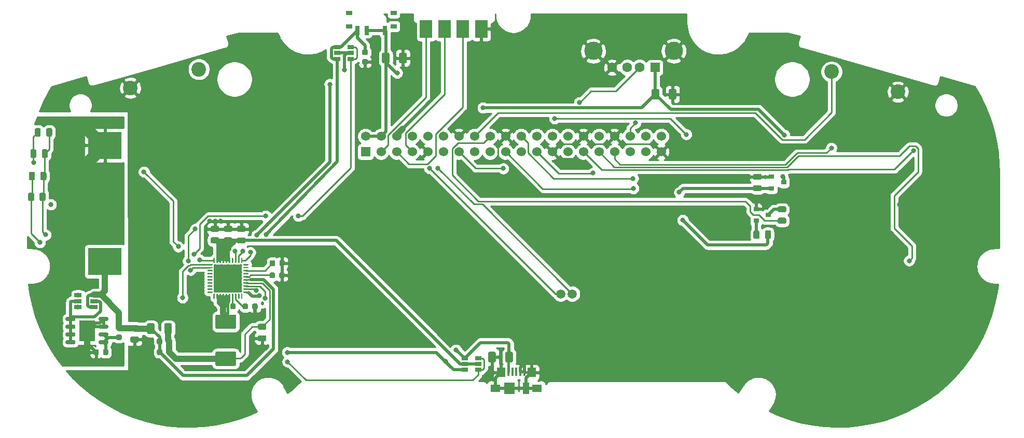
<source format=gbr>
%TF.GenerationSoftware,KiCad,Pcbnew,(5.1.6)-1*%
%TF.CreationDate,2021-04-26T08:49:06+02:00*%
%TF.ProjectId,GameboyPi,47616d65-626f-4795-9069-2e6b69636164,rev?*%
%TF.SameCoordinates,Original*%
%TF.FileFunction,Copper,L1,Top*%
%TF.FilePolarity,Positive*%
%FSLAX46Y46*%
G04 Gerber Fmt 4.6, Leading zero omitted, Abs format (unit mm)*
G04 Created by KiCad (PCBNEW (5.1.6)-1) date 2021-04-26 08:49:06*
%MOMM*%
%LPD*%
G01*
G04 APERTURE LIST*
%TA.AperFunction,SMDPad,CuDef*%
%ADD10R,2.000000X3.000000*%
%TD*%
%TA.AperFunction,ComponentPad*%
%ADD11C,1.600000*%
%TD*%
%TA.AperFunction,ComponentPad*%
%ADD12R,1.600000X1.500000*%
%TD*%
%TA.AperFunction,ComponentPad*%
%ADD13C,3.000000*%
%TD*%
%TA.AperFunction,ComponentPad*%
%ADD14C,0.500000*%
%TD*%
%TA.AperFunction,SMDPad,CuDef*%
%ADD15R,2.620000X3.510000*%
%TD*%
%TA.AperFunction,ComponentPad*%
%ADD16C,1.500000*%
%TD*%
%TA.AperFunction,SMDPad,CuDef*%
%ADD17R,1.524000X1.524000*%
%TD*%
%TA.AperFunction,SMDPad,CuDef*%
%ADD18C,1.524000*%
%TD*%
%TA.AperFunction,SMDPad,CuDef*%
%ADD19R,5.500000X4.500000*%
%TD*%
%TA.AperFunction,SMDPad,CuDef*%
%ADD20R,1.060000X0.650000*%
%TD*%
%TA.AperFunction,SMDPad,CuDef*%
%ADD21R,1.220000X0.650000*%
%TD*%
%TA.AperFunction,SMDPad,CuDef*%
%ADD22R,1.000000X0.800000*%
%TD*%
%TA.AperFunction,SMDPad,CuDef*%
%ADD23R,0.700000X1.500000*%
%TD*%
%TA.AperFunction,SMDPad,CuDef*%
%ADD24R,1.000000X1.900000*%
%TD*%
%TA.AperFunction,SMDPad,CuDef*%
%ADD25R,1.800000X1.900000*%
%TD*%
%TA.AperFunction,SMDPad,CuDef*%
%ADD26R,1.650000X1.300000*%
%TD*%
%TA.AperFunction,SMDPad,CuDef*%
%ADD27R,1.425000X1.550000*%
%TD*%
%TA.AperFunction,SMDPad,CuDef*%
%ADD28R,0.450000X1.380000*%
%TD*%
%TA.AperFunction,ViaPad*%
%ADD29C,0.500000*%
%TD*%
%TA.AperFunction,SMDPad,CuDef*%
%ADD30R,4.600000X4.600000*%
%TD*%
%TA.AperFunction,ComponentPad*%
%ADD31C,2.400000*%
%TD*%
%TA.AperFunction,SMDPad,CuDef*%
%ADD32R,0.900000X0.800000*%
%TD*%
%TA.AperFunction,ViaPad*%
%ADD33C,0.800000*%
%TD*%
%TA.AperFunction,Conductor*%
%ADD34C,0.500000*%
%TD*%
%TA.AperFunction,Conductor*%
%ADD35C,0.250000*%
%TD*%
%TA.AperFunction,Conductor*%
%ADD36C,1.000000*%
%TD*%
%TA.AperFunction,Conductor*%
%ADD37C,0.450000*%
%TD*%
%TA.AperFunction,Conductor*%
%ADD38C,2.000000*%
%TD*%
%TA.AperFunction,Conductor*%
%ADD39C,0.254000*%
%TD*%
G04 APERTURE END LIST*
D10*
%TO.P,J10,1*%
%TO.N,Vol-*%
X137450000Y-71400000D03*
%TD*%
%TO.P,J9,1*%
%TO.N,Vol+*%
X134450000Y-71400000D03*
%TD*%
D11*
%TO.P,J8,4*%
%TO.N,GND*%
X164800000Y-77741000D03*
%TO.P,J8,3*%
%TO.N,USBD+*%
X167300000Y-77741000D03*
%TO.P,J8,2*%
%TO.N,USBD-*%
X169300000Y-77741000D03*
D12*
%TO.P,J8,1*%
%TO.N,VCC_5V*%
X171800000Y-77741000D03*
D13*
%TO.P,J8,5*%
%TO.N,GND*%
X161730000Y-75031000D03*
X174870000Y-75031000D03*
%TD*%
%TO.P,C16,2*%
%TO.N,VCC_5V*%
%TA.AperFunction,SMDPad,CuDef*%
G36*
G01*
X172502500Y-81487500D02*
X172502500Y-82737500D01*
G75*
G02*
X172252500Y-82987500I-250000J0D01*
G01*
X171502500Y-82987500D01*
G75*
G02*
X171252500Y-82737500I0J250000D01*
G01*
X171252500Y-81487500D01*
G75*
G02*
X171502500Y-81237500I250000J0D01*
G01*
X172252500Y-81237500D01*
G75*
G02*
X172502500Y-81487500I0J-250000D01*
G01*
G37*
%TD.AperFunction*%
%TO.P,C16,1*%
%TO.N,GND*%
%TA.AperFunction,SMDPad,CuDef*%
G36*
G01*
X175302500Y-81487500D02*
X175302500Y-82737500D01*
G75*
G02*
X175052500Y-82987500I-250000J0D01*
G01*
X174302500Y-82987500D01*
G75*
G02*
X174052500Y-82737500I0J250000D01*
G01*
X174052500Y-81487500D01*
G75*
G02*
X174302500Y-81237500I250000J0D01*
G01*
X175052500Y-81237500D01*
G75*
G02*
X175302500Y-81487500I0J-250000D01*
G01*
G37*
%TD.AperFunction*%
%TD*%
D10*
%TO.P,J6,1*%
%TO.N,K_HOME*%
X140450000Y-71400000D03*
%TD*%
D14*
%TO.P,U4,9*%
%TO.N,GND_BAT*%
X79860000Y-119530000D03*
X79860000Y-120780000D03*
X79860000Y-122030000D03*
X78360000Y-122030000D03*
X78360000Y-120780000D03*
X78360000Y-119530000D03*
D15*
X79110000Y-120780000D03*
%TO.P,U4,6*%
%TO.N,Net-(C12-Pad1)*%
%TA.AperFunction,SMDPad,CuDef*%
G36*
G01*
X81010000Y-121546500D02*
X81010000Y-121241500D01*
G75*
G02*
X81162500Y-121089000I152500J0D01*
G01*
X82457500Y-121089000D01*
G75*
G02*
X82610000Y-121241500I0J-152500D01*
G01*
X82610000Y-121546500D01*
G75*
G02*
X82457500Y-121699000I-152500J0D01*
G01*
X81162500Y-121699000D01*
G75*
G02*
X81010000Y-121546500I0J152500D01*
G01*
G37*
%TD.AperFunction*%
%TO.P,U4,5*%
%TA.AperFunction,SMDPad,CuDef*%
G36*
G01*
X81010000Y-122816500D02*
X81010000Y-122511500D01*
G75*
G02*
X81162500Y-122359000I152500J0D01*
G01*
X82457500Y-122359000D01*
G75*
G02*
X82610000Y-122511500I0J-152500D01*
G01*
X82610000Y-122816500D01*
G75*
G02*
X82457500Y-122969000I-152500J0D01*
G01*
X81162500Y-122969000D01*
G75*
G02*
X81010000Y-122816500I0J152500D01*
G01*
G37*
%TD.AperFunction*%
%TO.P,U4,8*%
%TO.N,GND_BAT*%
%TA.AperFunction,SMDPad,CuDef*%
G36*
G01*
X81010000Y-119006500D02*
X81010000Y-118701500D01*
G75*
G02*
X81162500Y-118549000I152500J0D01*
G01*
X82457500Y-118549000D01*
G75*
G02*
X82610000Y-118701500I0J-152500D01*
G01*
X82610000Y-119006500D01*
G75*
G02*
X82457500Y-119159000I-152500J0D01*
G01*
X81162500Y-119159000D01*
G75*
G02*
X81010000Y-119006500I0J152500D01*
G01*
G37*
%TD.AperFunction*%
%TO.P,U4,7*%
%TA.AperFunction,SMDPad,CuDef*%
G36*
G01*
X81010000Y-120276500D02*
X81010000Y-119971500D01*
G75*
G02*
X81162500Y-119819000I152500J0D01*
G01*
X82457500Y-119819000D01*
G75*
G02*
X82610000Y-119971500I0J-152500D01*
G01*
X82610000Y-120276500D01*
G75*
G02*
X82457500Y-120429000I-152500J0D01*
G01*
X81162500Y-120429000D01*
G75*
G02*
X81010000Y-120276500I0J152500D01*
G01*
G37*
%TD.AperFunction*%
%TO.P,U4,4*%
%TO.N,Net-(M1-Pad2)*%
%TA.AperFunction,SMDPad,CuDef*%
G36*
G01*
X75610000Y-122816500D02*
X75610000Y-122511500D01*
G75*
G02*
X75762500Y-122359000I152500J0D01*
G01*
X77057500Y-122359000D01*
G75*
G02*
X77210000Y-122511500I0J-152500D01*
G01*
X77210000Y-122816500D01*
G75*
G02*
X77057500Y-122969000I-152500J0D01*
G01*
X75762500Y-122969000D01*
G75*
G02*
X75610000Y-122816500I0J152500D01*
G01*
G37*
%TD.AperFunction*%
%TO.P,U4,3*%
%TA.AperFunction,SMDPad,CuDef*%
G36*
G01*
X75610000Y-121546500D02*
X75610000Y-121241500D01*
G75*
G02*
X75762500Y-121089000I152500J0D01*
G01*
X77057500Y-121089000D01*
G75*
G02*
X77210000Y-121241500I0J-152500D01*
G01*
X77210000Y-121546500D01*
G75*
G02*
X77057500Y-121699000I-152500J0D01*
G01*
X75762500Y-121699000D01*
G75*
G02*
X75610000Y-121546500I0J152500D01*
G01*
G37*
%TD.AperFunction*%
%TO.P,U4,2*%
%TA.AperFunction,SMDPad,CuDef*%
G36*
G01*
X75610000Y-120276500D02*
X75610000Y-119971500D01*
G75*
G02*
X75762500Y-119819000I152500J0D01*
G01*
X77057500Y-119819000D01*
G75*
G02*
X77210000Y-119971500I0J-152500D01*
G01*
X77210000Y-120276500D01*
G75*
G02*
X77057500Y-120429000I-152500J0D01*
G01*
X75762500Y-120429000D01*
G75*
G02*
X75610000Y-120276500I0J152500D01*
G01*
G37*
%TD.AperFunction*%
%TO.P,U4,1*%
%TA.AperFunction,SMDPad,CuDef*%
G36*
G01*
X75610000Y-119006500D02*
X75610000Y-118701500D01*
G75*
G02*
X75762500Y-118549000I152500J0D01*
G01*
X77057500Y-118549000D01*
G75*
G02*
X77210000Y-118701500I0J-152500D01*
G01*
X77210000Y-119006500D01*
G75*
G02*
X77057500Y-119159000I-152500J0D01*
G01*
X75762500Y-119159000D01*
G75*
G02*
X75610000Y-119006500I0J152500D01*
G01*
G37*
%TD.AperFunction*%
%TD*%
D10*
%TO.P,J7,1*%
%TO.N,GND*%
X143450000Y-71400000D03*
%TD*%
D16*
%TO.P,U1,USBD-*%
%TO.N,USBD-*%
X156400000Y-114760000D03*
%TO.P,U1,USBD+*%
%TO.N,USBD+*%
X158300000Y-114760000D03*
D17*
%TO.P,U1,1*%
%TO.N,Net-(U1-Pad1)*%
X124570001Y-91530000D03*
D18*
%TO.P,U1,2*%
%TO.N,VCC_5V*%
X124570001Y-88990000D03*
%TO.P,U1,3*%
%TO.N,Vol+*%
X127110001Y-91530000D03*
%TO.P,U1,4*%
%TO.N,VCC_5V*%
X127110001Y-88990000D03*
%TO.P,U1,5*%
%TO.N,K_HOME*%
X129650001Y-91530000D03*
%TO.P,U1,6*%
%TO.N,GND*%
X129650001Y-88990000D03*
%TO.P,U1,7*%
%TO.N,Vol-*%
X132190001Y-91530000D03*
%TO.P,U1,8*%
%TO.N,K_R*%
X132190001Y-88990000D03*
%TO.P,U1,9*%
%TO.N,GND*%
X134730001Y-91530000D03*
%TO.P,U1,10*%
%TO.N,K_X*%
X134730001Y-88990000D03*
%TO.P,U1,11*%
%TO.N,Net-(U1-Pad11)*%
X137270001Y-91530000D03*
%TO.P,U1,12*%
%TO.N,AUDIO*%
X137270001Y-88990000D03*
%TO.P,U1,13*%
%TO.N,TFT_RESET*%
X139810001Y-91530000D03*
%TO.P,U1,14*%
%TO.N,GND*%
X139810001Y-88990000D03*
%TO.P,U1,15*%
%TO.N,Net-(U1-Pad15)*%
X142350001Y-91530000D03*
%TO.P,U1,16*%
%TO.N,K_L*%
X142350001Y-88990000D03*
%TO.P,U1,17*%
%TO.N,Net-(U1-Pad17)*%
X144890001Y-91530000D03*
%TO.P,U1,18*%
%TO.N,LED*%
X144890001Y-88990000D03*
%TO.P,U1,19*%
%TO.N,TFT_SDI*%
X147430001Y-91530000D03*
%TO.P,U1,20*%
%TO.N,GND*%
X147430001Y-88990000D03*
%TO.P,U1,21*%
%TO.N,Net-(U1-Pad21)*%
X149970001Y-91530000D03*
%TO.P,U1,22*%
%TO.N,TFT_RS*%
X149970001Y-88990000D03*
%TO.P,U1,23*%
%TO.N,TFT_SCK*%
X152510001Y-91530000D03*
%TO.P,U1,24*%
%TO.N,TFT_CS*%
X152510001Y-88990000D03*
%TO.P,U1,25*%
%TO.N,GND*%
X155050001Y-91530000D03*
%TO.P,U1,26*%
%TO.N,Net-(U1-Pad26)*%
X155050001Y-88990000D03*
%TO.P,U1,27*%
%TO.N,Net-(U1-Pad27)*%
X157590001Y-91530000D03*
%TO.P,U1,28*%
%TO.N,Net-(U1-Pad28)*%
X157590001Y-88990000D03*
%TO.P,U1,29*%
%TO.N,K_UP*%
X160130001Y-91530000D03*
%TO.P,U1,30*%
%TO.N,GND*%
X160130001Y-88990000D03*
%TO.P,U1,31*%
%TO.N,K_DOWN*%
X162670001Y-91530000D03*
%TO.P,U1,32*%
%TO.N,K_Y*%
X162670001Y-88990000D03*
%TO.P,U1,33*%
%TO.N,K_RIGHT*%
X165210001Y-91530000D03*
%TO.P,U1,34*%
%TO.N,GND*%
X165210001Y-88990000D03*
%TO.P,U1,35*%
%TO.N,K_SELECT*%
X167750001Y-91530000D03*
%TO.P,U1,36*%
%TO.N,K_LEFT*%
X167750001Y-88990000D03*
%TO.P,U1,37*%
%TO.N,K_START*%
X170290001Y-91530000D03*
%TO.P,U1,38*%
%TO.N,K_B*%
X170290001Y-88990000D03*
%TO.P,U1,39*%
%TO.N,GND*%
X172830001Y-91530000D03*
%TO.P,U1,40*%
%TO.N,K_A*%
X172830001Y-88990000D03*
%TD*%
D19*
%TO.P,BT1,1*%
%TO.N,BAT*%
X82030000Y-109460000D03*
%TO.P,BT1,2*%
%TO.N,GND_BAT*%
X82030000Y-90460000D03*
%TD*%
%TO.P,L1,2*%
%TO.N,BATCSP*%
%TA.AperFunction,SMDPad,CuDef*%
G36*
G01*
X100295000Y-124185000D02*
X103225000Y-124185000D01*
G75*
G02*
X103460000Y-124420000I0J-235000D01*
G01*
X103460000Y-126300000D01*
G75*
G02*
X103225000Y-126535000I-235000J0D01*
G01*
X100295000Y-126535000D01*
G75*
G02*
X100060000Y-126300000I0J235000D01*
G01*
X100060000Y-124420000D01*
G75*
G02*
X100295000Y-124185000I235000J0D01*
G01*
G37*
%TD.AperFunction*%
%TO.P,L1,1*%
%TO.N,Net-(C10-Pad2)*%
%TA.AperFunction,SMDPad,CuDef*%
G36*
G01*
X100295000Y-118135000D02*
X103225000Y-118135000D01*
G75*
G02*
X103460000Y-118370000I0J-235000D01*
G01*
X103460000Y-120250000D01*
G75*
G02*
X103225000Y-120485000I-235000J0D01*
G01*
X100295000Y-120485000D01*
G75*
G02*
X100060000Y-120250000I0J235000D01*
G01*
X100060000Y-118370000D01*
G75*
G02*
X100295000Y-118135000I235000J0D01*
G01*
G37*
%TD.AperFunction*%
%TD*%
D20*
%TO.P,M3,5*%
%TO.N,VOUT*%
X142930000Y-126240000D03*
%TO.P,M3,6*%
%TO.N,GATE_B*%
X142930000Y-125290000D03*
%TO.P,M3,4*%
X142930000Y-127190000D03*
%TO.P,M3,3*%
%TO.N,VBUS_B*%
X140730000Y-127190000D03*
%TO.P,M3,2*%
%TO.N,VOUT*%
X140730000Y-126240000D03*
%TO.P,M3,1*%
%TO.N,VBUS_B*%
X140730000Y-125290000D03*
%TD*%
%TO.P,M2,5*%
%TO.N,VOUT_A*%
X122147500Y-75375000D03*
%TO.P,M2,6*%
%TO.N,GATE_A*%
X122147500Y-74425000D03*
%TO.P,M2,4*%
X122147500Y-76325000D03*
%TO.P,M2,3*%
%TO.N,VBUS_A*%
X119947500Y-76325000D03*
%TO.P,M2,2*%
%TO.N,VOUT_A*%
X119947500Y-75375000D03*
%TO.P,M2,1*%
%TO.N,VBUS_A*%
X119947500Y-74425000D03*
%TD*%
D21*
%TO.P,M1,6*%
%TO.N,BAT*%
X80250000Y-114990000D03*
%TO.P,M1,5*%
%TO.N,Net-(M1-Pad2)*%
X80250000Y-115940000D03*
%TO.P,M1,4*%
%TO.N,BAT*%
X80250000Y-116890000D03*
%TO.P,M1,3*%
%TO.N,GND*%
X77630000Y-116890000D03*
%TO.P,M1,2*%
%TO.N,Net-(M1-Pad2)*%
X77630000Y-115940000D03*
%TO.P,M1,1*%
%TO.N,GND*%
X77630000Y-114990000D03*
%TD*%
%TO.P,R5,2*%
%TO.N,BAT*%
%TA.AperFunction,SMDPad,CuDef*%
G36*
G01*
X84576250Y-120722500D02*
X84063750Y-120722500D01*
G75*
G02*
X83845000Y-120503750I0J218750D01*
G01*
X83845000Y-120066250D01*
G75*
G02*
X84063750Y-119847500I218750J0D01*
G01*
X84576250Y-119847500D01*
G75*
G02*
X84795000Y-120066250I0J-218750D01*
G01*
X84795000Y-120503750D01*
G75*
G02*
X84576250Y-120722500I-218750J0D01*
G01*
G37*
%TD.AperFunction*%
%TO.P,R5,1*%
%TO.N,Net-(C12-Pad1)*%
%TA.AperFunction,SMDPad,CuDef*%
G36*
G01*
X84576250Y-122297500D02*
X84063750Y-122297500D01*
G75*
G02*
X83845000Y-122078750I0J218750D01*
G01*
X83845000Y-121641250D01*
G75*
G02*
X84063750Y-121422500I218750J0D01*
G01*
X84576250Y-121422500D01*
G75*
G02*
X84795000Y-121641250I0J-218750D01*
G01*
X84795000Y-122078750D01*
G75*
G02*
X84576250Y-122297500I-218750J0D01*
G01*
G37*
%TD.AperFunction*%
%TD*%
%TO.P,C15,2*%
%TO.N,GND*%
%TA.AperFunction,SMDPad,CuDef*%
G36*
G01*
X130040000Y-76810000D02*
X130040000Y-75560000D01*
G75*
G02*
X130290000Y-75310000I250000J0D01*
G01*
X131040000Y-75310000D01*
G75*
G02*
X131290000Y-75560000I0J-250000D01*
G01*
X131290000Y-76810000D01*
G75*
G02*
X131040000Y-77060000I-250000J0D01*
G01*
X130290000Y-77060000D01*
G75*
G02*
X130040000Y-76810000I0J250000D01*
G01*
G37*
%TD.AperFunction*%
%TO.P,C15,1*%
%TO.N,VCC_5V*%
%TA.AperFunction,SMDPad,CuDef*%
G36*
G01*
X127240000Y-76810000D02*
X127240000Y-75560000D01*
G75*
G02*
X127490000Y-75310000I250000J0D01*
G01*
X128240000Y-75310000D01*
G75*
G02*
X128490000Y-75560000I0J-250000D01*
G01*
X128490000Y-76810000D01*
G75*
G02*
X128240000Y-77060000I-250000J0D01*
G01*
X127490000Y-77060000D01*
G75*
G02*
X127240000Y-76810000I0J250000D01*
G01*
G37*
%TD.AperFunction*%
%TD*%
%TO.P,C14,2*%
%TO.N,VBUS_A*%
%TA.AperFunction,SMDPad,CuDef*%
G36*
G01*
X124733750Y-75690000D02*
X124221250Y-75690000D01*
G75*
G02*
X124002500Y-75471250I0J218750D01*
G01*
X124002500Y-75033750D01*
G75*
G02*
X124221250Y-74815000I218750J0D01*
G01*
X124733750Y-74815000D01*
G75*
G02*
X124952500Y-75033750I0J-218750D01*
G01*
X124952500Y-75471250D01*
G75*
G02*
X124733750Y-75690000I-218750J0D01*
G01*
G37*
%TD.AperFunction*%
%TO.P,C14,1*%
%TO.N,GND*%
%TA.AperFunction,SMDPad,CuDef*%
G36*
G01*
X124733750Y-77265000D02*
X124221250Y-77265000D01*
G75*
G02*
X124002500Y-77046250I0J218750D01*
G01*
X124002500Y-76608750D01*
G75*
G02*
X124221250Y-76390000I218750J0D01*
G01*
X124733750Y-76390000D01*
G75*
G02*
X124952500Y-76608750I0J-218750D01*
G01*
X124952500Y-77046250D01*
G75*
G02*
X124733750Y-77265000I-218750J0D01*
G01*
G37*
%TD.AperFunction*%
%TD*%
%TO.P,C13,2*%
%TO.N,Net-(C13-Pad2)*%
%TA.AperFunction,SMDPad,CuDef*%
G36*
G01*
X109812500Y-109478750D02*
X109812500Y-109991250D01*
G75*
G02*
X109593750Y-110210000I-218750J0D01*
G01*
X109156250Y-110210000D01*
G75*
G02*
X108937500Y-109991250I0J218750D01*
G01*
X108937500Y-109478750D01*
G75*
G02*
X109156250Y-109260000I218750J0D01*
G01*
X109593750Y-109260000D01*
G75*
G02*
X109812500Y-109478750I0J-218750D01*
G01*
G37*
%TD.AperFunction*%
%TO.P,C13,1*%
%TO.N,GND*%
%TA.AperFunction,SMDPad,CuDef*%
G36*
G01*
X111387500Y-109478750D02*
X111387500Y-109991250D01*
G75*
G02*
X111168750Y-110210000I-218750J0D01*
G01*
X110731250Y-110210000D01*
G75*
G02*
X110512500Y-109991250I0J218750D01*
G01*
X110512500Y-109478750D01*
G75*
G02*
X110731250Y-109260000I218750J0D01*
G01*
X111168750Y-109260000D01*
G75*
G02*
X111387500Y-109478750I0J-218750D01*
G01*
G37*
%TD.AperFunction*%
%TD*%
%TO.P,C12,2*%
%TO.N,GND_BAT*%
%TA.AperFunction,SMDPad,CuDef*%
G36*
G01*
X81015000Y-124031250D02*
X81015000Y-124543750D01*
G75*
G02*
X80796250Y-124762500I-218750J0D01*
G01*
X80358750Y-124762500D01*
G75*
G02*
X80140000Y-124543750I0J218750D01*
G01*
X80140000Y-124031250D01*
G75*
G02*
X80358750Y-123812500I218750J0D01*
G01*
X80796250Y-123812500D01*
G75*
G02*
X81015000Y-124031250I0J-218750D01*
G01*
G37*
%TD.AperFunction*%
%TO.P,C12,1*%
%TO.N,Net-(C12-Pad1)*%
%TA.AperFunction,SMDPad,CuDef*%
G36*
G01*
X82590000Y-124031250D02*
X82590000Y-124543750D01*
G75*
G02*
X82371250Y-124762500I-218750J0D01*
G01*
X81933750Y-124762500D01*
G75*
G02*
X81715000Y-124543750I0J218750D01*
G01*
X81715000Y-124031250D01*
G75*
G02*
X81933750Y-123812500I218750J0D01*
G01*
X82371250Y-123812500D01*
G75*
G02*
X82590000Y-124031250I0J-218750D01*
G01*
G37*
%TD.AperFunction*%
%TD*%
%TO.P,R4,2*%
%TO.N,GND*%
%TA.AperFunction,SMDPad,CuDef*%
G36*
G01*
X110485000Y-111988750D02*
X110485000Y-111476250D01*
G75*
G02*
X110703750Y-111257500I218750J0D01*
G01*
X111141250Y-111257500D01*
G75*
G02*
X111360000Y-111476250I0J-218750D01*
G01*
X111360000Y-111988750D01*
G75*
G02*
X111141250Y-112207500I-218750J0D01*
G01*
X110703750Y-112207500D01*
G75*
G02*
X110485000Y-111988750I0J218750D01*
G01*
G37*
%TD.AperFunction*%
%TO.P,R4,1*%
%TO.N,Net-(R4-Pad1)*%
%TA.AperFunction,SMDPad,CuDef*%
G36*
G01*
X108910000Y-111988750D02*
X108910000Y-111476250D01*
G75*
G02*
X109128750Y-111257500I218750J0D01*
G01*
X109566250Y-111257500D01*
G75*
G02*
X109785000Y-111476250I0J-218750D01*
G01*
X109785000Y-111988750D01*
G75*
G02*
X109566250Y-112207500I-218750J0D01*
G01*
X109128750Y-112207500D01*
G75*
G02*
X108910000Y-111988750I0J218750D01*
G01*
G37*
%TD.AperFunction*%
%TD*%
%TO.P,C8,2*%
%TO.N,BAT*%
%TA.AperFunction,SMDPad,CuDef*%
G36*
G01*
X91380000Y-122278750D02*
X91380000Y-122791250D01*
G75*
G02*
X91161250Y-123010000I-218750J0D01*
G01*
X90723750Y-123010000D01*
G75*
G02*
X90505000Y-122791250I0J218750D01*
G01*
X90505000Y-122278750D01*
G75*
G02*
X90723750Y-122060000I218750J0D01*
G01*
X91161250Y-122060000D01*
G75*
G02*
X91380000Y-122278750I0J-218750D01*
G01*
G37*
%TD.AperFunction*%
%TO.P,C8,1*%
%TO.N,BATCSP*%
%TA.AperFunction,SMDPad,CuDef*%
G36*
G01*
X92955000Y-122278750D02*
X92955000Y-122791250D01*
G75*
G02*
X92736250Y-123010000I-218750J0D01*
G01*
X92298750Y-123010000D01*
G75*
G02*
X92080000Y-122791250I0J218750D01*
G01*
X92080000Y-122278750D01*
G75*
G02*
X92298750Y-122060000I218750J0D01*
G01*
X92736250Y-122060000D01*
G75*
G02*
X92955000Y-122278750I0J-218750D01*
G01*
G37*
%TD.AperFunction*%
%TD*%
%TO.P,C7,2*%
%TO.N,BAT*%
%TA.AperFunction,SMDPad,CuDef*%
G36*
G01*
X91390000Y-124028750D02*
X91390000Y-124541250D01*
G75*
G02*
X91171250Y-124760000I-218750J0D01*
G01*
X90733750Y-124760000D01*
G75*
G02*
X90515000Y-124541250I0J218750D01*
G01*
X90515000Y-124028750D01*
G75*
G02*
X90733750Y-123810000I218750J0D01*
G01*
X91171250Y-123810000D01*
G75*
G02*
X91390000Y-124028750I0J-218750D01*
G01*
G37*
%TD.AperFunction*%
%TO.P,C7,1*%
%TO.N,BATCSP*%
%TA.AperFunction,SMDPad,CuDef*%
G36*
G01*
X92965000Y-124028750D02*
X92965000Y-124541250D01*
G75*
G02*
X92746250Y-124760000I-218750J0D01*
G01*
X92308750Y-124760000D01*
G75*
G02*
X92090000Y-124541250I0J218750D01*
G01*
X92090000Y-124028750D01*
G75*
G02*
X92308750Y-123810000I218750J0D01*
G01*
X92746250Y-123810000D01*
G75*
G02*
X92965000Y-124028750I0J-218750D01*
G01*
G37*
%TD.AperFunction*%
%TD*%
%TO.P,R3,2*%
%TO.N,BAT*%
%TA.AperFunction,SMDPad,CuDef*%
G36*
G01*
X90157500Y-119810000D02*
X90157500Y-121060000D01*
G75*
G02*
X89907500Y-121310000I-250000J0D01*
G01*
X89157500Y-121310000D01*
G75*
G02*
X88907500Y-121060000I0J250000D01*
G01*
X88907500Y-119810000D01*
G75*
G02*
X89157500Y-119560000I250000J0D01*
G01*
X89907500Y-119560000D01*
G75*
G02*
X90157500Y-119810000I0J-250000D01*
G01*
G37*
%TD.AperFunction*%
%TO.P,R3,1*%
%TO.N,BATCSP*%
%TA.AperFunction,SMDPad,CuDef*%
G36*
G01*
X92957500Y-119810000D02*
X92957500Y-121060000D01*
G75*
G02*
X92707500Y-121310000I-250000J0D01*
G01*
X91957500Y-121310000D01*
G75*
G02*
X91707500Y-121060000I0J250000D01*
G01*
X91707500Y-119810000D01*
G75*
G02*
X91957500Y-119560000I250000J0D01*
G01*
X92707500Y-119560000D01*
G75*
G02*
X92957500Y-119810000I0J-250000D01*
G01*
G37*
%TD.AperFunction*%
%TD*%
%TO.P,C11,2*%
%TO.N,GND*%
%TA.AperFunction,SMDPad,CuDef*%
G36*
G01*
X106075000Y-117063750D02*
X106075000Y-116551250D01*
G75*
G02*
X106293750Y-116332500I218750J0D01*
G01*
X106731250Y-116332500D01*
G75*
G02*
X106950000Y-116551250I0J-218750D01*
G01*
X106950000Y-117063750D01*
G75*
G02*
X106731250Y-117282500I-218750J0D01*
G01*
X106293750Y-117282500D01*
G75*
G02*
X106075000Y-117063750I0J218750D01*
G01*
G37*
%TD.AperFunction*%
%TO.P,C11,1*%
%TO.N,Net-(C11-Pad1)*%
%TA.AperFunction,SMDPad,CuDef*%
G36*
G01*
X104500000Y-117063750D02*
X104500000Y-116551250D01*
G75*
G02*
X104718750Y-116332500I218750J0D01*
G01*
X105156250Y-116332500D01*
G75*
G02*
X105375000Y-116551250I0J-218750D01*
G01*
X105375000Y-117063750D01*
G75*
G02*
X105156250Y-117282500I-218750J0D01*
G01*
X104718750Y-117282500D01*
G75*
G02*
X104500000Y-117063750I0J218750D01*
G01*
G37*
%TD.AperFunction*%
%TD*%
%TO.P,C10,2*%
%TO.N,Net-(C10-Pad2)*%
%TA.AperFunction,SMDPad,CuDef*%
G36*
G01*
X101775000Y-116523750D02*
X101775000Y-117036250D01*
G75*
G02*
X101556250Y-117255000I-218750J0D01*
G01*
X101118750Y-117255000D01*
G75*
G02*
X100900000Y-117036250I0J218750D01*
G01*
X100900000Y-116523750D01*
G75*
G02*
X101118750Y-116305000I218750J0D01*
G01*
X101556250Y-116305000D01*
G75*
G02*
X101775000Y-116523750I0J-218750D01*
G01*
G37*
%TD.AperFunction*%
%TO.P,C10,1*%
%TO.N,Net-(C10-Pad1)*%
%TA.AperFunction,SMDPad,CuDef*%
G36*
G01*
X103350000Y-116523750D02*
X103350000Y-117036250D01*
G75*
G02*
X103131250Y-117255000I-218750J0D01*
G01*
X102693750Y-117255000D01*
G75*
G02*
X102475000Y-117036250I0J218750D01*
G01*
X102475000Y-116523750D01*
G75*
G02*
X102693750Y-116305000I218750J0D01*
G01*
X103131250Y-116305000D01*
G75*
G02*
X103350000Y-116523750I0J-218750D01*
G01*
G37*
%TD.AperFunction*%
%TD*%
%TO.P,C9,2*%
%TO.N,GND*%
%TA.AperFunction,SMDPad,CuDef*%
G36*
G01*
X107223750Y-121530000D02*
X108136250Y-121530000D01*
G75*
G02*
X108380000Y-121773750I0J-243750D01*
G01*
X108380000Y-122261250D01*
G75*
G02*
X108136250Y-122505000I-243750J0D01*
G01*
X107223750Y-122505000D01*
G75*
G02*
X106980000Y-122261250I0J243750D01*
G01*
X106980000Y-121773750D01*
G75*
G02*
X107223750Y-121530000I243750J0D01*
G01*
G37*
%TD.AperFunction*%
%TO.P,C9,1*%
%TO.N,BATCSP*%
%TA.AperFunction,SMDPad,CuDef*%
G36*
G01*
X107223750Y-119655000D02*
X108136250Y-119655000D01*
G75*
G02*
X108380000Y-119898750I0J-243750D01*
G01*
X108380000Y-120386250D01*
G75*
G02*
X108136250Y-120630000I-243750J0D01*
G01*
X107223750Y-120630000D01*
G75*
G02*
X106980000Y-120386250I0J243750D01*
G01*
X106980000Y-119898750D01*
G75*
G02*
X107223750Y-119655000I243750J0D01*
G01*
G37*
%TD.AperFunction*%
%TD*%
%TO.P,C6,2*%
%TO.N,GND*%
%TA.AperFunction,SMDPad,CuDef*%
G36*
G01*
X86426250Y-121740000D02*
X87338750Y-121740000D01*
G75*
G02*
X87582500Y-121983750I0J-243750D01*
G01*
X87582500Y-122471250D01*
G75*
G02*
X87338750Y-122715000I-243750J0D01*
G01*
X86426250Y-122715000D01*
G75*
G02*
X86182500Y-122471250I0J243750D01*
G01*
X86182500Y-121983750D01*
G75*
G02*
X86426250Y-121740000I243750J0D01*
G01*
G37*
%TD.AperFunction*%
%TO.P,C6,1*%
%TO.N,BAT*%
%TA.AperFunction,SMDPad,CuDef*%
G36*
G01*
X86426250Y-119865000D02*
X87338750Y-119865000D01*
G75*
G02*
X87582500Y-120108750I0J-243750D01*
G01*
X87582500Y-120596250D01*
G75*
G02*
X87338750Y-120840000I-243750J0D01*
G01*
X86426250Y-120840000D01*
G75*
G02*
X86182500Y-120596250I0J243750D01*
G01*
X86182500Y-120108750D01*
G75*
G02*
X86426250Y-119865000I243750J0D01*
G01*
G37*
%TD.AperFunction*%
%TD*%
%TO.P,D4,2*%
%TO.N,Net-(D1-Pad1)*%
%TA.AperFunction,SMDPad,CuDef*%
G36*
G01*
X72450000Y-88806250D02*
X72450000Y-87893750D01*
G75*
G02*
X72693750Y-87650000I243750J0D01*
G01*
X73181250Y-87650000D01*
G75*
G02*
X73425000Y-87893750I0J-243750D01*
G01*
X73425000Y-88806250D01*
G75*
G02*
X73181250Y-89050000I-243750J0D01*
G01*
X72693750Y-89050000D01*
G75*
G02*
X72450000Y-88806250I0J243750D01*
G01*
G37*
%TD.AperFunction*%
%TO.P,D4,1*%
%TO.N,Net-(D3-Pad2)*%
%TA.AperFunction,SMDPad,CuDef*%
G36*
G01*
X70575000Y-88806250D02*
X70575000Y-87893750D01*
G75*
G02*
X70818750Y-87650000I243750J0D01*
G01*
X71306250Y-87650000D01*
G75*
G02*
X71550000Y-87893750I0J-243750D01*
G01*
X71550000Y-88806250D01*
G75*
G02*
X71306250Y-89050000I-243750J0D01*
G01*
X70818750Y-89050000D01*
G75*
G02*
X70575000Y-88806250I0J243750D01*
G01*
G37*
%TD.AperFunction*%
%TD*%
%TO.P,D3,2*%
%TO.N,Net-(D3-Pad2)*%
%TA.AperFunction,SMDPad,CuDef*%
G36*
G01*
X70842500Y-91363750D02*
X70842500Y-92276250D01*
G75*
G02*
X70598750Y-92520000I-243750J0D01*
G01*
X70111250Y-92520000D01*
G75*
G02*
X69867500Y-92276250I0J243750D01*
G01*
X69867500Y-91363750D01*
G75*
G02*
X70111250Y-91120000I243750J0D01*
G01*
X70598750Y-91120000D01*
G75*
G02*
X70842500Y-91363750I0J-243750D01*
G01*
G37*
%TD.AperFunction*%
%TO.P,D3,1*%
%TO.N,Net-(D1-Pad1)*%
%TA.AperFunction,SMDPad,CuDef*%
G36*
G01*
X72717500Y-91363750D02*
X72717500Y-92276250D01*
G75*
G02*
X72473750Y-92520000I-243750J0D01*
G01*
X71986250Y-92520000D01*
G75*
G02*
X71742500Y-92276250I0J243750D01*
G01*
X71742500Y-91363750D01*
G75*
G02*
X71986250Y-91120000I243750J0D01*
G01*
X72473750Y-91120000D01*
G75*
G02*
X72717500Y-91363750I0J-243750D01*
G01*
G37*
%TD.AperFunction*%
%TD*%
%TO.P,D2,2*%
%TO.N,Net-(D1-Pad1)*%
%TA.AperFunction,SMDPad,CuDef*%
G36*
G01*
X71510000Y-95946250D02*
X71510000Y-95033750D01*
G75*
G02*
X71753750Y-94790000I243750J0D01*
G01*
X72241250Y-94790000D01*
G75*
G02*
X72485000Y-95033750I0J-243750D01*
G01*
X72485000Y-95946250D01*
G75*
G02*
X72241250Y-96190000I-243750J0D01*
G01*
X71753750Y-96190000D01*
G75*
G02*
X71510000Y-95946250I0J243750D01*
G01*
G37*
%TD.AperFunction*%
%TO.P,D2,1*%
%TO.N,Net-(D1-Pad2)*%
%TA.AperFunction,SMDPad,CuDef*%
G36*
G01*
X69635000Y-95946250D02*
X69635000Y-95033750D01*
G75*
G02*
X69878750Y-94790000I243750J0D01*
G01*
X70366250Y-94790000D01*
G75*
G02*
X70610000Y-95033750I0J-243750D01*
G01*
X70610000Y-95946250D01*
G75*
G02*
X70366250Y-96190000I-243750J0D01*
G01*
X69878750Y-96190000D01*
G75*
G02*
X69635000Y-95946250I0J243750D01*
G01*
G37*
%TD.AperFunction*%
%TD*%
%TO.P,D1,2*%
%TO.N,Net-(D1-Pad2)*%
%TA.AperFunction,SMDPad,CuDef*%
G36*
G01*
X70472500Y-98433750D02*
X70472500Y-99346250D01*
G75*
G02*
X70228750Y-99590000I-243750J0D01*
G01*
X69741250Y-99590000D01*
G75*
G02*
X69497500Y-99346250I0J243750D01*
G01*
X69497500Y-98433750D01*
G75*
G02*
X69741250Y-98190000I243750J0D01*
G01*
X70228750Y-98190000D01*
G75*
G02*
X70472500Y-98433750I0J-243750D01*
G01*
G37*
%TD.AperFunction*%
%TO.P,D1,1*%
%TO.N,Net-(D1-Pad1)*%
%TA.AperFunction,SMDPad,CuDef*%
G36*
G01*
X72347500Y-98433750D02*
X72347500Y-99346250D01*
G75*
G02*
X72103750Y-99590000I-243750J0D01*
G01*
X71616250Y-99590000D01*
G75*
G02*
X71372500Y-99346250I0J243750D01*
G01*
X71372500Y-98433750D01*
G75*
G02*
X71616250Y-98190000I243750J0D01*
G01*
X72103750Y-98190000D01*
G75*
G02*
X72347500Y-98433750I0J-243750D01*
G01*
G37*
%TD.AperFunction*%
%TD*%
D22*
%TO.P,SW12,*%
%TO.N,*%
X129165000Y-71007500D03*
X121865000Y-71007500D03*
X121865000Y-68797500D03*
X129165000Y-68797500D03*
D23*
%TO.P,SW12,3*%
%TO.N,VBUS_A*%
X123265000Y-71657500D03*
%TO.P,SW12,2*%
%TO.N,VCC_5V*%
X124765000Y-71657500D03*
%TO.P,SW12,1*%
X127765000Y-71657500D03*
%TD*%
%TO.P,C5,2*%
%TO.N,GND*%
%TA.AperFunction,SMDPad,CuDef*%
G36*
G01*
X104736250Y-104625000D02*
X103823750Y-104625000D01*
G75*
G02*
X103580000Y-104381250I0J243750D01*
G01*
X103580000Y-103893750D01*
G75*
G02*
X103823750Y-103650000I243750J0D01*
G01*
X104736250Y-103650000D01*
G75*
G02*
X104980000Y-103893750I0J-243750D01*
G01*
X104980000Y-104381250D01*
G75*
G02*
X104736250Y-104625000I-243750J0D01*
G01*
G37*
%TD.AperFunction*%
%TO.P,C5,1*%
%TO.N,VOUT*%
%TA.AperFunction,SMDPad,CuDef*%
G36*
G01*
X104736250Y-106500000D02*
X103823750Y-106500000D01*
G75*
G02*
X103580000Y-106256250I0J243750D01*
G01*
X103580000Y-105768750D01*
G75*
G02*
X103823750Y-105525000I243750J0D01*
G01*
X104736250Y-105525000D01*
G75*
G02*
X104980000Y-105768750I0J-243750D01*
G01*
X104980000Y-106256250D01*
G75*
G02*
X104736250Y-106500000I-243750J0D01*
G01*
G37*
%TD.AperFunction*%
%TD*%
%TO.P,C4,2*%
%TO.N,GND*%
%TA.AperFunction,SMDPad,CuDef*%
G36*
G01*
X102596250Y-104617500D02*
X101683750Y-104617500D01*
G75*
G02*
X101440000Y-104373750I0J243750D01*
G01*
X101440000Y-103886250D01*
G75*
G02*
X101683750Y-103642500I243750J0D01*
G01*
X102596250Y-103642500D01*
G75*
G02*
X102840000Y-103886250I0J-243750D01*
G01*
X102840000Y-104373750D01*
G75*
G02*
X102596250Y-104617500I-243750J0D01*
G01*
G37*
%TD.AperFunction*%
%TO.P,C4,1*%
%TO.N,VOUT*%
%TA.AperFunction,SMDPad,CuDef*%
G36*
G01*
X102596250Y-106492500D02*
X101683750Y-106492500D01*
G75*
G02*
X101440000Y-106248750I0J243750D01*
G01*
X101440000Y-105761250D01*
G75*
G02*
X101683750Y-105517500I243750J0D01*
G01*
X102596250Y-105517500D01*
G75*
G02*
X102840000Y-105761250I0J-243750D01*
G01*
X102840000Y-106248750D01*
G75*
G02*
X102596250Y-106492500I-243750J0D01*
G01*
G37*
%TD.AperFunction*%
%TD*%
%TO.P,C3,2*%
%TO.N,GND*%
%TA.AperFunction,SMDPad,CuDef*%
G36*
G01*
X100426250Y-104617500D02*
X99513750Y-104617500D01*
G75*
G02*
X99270000Y-104373750I0J243750D01*
G01*
X99270000Y-103886250D01*
G75*
G02*
X99513750Y-103642500I243750J0D01*
G01*
X100426250Y-103642500D01*
G75*
G02*
X100670000Y-103886250I0J-243750D01*
G01*
X100670000Y-104373750D01*
G75*
G02*
X100426250Y-104617500I-243750J0D01*
G01*
G37*
%TD.AperFunction*%
%TO.P,C3,1*%
%TO.N,VOUT*%
%TA.AperFunction,SMDPad,CuDef*%
G36*
G01*
X100426250Y-106492500D02*
X99513750Y-106492500D01*
G75*
G02*
X99270000Y-106248750I0J243750D01*
G01*
X99270000Y-105761250D01*
G75*
G02*
X99513750Y-105517500I243750J0D01*
G01*
X100426250Y-105517500D01*
G75*
G02*
X100670000Y-105761250I0J-243750D01*
G01*
X100670000Y-106248750D01*
G75*
G02*
X100426250Y-106492500I-243750J0D01*
G01*
G37*
%TD.AperFunction*%
%TD*%
%TO.P,C2,2*%
%TO.N,GND*%
%TA.AperFunction,SMDPad,CuDef*%
G36*
G01*
X145830000Y-124477500D02*
X145830000Y-125727500D01*
G75*
G02*
X145580000Y-125977500I-250000J0D01*
G01*
X144830000Y-125977500D01*
G75*
G02*
X144580000Y-125727500I0J250000D01*
G01*
X144580000Y-124477500D01*
G75*
G02*
X144830000Y-124227500I250000J0D01*
G01*
X145580000Y-124227500D01*
G75*
G02*
X145830000Y-124477500I0J-250000D01*
G01*
G37*
%TD.AperFunction*%
%TO.P,C2,1*%
%TO.N,VBUS_B*%
%TA.AperFunction,SMDPad,CuDef*%
G36*
G01*
X148630000Y-124477500D02*
X148630000Y-125727500D01*
G75*
G02*
X148380000Y-125977500I-250000J0D01*
G01*
X147630000Y-125977500D01*
G75*
G02*
X147380000Y-125727500I0J250000D01*
G01*
X147380000Y-124477500D01*
G75*
G02*
X147630000Y-124227500I250000J0D01*
G01*
X148380000Y-124227500D01*
G75*
G02*
X148630000Y-124477500I0J-250000D01*
G01*
G37*
%TD.AperFunction*%
%TD*%
D24*
%TO.P,J5,6*%
%TO.N,GND*%
X150720000Y-130172000D03*
D25*
X148020000Y-130172000D03*
D26*
X152545000Y-130172000D03*
X145795000Y-130172000D03*
D27*
X151657500Y-127597000D03*
X146682500Y-127597000D03*
D28*
%TO.P,J5,5*%
X150470000Y-127512000D03*
%TO.P,J5,4*%
X149820000Y-127512000D03*
%TO.P,J5,3*%
%TO.N,Net-(J5-Pad3)*%
X149170000Y-127512000D03*
%TO.P,J5,2*%
%TO.N,Net-(J5-Pad2)*%
X148520000Y-127512000D03*
%TO.P,J5,1*%
%TO.N,VBUS_B*%
X147870000Y-127512000D03*
%TD*%
D29*
%TO.N,GND*%
%TO.C,U3*%
X104160000Y-110170000D03*
X104160000Y-111195000D03*
X104160000Y-112220000D03*
X104160000Y-113245000D03*
X104160000Y-114270000D03*
X103135000Y-110170000D03*
X103135000Y-111195000D03*
X103135000Y-112220000D03*
X103135000Y-113245000D03*
X103135000Y-114270000D03*
X102110000Y-110170000D03*
X102110000Y-111195000D03*
X102110000Y-112220000D03*
X102110000Y-113245000D03*
X102110000Y-114270000D03*
X101085000Y-110170000D03*
X101085000Y-111195000D03*
X101085000Y-112220000D03*
X101085000Y-113245000D03*
X101085000Y-114270000D03*
X100060000Y-110170000D03*
X100060000Y-111195000D03*
X100060000Y-112220000D03*
X100060000Y-113245000D03*
X100060000Y-114270000D03*
D30*
%TD*%
%TO.P,U3,41*%
%TO.N,GND*%
X102110000Y-112220000D03*
%TO.P,U3,40*%
%TO.N,Net-(U3-Pad40)*%
%TA.AperFunction,SMDPad,CuDef*%
G36*
G01*
X99522500Y-114595000D02*
X98822500Y-114595000D01*
G75*
G02*
X98760000Y-114532500I0J62500D01*
G01*
X98760000Y-114407500D01*
G75*
G02*
X98822500Y-114345000I62500J0D01*
G01*
X99522500Y-114345000D01*
G75*
G02*
X99585000Y-114407500I0J-62500D01*
G01*
X99585000Y-114532500D01*
G75*
G02*
X99522500Y-114595000I-62500J0D01*
G01*
G37*
%TD.AperFunction*%
%TO.P,U3,39*%
%TO.N,Net-(U3-Pad39)*%
%TA.AperFunction,SMDPad,CuDef*%
G36*
G01*
X99522500Y-114095000D02*
X98822500Y-114095000D01*
G75*
G02*
X98760000Y-114032500I0J62500D01*
G01*
X98760000Y-113907500D01*
G75*
G02*
X98822500Y-113845000I62500J0D01*
G01*
X99522500Y-113845000D01*
G75*
G02*
X99585000Y-113907500I0J-62500D01*
G01*
X99585000Y-114032500D01*
G75*
G02*
X99522500Y-114095000I-62500J0D01*
G01*
G37*
%TD.AperFunction*%
%TO.P,U3,38*%
%TO.N,Net-(U3-Pad38)*%
%TA.AperFunction,SMDPad,CuDef*%
G36*
G01*
X99522500Y-113595000D02*
X98822500Y-113595000D01*
G75*
G02*
X98760000Y-113532500I0J62500D01*
G01*
X98760000Y-113407500D01*
G75*
G02*
X98822500Y-113345000I62500J0D01*
G01*
X99522500Y-113345000D01*
G75*
G02*
X99585000Y-113407500I0J-62500D01*
G01*
X99585000Y-113532500D01*
G75*
G02*
X99522500Y-113595000I-62500J0D01*
G01*
G37*
%TD.AperFunction*%
%TO.P,U3,37*%
%TO.N,Net-(U3-Pad37)*%
%TA.AperFunction,SMDPad,CuDef*%
G36*
G01*
X99522500Y-113095000D02*
X98822500Y-113095000D01*
G75*
G02*
X98760000Y-113032500I0J62500D01*
G01*
X98760000Y-112907500D01*
G75*
G02*
X98822500Y-112845000I62500J0D01*
G01*
X99522500Y-112845000D01*
G75*
G02*
X99585000Y-112907500I0J-62500D01*
G01*
X99585000Y-113032500D01*
G75*
G02*
X99522500Y-113095000I-62500J0D01*
G01*
G37*
%TD.AperFunction*%
%TO.P,U3,36*%
%TO.N,Net-(U3-Pad36)*%
%TA.AperFunction,SMDPad,CuDef*%
G36*
G01*
X99522500Y-112595000D02*
X98822500Y-112595000D01*
G75*
G02*
X98760000Y-112532500I0J62500D01*
G01*
X98760000Y-112407500D01*
G75*
G02*
X98822500Y-112345000I62500J0D01*
G01*
X99522500Y-112345000D01*
G75*
G02*
X99585000Y-112407500I0J-62500D01*
G01*
X99585000Y-112532500D01*
G75*
G02*
X99522500Y-112595000I-62500J0D01*
G01*
G37*
%TD.AperFunction*%
%TO.P,U3,35*%
%TO.N,Net-(U3-Pad35)*%
%TA.AperFunction,SMDPad,CuDef*%
G36*
G01*
X99522500Y-112095000D02*
X98822500Y-112095000D01*
G75*
G02*
X98760000Y-112032500I0J62500D01*
G01*
X98760000Y-111907500D01*
G75*
G02*
X98822500Y-111845000I62500J0D01*
G01*
X99522500Y-111845000D01*
G75*
G02*
X99585000Y-111907500I0J-62500D01*
G01*
X99585000Y-112032500D01*
G75*
G02*
X99522500Y-112095000I-62500J0D01*
G01*
G37*
%TD.AperFunction*%
%TO.P,U3,34*%
%TO.N,Net-(U3-Pad34)*%
%TA.AperFunction,SMDPad,CuDef*%
G36*
G01*
X99522500Y-111595000D02*
X98822500Y-111595000D01*
G75*
G02*
X98760000Y-111532500I0J62500D01*
G01*
X98760000Y-111407500D01*
G75*
G02*
X98822500Y-111345000I62500J0D01*
G01*
X99522500Y-111345000D01*
G75*
G02*
X99585000Y-111407500I0J-62500D01*
G01*
X99585000Y-111532500D01*
G75*
G02*
X99522500Y-111595000I-62500J0D01*
G01*
G37*
%TD.AperFunction*%
%TO.P,U3,33*%
%TO.N,Net-(U3-Pad33)*%
%TA.AperFunction,SMDPad,CuDef*%
G36*
G01*
X99522500Y-111095000D02*
X98822500Y-111095000D01*
G75*
G02*
X98760000Y-111032500I0J62500D01*
G01*
X98760000Y-110907500D01*
G75*
G02*
X98822500Y-110845000I62500J0D01*
G01*
X99522500Y-110845000D01*
G75*
G02*
X99585000Y-110907500I0J-62500D01*
G01*
X99585000Y-111032500D01*
G75*
G02*
X99522500Y-111095000I-62500J0D01*
G01*
G37*
%TD.AperFunction*%
%TO.P,U3,32*%
%TO.N,GATE_A*%
%TA.AperFunction,SMDPad,CuDef*%
G36*
G01*
X99522500Y-110595000D02*
X98822500Y-110595000D01*
G75*
G02*
X98760000Y-110532500I0J62500D01*
G01*
X98760000Y-110407500D01*
G75*
G02*
X98822500Y-110345000I62500J0D01*
G01*
X99522500Y-110345000D01*
G75*
G02*
X99585000Y-110407500I0J-62500D01*
G01*
X99585000Y-110532500D01*
G75*
G02*
X99522500Y-110595000I-62500J0D01*
G01*
G37*
%TD.AperFunction*%
%TO.P,U3,31*%
%TO.N,GATE_B*%
%TA.AperFunction,SMDPad,CuDef*%
G36*
G01*
X99522500Y-110095000D02*
X98822500Y-110095000D01*
G75*
G02*
X98760000Y-110032500I0J62500D01*
G01*
X98760000Y-109907500D01*
G75*
G02*
X98822500Y-109845000I62500J0D01*
G01*
X99522500Y-109845000D01*
G75*
G02*
X99585000Y-109907500I0J-62500D01*
G01*
X99585000Y-110032500D01*
G75*
G02*
X99522500Y-110095000I-62500J0D01*
G01*
G37*
%TD.AperFunction*%
%TO.P,U3,30*%
%TO.N,VBUS_B*%
%TA.AperFunction,SMDPad,CuDef*%
G36*
G01*
X99922500Y-109695000D02*
X99797500Y-109695000D01*
G75*
G02*
X99735000Y-109632500I0J62500D01*
G01*
X99735000Y-108932500D01*
G75*
G02*
X99797500Y-108870000I62500J0D01*
G01*
X99922500Y-108870000D01*
G75*
G02*
X99985000Y-108932500I0J-62500D01*
G01*
X99985000Y-109632500D01*
G75*
G02*
X99922500Y-109695000I-62500J0D01*
G01*
G37*
%TD.AperFunction*%
%TO.P,U3,29*%
%TO.N,VOUT*%
%TA.AperFunction,SMDPad,CuDef*%
G36*
G01*
X100422500Y-109695000D02*
X100297500Y-109695000D01*
G75*
G02*
X100235000Y-109632500I0J62500D01*
G01*
X100235000Y-108932500D01*
G75*
G02*
X100297500Y-108870000I62500J0D01*
G01*
X100422500Y-108870000D01*
G75*
G02*
X100485000Y-108932500I0J-62500D01*
G01*
X100485000Y-109632500D01*
G75*
G02*
X100422500Y-109695000I-62500J0D01*
G01*
G37*
%TD.AperFunction*%
%TO.P,U3,28*%
%TA.AperFunction,SMDPad,CuDef*%
G36*
G01*
X100922500Y-109695000D02*
X100797500Y-109695000D01*
G75*
G02*
X100735000Y-109632500I0J62500D01*
G01*
X100735000Y-108932500D01*
G75*
G02*
X100797500Y-108870000I62500J0D01*
G01*
X100922500Y-108870000D01*
G75*
G02*
X100985000Y-108932500I0J-62500D01*
G01*
X100985000Y-109632500D01*
G75*
G02*
X100922500Y-109695000I-62500J0D01*
G01*
G37*
%TD.AperFunction*%
%TO.P,U3,27*%
%TA.AperFunction,SMDPad,CuDef*%
G36*
G01*
X101422500Y-109695000D02*
X101297500Y-109695000D01*
G75*
G02*
X101235000Y-109632500I0J62500D01*
G01*
X101235000Y-108932500D01*
G75*
G02*
X101297500Y-108870000I62500J0D01*
G01*
X101422500Y-108870000D01*
G75*
G02*
X101485000Y-108932500I0J-62500D01*
G01*
X101485000Y-109632500D01*
G75*
G02*
X101422500Y-109695000I-62500J0D01*
G01*
G37*
%TD.AperFunction*%
%TO.P,U3,26*%
%TA.AperFunction,SMDPad,CuDef*%
G36*
G01*
X101922500Y-109695000D02*
X101797500Y-109695000D01*
G75*
G02*
X101735000Y-109632500I0J62500D01*
G01*
X101735000Y-108932500D01*
G75*
G02*
X101797500Y-108870000I62500J0D01*
G01*
X101922500Y-108870000D01*
G75*
G02*
X101985000Y-108932500I0J-62500D01*
G01*
X101985000Y-109632500D01*
G75*
G02*
X101922500Y-109695000I-62500J0D01*
G01*
G37*
%TD.AperFunction*%
%TO.P,U3,25*%
%TA.AperFunction,SMDPad,CuDef*%
G36*
G01*
X102422500Y-109695000D02*
X102297500Y-109695000D01*
G75*
G02*
X102235000Y-109632500I0J62500D01*
G01*
X102235000Y-108932500D01*
G75*
G02*
X102297500Y-108870000I62500J0D01*
G01*
X102422500Y-108870000D01*
G75*
G02*
X102485000Y-108932500I0J-62500D01*
G01*
X102485000Y-109632500D01*
G75*
G02*
X102422500Y-109695000I-62500J0D01*
G01*
G37*
%TD.AperFunction*%
%TO.P,U3,24*%
%TO.N,Net-(U3-Pad24)*%
%TA.AperFunction,SMDPad,CuDef*%
G36*
G01*
X102922500Y-109695000D02*
X102797500Y-109695000D01*
G75*
G02*
X102735000Y-109632500I0J62500D01*
G01*
X102735000Y-108932500D01*
G75*
G02*
X102797500Y-108870000I62500J0D01*
G01*
X102922500Y-108870000D01*
G75*
G02*
X102985000Y-108932500I0J-62500D01*
G01*
X102985000Y-109632500D01*
G75*
G02*
X102922500Y-109695000I-62500J0D01*
G01*
G37*
%TD.AperFunction*%
%TO.P,U3,23*%
%TO.N,Net-(D3-Pad2)*%
%TA.AperFunction,SMDPad,CuDef*%
G36*
G01*
X103422500Y-109695000D02*
X103297500Y-109695000D01*
G75*
G02*
X103235000Y-109632500I0J62500D01*
G01*
X103235000Y-108932500D01*
G75*
G02*
X103297500Y-108870000I62500J0D01*
G01*
X103422500Y-108870000D01*
G75*
G02*
X103485000Y-108932500I0J-62500D01*
G01*
X103485000Y-109632500D01*
G75*
G02*
X103422500Y-109695000I-62500J0D01*
G01*
G37*
%TD.AperFunction*%
%TO.P,U3,22*%
%TO.N,Net-(D1-Pad2)*%
%TA.AperFunction,SMDPad,CuDef*%
G36*
G01*
X103922500Y-109695000D02*
X103797500Y-109695000D01*
G75*
G02*
X103735000Y-109632500I0J62500D01*
G01*
X103735000Y-108932500D01*
G75*
G02*
X103797500Y-108870000I62500J0D01*
G01*
X103922500Y-108870000D01*
G75*
G02*
X103985000Y-108932500I0J-62500D01*
G01*
X103985000Y-109632500D01*
G75*
G02*
X103922500Y-109695000I-62500J0D01*
G01*
G37*
%TD.AperFunction*%
%TO.P,U3,21*%
%TO.N,Net-(D1-Pad1)*%
%TA.AperFunction,SMDPad,CuDef*%
G36*
G01*
X104422500Y-109695000D02*
X104297500Y-109695000D01*
G75*
G02*
X104235000Y-109632500I0J62500D01*
G01*
X104235000Y-108932500D01*
G75*
G02*
X104297500Y-108870000I62500J0D01*
G01*
X104422500Y-108870000D01*
G75*
G02*
X104485000Y-108932500I0J-62500D01*
G01*
X104485000Y-109632500D01*
G75*
G02*
X104422500Y-109695000I-62500J0D01*
G01*
G37*
%TD.AperFunction*%
%TO.P,U3,20*%
%TO.N,Net-(U3-Pad20)*%
%TA.AperFunction,SMDPad,CuDef*%
G36*
G01*
X105397500Y-110095000D02*
X104697500Y-110095000D01*
G75*
G02*
X104635000Y-110032500I0J62500D01*
G01*
X104635000Y-109907500D01*
G75*
G02*
X104697500Y-109845000I62500J0D01*
G01*
X105397500Y-109845000D01*
G75*
G02*
X105460000Y-109907500I0J-62500D01*
G01*
X105460000Y-110032500D01*
G75*
G02*
X105397500Y-110095000I-62500J0D01*
G01*
G37*
%TD.AperFunction*%
%TO.P,U3,19*%
%TO.N,Net-(U3-Pad19)*%
%TA.AperFunction,SMDPad,CuDef*%
G36*
G01*
X105397500Y-110595000D02*
X104697500Y-110595000D01*
G75*
G02*
X104635000Y-110532500I0J62500D01*
G01*
X104635000Y-110407500D01*
G75*
G02*
X104697500Y-110345000I62500J0D01*
G01*
X105397500Y-110345000D01*
G75*
G02*
X105460000Y-110407500I0J-62500D01*
G01*
X105460000Y-110532500D01*
G75*
G02*
X105397500Y-110595000I-62500J0D01*
G01*
G37*
%TD.AperFunction*%
%TO.P,U3,18*%
%TO.N,Net-(C13-Pad2)*%
%TA.AperFunction,SMDPad,CuDef*%
G36*
G01*
X105397500Y-111095000D02*
X104697500Y-111095000D01*
G75*
G02*
X104635000Y-111032500I0J62500D01*
G01*
X104635000Y-110907500D01*
G75*
G02*
X104697500Y-110845000I62500J0D01*
G01*
X105397500Y-110845000D01*
G75*
G02*
X105460000Y-110907500I0J-62500D01*
G01*
X105460000Y-111032500D01*
G75*
G02*
X105397500Y-111095000I-62500J0D01*
G01*
G37*
%TD.AperFunction*%
%TO.P,U3,17*%
%TO.N,BSET*%
%TA.AperFunction,SMDPad,CuDef*%
G36*
G01*
X105397500Y-111595000D02*
X104697500Y-111595000D01*
G75*
G02*
X104635000Y-111532500I0J62500D01*
G01*
X104635000Y-111407500D01*
G75*
G02*
X104697500Y-111345000I62500J0D01*
G01*
X105397500Y-111345000D01*
G75*
G02*
X105460000Y-111407500I0J-62500D01*
G01*
X105460000Y-111532500D01*
G75*
G02*
X105397500Y-111595000I-62500J0D01*
G01*
G37*
%TD.AperFunction*%
%TO.P,U3,16*%
%TO.N,Net-(R4-Pad1)*%
%TA.AperFunction,SMDPad,CuDef*%
G36*
G01*
X105397500Y-112095000D02*
X104697500Y-112095000D01*
G75*
G02*
X104635000Y-112032500I0J62500D01*
G01*
X104635000Y-111907500D01*
G75*
G02*
X104697500Y-111845000I62500J0D01*
G01*
X105397500Y-111845000D01*
G75*
G02*
X105460000Y-111907500I0J-62500D01*
G01*
X105460000Y-112032500D01*
G75*
G02*
X105397500Y-112095000I-62500J0D01*
G01*
G37*
%TD.AperFunction*%
%TO.P,U3,15*%
%TO.N,BAT*%
%TA.AperFunction,SMDPad,CuDef*%
G36*
G01*
X105397500Y-112595000D02*
X104697500Y-112595000D01*
G75*
G02*
X104635000Y-112532500I0J62500D01*
G01*
X104635000Y-112407500D01*
G75*
G02*
X104697500Y-112345000I62500J0D01*
G01*
X105397500Y-112345000D01*
G75*
G02*
X105460000Y-112407500I0J-62500D01*
G01*
X105460000Y-112532500D01*
G75*
G02*
X105397500Y-112595000I-62500J0D01*
G01*
G37*
%TD.AperFunction*%
%TO.P,U3,14*%
%TO.N,BATCSP*%
%TA.AperFunction,SMDPad,CuDef*%
G36*
G01*
X105397500Y-113095000D02*
X104697500Y-113095000D01*
G75*
G02*
X104635000Y-113032500I0J62500D01*
G01*
X104635000Y-112907500D01*
G75*
G02*
X104697500Y-112845000I62500J0D01*
G01*
X105397500Y-112845000D01*
G75*
G02*
X105460000Y-112907500I0J-62500D01*
G01*
X105460000Y-113032500D01*
G75*
G02*
X105397500Y-113095000I-62500J0D01*
G01*
G37*
%TD.AperFunction*%
%TO.P,U3,13*%
%TO.N,GND*%
%TA.AperFunction,SMDPad,CuDef*%
G36*
G01*
X105397500Y-113595000D02*
X104697500Y-113595000D01*
G75*
G02*
X104635000Y-113532500I0J62500D01*
G01*
X104635000Y-113407500D01*
G75*
G02*
X104697500Y-113345000I62500J0D01*
G01*
X105397500Y-113345000D01*
G75*
G02*
X105460000Y-113407500I0J-62500D01*
G01*
X105460000Y-113532500D01*
G75*
G02*
X105397500Y-113595000I-62500J0D01*
G01*
G37*
%TD.AperFunction*%
%TO.P,U3,12*%
%TO.N,VOUT_A*%
%TA.AperFunction,SMDPad,CuDef*%
G36*
G01*
X105397500Y-114095000D02*
X104697500Y-114095000D01*
G75*
G02*
X104635000Y-114032500I0J62500D01*
G01*
X104635000Y-113907500D01*
G75*
G02*
X104697500Y-113845000I62500J0D01*
G01*
X105397500Y-113845000D01*
G75*
G02*
X105460000Y-113907500I0J-62500D01*
G01*
X105460000Y-114032500D01*
G75*
G02*
X105397500Y-114095000I-62500J0D01*
G01*
G37*
%TD.AperFunction*%
%TO.P,U3,11*%
%TO.N,VBUS_A*%
%TA.AperFunction,SMDPad,CuDef*%
G36*
G01*
X105397500Y-114595000D02*
X104697500Y-114595000D01*
G75*
G02*
X104635000Y-114532500I0J62500D01*
G01*
X104635000Y-114407500D01*
G75*
G02*
X104697500Y-114345000I62500J0D01*
G01*
X105397500Y-114345000D01*
G75*
G02*
X105460000Y-114407500I0J-62500D01*
G01*
X105460000Y-114532500D01*
G75*
G02*
X105397500Y-114595000I-62500J0D01*
G01*
G37*
%TD.AperFunction*%
%TO.P,U3,10*%
%TO.N,Net-(U3-Pad10)*%
%TA.AperFunction,SMDPad,CuDef*%
G36*
G01*
X104422500Y-115570000D02*
X104297500Y-115570000D01*
G75*
G02*
X104235000Y-115507500I0J62500D01*
G01*
X104235000Y-114807500D01*
G75*
G02*
X104297500Y-114745000I62500J0D01*
G01*
X104422500Y-114745000D01*
G75*
G02*
X104485000Y-114807500I0J-62500D01*
G01*
X104485000Y-115507500D01*
G75*
G02*
X104422500Y-115570000I-62500J0D01*
G01*
G37*
%TD.AperFunction*%
%TO.P,U3,9*%
%TO.N,Net-(U3-Pad9)*%
%TA.AperFunction,SMDPad,CuDef*%
G36*
G01*
X103922500Y-115570000D02*
X103797500Y-115570000D01*
G75*
G02*
X103735000Y-115507500I0J62500D01*
G01*
X103735000Y-114807500D01*
G75*
G02*
X103797500Y-114745000I62500J0D01*
G01*
X103922500Y-114745000D01*
G75*
G02*
X103985000Y-114807500I0J-62500D01*
G01*
X103985000Y-115507500D01*
G75*
G02*
X103922500Y-115570000I-62500J0D01*
G01*
G37*
%TD.AperFunction*%
%TO.P,U3,8*%
%TO.N,Net-(C11-Pad1)*%
%TA.AperFunction,SMDPad,CuDef*%
G36*
G01*
X103422500Y-115570000D02*
X103297500Y-115570000D01*
G75*
G02*
X103235000Y-115507500I0J62500D01*
G01*
X103235000Y-114807500D01*
G75*
G02*
X103297500Y-114745000I62500J0D01*
G01*
X103422500Y-114745000D01*
G75*
G02*
X103485000Y-114807500I0J-62500D01*
G01*
X103485000Y-115507500D01*
G75*
G02*
X103422500Y-115570000I-62500J0D01*
G01*
G37*
%TD.AperFunction*%
%TO.P,U3,7*%
%TO.N,Net-(C10-Pad1)*%
%TA.AperFunction,SMDPad,CuDef*%
G36*
G01*
X102922500Y-115570000D02*
X102797500Y-115570000D01*
G75*
G02*
X102735000Y-115507500I0J62500D01*
G01*
X102735000Y-114807500D01*
G75*
G02*
X102797500Y-114745000I62500J0D01*
G01*
X102922500Y-114745000D01*
G75*
G02*
X102985000Y-114807500I0J-62500D01*
G01*
X102985000Y-115507500D01*
G75*
G02*
X102922500Y-115570000I-62500J0D01*
G01*
G37*
%TD.AperFunction*%
%TO.P,U3,6*%
%TO.N,Net-(C10-Pad2)*%
%TA.AperFunction,SMDPad,CuDef*%
G36*
G01*
X102422500Y-115570000D02*
X102297500Y-115570000D01*
G75*
G02*
X102235000Y-115507500I0J62500D01*
G01*
X102235000Y-114807500D01*
G75*
G02*
X102297500Y-114745000I62500J0D01*
G01*
X102422500Y-114745000D01*
G75*
G02*
X102485000Y-114807500I0J-62500D01*
G01*
X102485000Y-115507500D01*
G75*
G02*
X102422500Y-115570000I-62500J0D01*
G01*
G37*
%TD.AperFunction*%
%TO.P,U3,5*%
%TA.AperFunction,SMDPad,CuDef*%
G36*
G01*
X101922500Y-115570000D02*
X101797500Y-115570000D01*
G75*
G02*
X101735000Y-115507500I0J62500D01*
G01*
X101735000Y-114807500D01*
G75*
G02*
X101797500Y-114745000I62500J0D01*
G01*
X101922500Y-114745000D01*
G75*
G02*
X101985000Y-114807500I0J-62500D01*
G01*
X101985000Y-115507500D01*
G75*
G02*
X101922500Y-115570000I-62500J0D01*
G01*
G37*
%TD.AperFunction*%
%TO.P,U3,4*%
%TA.AperFunction,SMDPad,CuDef*%
G36*
G01*
X101422500Y-115570000D02*
X101297500Y-115570000D01*
G75*
G02*
X101235000Y-115507500I0J62500D01*
G01*
X101235000Y-114807500D01*
G75*
G02*
X101297500Y-114745000I62500J0D01*
G01*
X101422500Y-114745000D01*
G75*
G02*
X101485000Y-114807500I0J-62500D01*
G01*
X101485000Y-115507500D01*
G75*
G02*
X101422500Y-115570000I-62500J0D01*
G01*
G37*
%TD.AperFunction*%
%TO.P,U3,3*%
%TA.AperFunction,SMDPad,CuDef*%
G36*
G01*
X100922500Y-115570000D02*
X100797500Y-115570000D01*
G75*
G02*
X100735000Y-115507500I0J62500D01*
G01*
X100735000Y-114807500D01*
G75*
G02*
X100797500Y-114745000I62500J0D01*
G01*
X100922500Y-114745000D01*
G75*
G02*
X100985000Y-114807500I0J-62500D01*
G01*
X100985000Y-115507500D01*
G75*
G02*
X100922500Y-115570000I-62500J0D01*
G01*
G37*
%TD.AperFunction*%
%TO.P,U3,2*%
%TA.AperFunction,SMDPad,CuDef*%
G36*
G01*
X100422500Y-115570000D02*
X100297500Y-115570000D01*
G75*
G02*
X100235000Y-115507500I0J62500D01*
G01*
X100235000Y-114807500D01*
G75*
G02*
X100297500Y-114745000I62500J0D01*
G01*
X100422500Y-114745000D01*
G75*
G02*
X100485000Y-114807500I0J-62500D01*
G01*
X100485000Y-115507500D01*
G75*
G02*
X100422500Y-115570000I-62500J0D01*
G01*
G37*
%TD.AperFunction*%
%TO.P,U3,1*%
%TO.N,Net-(U3-Pad1)*%
%TA.AperFunction,SMDPad,CuDef*%
G36*
G01*
X99922500Y-115570000D02*
X99797500Y-115570000D01*
G75*
G02*
X99735000Y-115507500I0J62500D01*
G01*
X99735000Y-114807500D01*
G75*
G02*
X99797500Y-114745000I62500J0D01*
G01*
X99922500Y-114745000D01*
G75*
G02*
X99985000Y-114807500I0J-62500D01*
G01*
X99985000Y-115507500D01*
G75*
G02*
X99922500Y-115570000I-62500J0D01*
G01*
G37*
%TD.AperFunction*%
%TD*%
D31*
%TO.P,J4,1*%
%TO.N,GND*%
X86170000Y-81080000D03*
%TD*%
%TO.P,J3,1*%
%TO.N,K_R*%
X97360000Y-78020000D03*
%TD*%
%TO.P,J2,1*%
%TO.N,GND*%
X211460000Y-81710000D03*
%TD*%
%TO.P,J1,1*%
%TO.N,K_L*%
X200620000Y-78420000D03*
%TD*%
%TO.P,C1,1*%
%TO.N,TFT_VCC_3.3*%
%TA.AperFunction,SMDPad,CuDef*%
G36*
G01*
X188976250Y-97965000D02*
X188063750Y-97965000D01*
G75*
G02*
X187820000Y-97721250I0J243750D01*
G01*
X187820000Y-97233750D01*
G75*
G02*
X188063750Y-96990000I243750J0D01*
G01*
X188976250Y-96990000D01*
G75*
G02*
X189220000Y-97233750I0J-243750D01*
G01*
X189220000Y-97721250D01*
G75*
G02*
X188976250Y-97965000I-243750J0D01*
G01*
G37*
%TD.AperFunction*%
%TO.P,C1,2*%
%TO.N,GND*%
%TA.AperFunction,SMDPad,CuDef*%
G36*
G01*
X188976250Y-96090000D02*
X188063750Y-96090000D01*
G75*
G02*
X187820000Y-95846250I0J243750D01*
G01*
X187820000Y-95358750D01*
G75*
G02*
X188063750Y-95115000I243750J0D01*
G01*
X188976250Y-95115000D01*
G75*
G02*
X189220000Y-95358750I0J-243750D01*
G01*
X189220000Y-95846250D01*
G75*
G02*
X188976250Y-96090000I-243750J0D01*
G01*
G37*
%TD.AperFunction*%
%TD*%
D32*
%TO.P,Q1,1*%
%TO.N,GND*%
X188320000Y-100870000D03*
%TO.P,Q1,2*%
%TO.N,Net-(Q1-Pad2)*%
X188320000Y-102770000D03*
%TO.P,Q1,3*%
%TO.N,Net-(Q1-Pad3)*%
X190320000Y-101820000D03*
%TD*%
%TO.P,R1,1*%
%TO.N,Net-(Q1-Pad3)*%
%TA.AperFunction,SMDPad,CuDef*%
G36*
G01*
X192083750Y-100422500D02*
X192996250Y-100422500D01*
G75*
G02*
X193240000Y-100666250I0J-243750D01*
G01*
X193240000Y-101153750D01*
G75*
G02*
X192996250Y-101397500I-243750J0D01*
G01*
X192083750Y-101397500D01*
G75*
G02*
X191840000Y-101153750I0J243750D01*
G01*
X191840000Y-100666250D01*
G75*
G02*
X192083750Y-100422500I243750J0D01*
G01*
G37*
%TD.AperFunction*%
%TO.P,R1,2*%
%TO.N,LED*%
%TA.AperFunction,SMDPad,CuDef*%
G36*
G01*
X192083750Y-102297500D02*
X192996250Y-102297500D01*
G75*
G02*
X193240000Y-102541250I0J-243750D01*
G01*
X193240000Y-103028750D01*
G75*
G02*
X192996250Y-103272500I-243750J0D01*
G01*
X192083750Y-103272500D01*
G75*
G02*
X191840000Y-103028750I0J243750D01*
G01*
X191840000Y-102541250D01*
G75*
G02*
X192083750Y-102297500I243750J0D01*
G01*
G37*
%TD.AperFunction*%
%TD*%
%TO.P,R2,2*%
%TO.N,Net-(Q1-Pad2)*%
%TA.AperFunction,SMDPad,CuDef*%
G36*
G01*
X188860000Y-104613750D02*
X188860000Y-105526250D01*
G75*
G02*
X188616250Y-105770000I-243750J0D01*
G01*
X188128750Y-105770000D01*
G75*
G02*
X187885000Y-105526250I0J243750D01*
G01*
X187885000Y-104613750D01*
G75*
G02*
X188128750Y-104370000I243750J0D01*
G01*
X188616250Y-104370000D01*
G75*
G02*
X188860000Y-104613750I0J-243750D01*
G01*
G37*
%TD.AperFunction*%
%TO.P,R2,1*%
%TO.N,LED_K*%
%TA.AperFunction,SMDPad,CuDef*%
G36*
G01*
X190735000Y-104613750D02*
X190735000Y-105526250D01*
G75*
G02*
X190491250Y-105770000I-243750J0D01*
G01*
X190003750Y-105770000D01*
G75*
G02*
X189760000Y-105526250I0J243750D01*
G01*
X189760000Y-104613750D01*
G75*
G02*
X190003750Y-104370000I243750J0D01*
G01*
X190491250Y-104370000D01*
G75*
G02*
X190735000Y-104613750I0J-243750D01*
G01*
G37*
%TD.AperFunction*%
%TD*%
%TO.P,U2,3*%
%TO.N,VCC_5V*%
X192800000Y-96530000D03*
%TO.P,U2,2*%
%TO.N,TFT_VCC_3.3*%
X190800000Y-97480000D03*
%TO.P,U2,1*%
%TO.N,GND*%
X190800000Y-95580000D03*
%TD*%
D33*
%TO.N,GND*%
X202795000Y-91165000D03*
X193892500Y-100150000D03*
X77632500Y-116887500D03*
X77642500Y-114967500D03*
X100287500Y-100150000D03*
X86825000Y-89710000D03*
X211692500Y-100152500D03*
X202737500Y-109160000D03*
X197750000Y-127385000D03*
X91912500Y-127402500D03*
X73205000Y-100152500D03*
X86762500Y-110712500D03*
X107035000Y-123795000D03*
X106110000Y-123492500D03*
X106237500Y-124480000D03*
X144567500Y-128252500D03*
X153860000Y-128195000D03*
X150142500Y-125300000D03*
X151360000Y-125347500D03*
X152532500Y-125370000D03*
X153497500Y-126060000D03*
X154050000Y-127047500D03*
X171302500Y-74762500D03*
X169785000Y-74762500D03*
X168322500Y-74790000D03*
X166805000Y-74790000D03*
X165315000Y-74817500D03*
X186500000Y-95870000D03*
X185397500Y-95870000D03*
X184292500Y-95890000D03*
X186422500Y-100870000D03*
X186422500Y-101975000D03*
X186405000Y-103137500D03*
X186385000Y-104260000D03*
X186385000Y-105345000D03*
X87455000Y-117272500D03*
X89000000Y-117320000D03*
X90492500Y-117370000D03*
X90445000Y-115730000D03*
X88950000Y-115682500D03*
X87407500Y-115682500D03*
X100025000Y-102885000D03*
X99082500Y-102892500D03*
X100925000Y-102877500D03*
X112385000Y-111722500D03*
X112435000Y-109712500D03*
X133542500Y-92540000D03*
X130590000Y-87797500D03*
X174622500Y-92345000D03*
X108161347Y-115474635D03*
X103750000Y-123322500D03*
X103785000Y-122077500D03*
%TO.N,K_R*%
X132190001Y-88990000D03*
%TO.N,LED_K*%
X176342500Y-102700000D03*
%TO.N,TFT_VCC_3.3*%
X175767500Y-98152500D03*
%TO.N,TFT_SDI*%
X168270000Y-97497500D03*
%TO.N,TFT_CS*%
X176915000Y-88675000D03*
X155426919Y-86073082D03*
X152521250Y-88978750D03*
%TO.N,TFT_RS*%
X168240000Y-95877500D03*
%TO.N,TFT_SCK*%
X161720000Y-95006000D03*
%TO.N,TFT_RESET*%
X147052498Y-94247500D03*
%TO.N,VCC_5V*%
X192910768Y-88791913D03*
X192630010Y-95535000D03*
X143727501Y-84317501D03*
X129720000Y-78630000D03*
%TO.N,K_X*%
X134730001Y-88990010D03*
%TO.N,K_UP*%
X214012500Y-91307500D03*
%TO.N,K_DOWN*%
X213300000Y-109337500D03*
%TO.N,K_Y*%
X162669996Y-88990005D03*
%TO.N,K_RIGHT*%
X200600000Y-90897500D03*
%TO.N,K_SELECT*%
X167749975Y-91530026D03*
%TO.N,K_LEFT*%
X168630048Y-86798083D03*
%TO.N,K_START*%
X170289966Y-91530035D03*
%TO.N,K_B*%
X170290001Y-88989942D03*
X96772500Y-104160000D03*
X95615979Y-109365738D03*
%TO.N,K_A*%
X172830001Y-88990064D03*
%TO.N,Net-(D3-Pad2)*%
X70382500Y-93260000D03*
X88390000Y-94807500D03*
X103234821Y-107735361D03*
X93995000Y-107027500D03*
%TO.N,Net-(D1-Pad2)*%
X71420000Y-106340000D03*
X104497500Y-107732500D03*
%TO.N,Net-(D1-Pad1)*%
X72367500Y-105090000D03*
X105770000Y-107957500D03*
%TO.N,VBUS_B*%
X139322500Y-123915000D03*
X137610000Y-125815000D03*
X97530000Y-109220000D03*
X111795000Y-124317500D03*
%TO.N,VBUS_A*%
X107252500Y-115057500D03*
X108367500Y-105065000D03*
%TO.N,GATE_A*%
X108265000Y-102020000D03*
X113595000Y-102020000D03*
X96562535Y-108254855D03*
X96004990Y-110859984D03*
%TO.N,GATE_B*%
X94687500Y-115377500D03*
X111852500Y-125857500D03*
%TO.N,VOUT_A*%
X118722500Y-80475000D03*
X121105000Y-78162500D03*
X106797500Y-105162490D03*
X106704688Y-114212832D03*
%TO.N,USBD+*%
X136405000Y-94227500D03*
%TO.N,USBD-*%
X159462500Y-83467500D03*
X135000000Y-94212500D03*
%TD*%
D34*
%TO.N,*%
X107712500Y-116220002D02*
X107752461Y-116220002D01*
X107712500Y-116367500D02*
X107712500Y-116220002D01*
D35*
%TO.N,K_L*%
X196185586Y-89516914D02*
X200620000Y-85082500D01*
X200620000Y-85082500D02*
X200620000Y-78420000D01*
X192562767Y-89516914D02*
X196185586Y-89516914D01*
X188198353Y-85152500D02*
X192562767Y-89516914D01*
X146187501Y-85152500D02*
X188198353Y-85152500D01*
X142350001Y-88990000D02*
X146187501Y-85152500D01*
D34*
%TO.N,GND*%
X110950000Y-111705000D02*
X110922500Y-111732500D01*
X145795000Y-128484500D02*
X146682500Y-127597000D01*
X145795000Y-130172000D02*
X145795000Y-128484500D01*
X150720000Y-128534500D02*
X151657500Y-127597000D01*
X150720000Y-130172000D02*
X150720000Y-128534500D01*
X150470000Y-127512000D02*
X149845001Y-127512000D01*
X150470000Y-127512000D02*
X150470000Y-126155000D01*
X149845001Y-126779999D02*
X149845001Y-127512000D01*
X150470000Y-126155000D02*
X149845001Y-126779999D01*
D35*
X147430001Y-88990000D02*
X146190000Y-90230001D01*
X146190000Y-90230001D02*
X146190000Y-92452500D01*
D36*
X129650001Y-88737499D02*
X129650001Y-88990000D01*
X130590000Y-87797500D02*
X129650001Y-88737499D01*
D34*
X156262002Y-92742001D02*
X158171762Y-92742001D01*
X155050001Y-91530000D02*
X156262002Y-92742001D01*
D35*
X155050001Y-91530000D02*
X156342501Y-90237500D01*
X156342501Y-90237500D02*
X158822500Y-90237500D01*
X160070000Y-88990000D02*
X160130001Y-88990000D01*
X158822500Y-90237500D02*
X160070000Y-88990000D01*
X160130001Y-88990000D02*
X161412501Y-90272500D01*
X163927501Y-90272500D02*
X165210001Y-88990000D01*
X161412501Y-90272500D02*
X163927501Y-90272500D01*
X165210001Y-88990000D02*
X166495001Y-90275000D01*
X171575001Y-90275000D02*
X172830001Y-91530000D01*
X166495001Y-90275000D02*
X171575001Y-90275000D01*
D34*
X106512500Y-116807500D02*
X106512500Y-116740000D01*
X106512500Y-117995000D02*
X104650000Y-119857500D01*
X106512500Y-116807500D02*
X106512500Y-117995000D01*
D35*
X107303347Y-113487831D02*
X108162500Y-114346984D01*
X108162500Y-115475788D02*
X108161347Y-115474635D01*
X105047500Y-113470000D02*
X105065331Y-113487831D01*
X108162500Y-114346984D02*
X108162500Y-115475788D01*
X105065331Y-113487831D02*
X107303347Y-113487831D01*
D34*
%TO.N,Net-(Q1-Pad2)*%
X188320000Y-102770000D02*
X188320000Y-105017500D01*
X188320000Y-105017500D02*
X188372500Y-105070000D01*
%TO.N,Net-(Q1-Pad3)*%
X192540000Y-100910000D02*
X191230000Y-100910000D01*
X191230000Y-100910000D02*
X190320000Y-101820000D01*
%TO.N,LED_K*%
X176342500Y-102720000D02*
X176342500Y-102700000D01*
X190247500Y-106457500D02*
X189952500Y-106752500D01*
X190247500Y-105070000D02*
X190247500Y-106457500D01*
X189952500Y-106752500D02*
X180375000Y-106752500D01*
X180375000Y-106752500D02*
X176342500Y-102720000D01*
%TO.N,TFT_VCC_3.3*%
X176425000Y-97477500D02*
X175767500Y-98135000D01*
X188520000Y-97477500D02*
X176425000Y-97477500D01*
X175767500Y-98135000D02*
X175767500Y-98152500D01*
X190800000Y-97480000D02*
X188522500Y-97480000D01*
X188522500Y-97480000D02*
X188520000Y-97477500D01*
D35*
%TO.N,TFT_SDI*%
X168185000Y-97582500D02*
X168270000Y-97497500D01*
X147430001Y-91530000D02*
X153482501Y-97582500D01*
X153482501Y-97582500D02*
X168185000Y-97582500D01*
%TO.N,TFT_CS*%
X174313082Y-86073082D02*
X176915000Y-88675000D01*
X155426919Y-86073082D02*
X155426919Y-86073082D01*
X155426919Y-86073082D02*
X174313082Y-86073082D01*
%TO.N,TFT_RS*%
X168200000Y-95917500D02*
X168240000Y-95877500D01*
X155288739Y-95917500D02*
X168200000Y-95917500D01*
X151057002Y-90077001D02*
X151057002Y-91685763D01*
X149970001Y-88990000D02*
X151057002Y-90077001D01*
X151057002Y-91685763D02*
X155288739Y-95917500D01*
%TO.N,TFT_SCK*%
X161631000Y-95095000D02*
X161720000Y-95006000D01*
X152510001Y-91530000D02*
X156075001Y-95095000D01*
X156075001Y-95095000D02*
X161631000Y-95095000D01*
%TO.N,TFT_RESET*%
X142527501Y-94247500D02*
X147052498Y-94247500D01*
X139810001Y-91530000D02*
X142527501Y-94247500D01*
D34*
%TO.N,VCC_5V*%
X192800000Y-95704990D02*
X192630010Y-95535000D01*
X192800000Y-96530000D02*
X192800000Y-95704990D01*
X129555000Y-78630000D02*
X127865000Y-76940000D01*
X129720000Y-78630000D02*
X129555000Y-78630000D01*
X127865000Y-76940000D02*
X127865000Y-76185000D01*
X171800000Y-82035000D02*
X171877500Y-82112500D01*
X171800000Y-77741000D02*
X171800000Y-82035000D01*
X171877500Y-82112500D02*
X169672499Y-84317501D01*
X169672499Y-84317501D02*
X143727501Y-84317501D01*
X127110001Y-88990000D02*
X124570001Y-88990000D01*
X127865000Y-76185000D02*
X127865000Y-88235001D01*
X127865000Y-88235001D02*
X127110001Y-88990000D01*
X127765000Y-71657500D02*
X124765000Y-71657500D01*
X127865000Y-76185000D02*
X127865000Y-71757500D01*
X127865000Y-71757500D02*
X127765000Y-71657500D01*
X188696344Y-84577489D02*
X192910768Y-88791913D01*
X171877500Y-82112500D02*
X174342489Y-84577489D01*
X174342489Y-84577489D02*
X188696344Y-84577489D01*
D35*
%TO.N,K_HOME*%
X131657501Y-93537500D02*
X129650001Y-91530000D01*
X140450000Y-84201239D02*
X136032500Y-88618739D01*
X140450000Y-71400000D02*
X140450000Y-84201239D01*
X136032500Y-92187500D02*
X134682500Y-93537500D01*
X136032500Y-88618739D02*
X136032500Y-92187500D01*
X134682500Y-93537500D02*
X131657501Y-93537500D01*
%TO.N,K_X*%
X134730001Y-88990000D02*
X134730001Y-89069999D01*
%TO.N,LED*%
X139654238Y-90077001D02*
X143803000Y-90077001D01*
X187847498Y-101832500D02*
X187337500Y-101322502D01*
X143803000Y-90077001D02*
X144890001Y-88990000D01*
X192540000Y-102785000D02*
X192530000Y-102795000D01*
X188747500Y-101832500D02*
X187847498Y-101832500D01*
X187337500Y-100422500D02*
X186550000Y-99635000D01*
X189710000Y-102795000D02*
X188747500Y-101832500D01*
X192530000Y-102795000D02*
X189710000Y-102795000D01*
X187337500Y-101322502D02*
X187337500Y-100422500D01*
X143002500Y-99635000D02*
X138723000Y-95355500D01*
X186550000Y-99635000D02*
X143002500Y-99635000D01*
X138723000Y-95355500D02*
X138723000Y-91008239D01*
X138723000Y-91008239D02*
X139654238Y-90077001D01*
%TO.N,K_UP*%
X163097523Y-94497522D02*
X193494980Y-94497522D01*
X160130001Y-91530000D02*
X163097523Y-94497522D01*
X193494980Y-94497522D02*
X193569991Y-94422511D01*
X193569991Y-94422511D02*
X210897489Y-94422511D01*
X210897489Y-94422511D02*
X213612501Y-91707499D01*
X213612501Y-91707499D02*
X214012500Y-91307500D01*
%TO.N,K_DOWN*%
X213755000Y-106910000D02*
X213755000Y-108882500D01*
X195189099Y-92166992D02*
X211743009Y-92166991D01*
X162670001Y-91530000D02*
X165187512Y-94047511D01*
X211743009Y-92166991D02*
X213327501Y-90582499D01*
X213755000Y-108882500D02*
X213300000Y-109337500D01*
X213327501Y-90582499D02*
X214360501Y-90582499D01*
X165187512Y-94047511D02*
X193308580Y-94047511D01*
X214360501Y-90582499D02*
X214737501Y-90959499D01*
X214737501Y-90959499D02*
X214737501Y-94812499D01*
X214737501Y-94812499D02*
X210845000Y-98705000D01*
X210845000Y-98705000D02*
X210845000Y-104000000D01*
X193308580Y-94047511D02*
X195189099Y-92166992D01*
X210845000Y-104000000D02*
X213755000Y-106910000D01*
%TO.N,K_Y*%
X162670001Y-88990000D02*
X162670001Y-89037499D01*
%TO.N,K_RIGHT*%
X166087502Y-93597500D02*
X193122180Y-93597500D01*
X199780519Y-91716981D02*
X200600000Y-90897500D01*
X165210001Y-91530000D02*
X165210001Y-92719999D01*
X195002699Y-91716981D02*
X199780519Y-91716981D01*
X193122180Y-93597500D02*
X195002699Y-91716981D01*
X165210001Y-92719999D02*
X166087502Y-93597500D01*
%TO.N,K_LEFT*%
X167750001Y-88990000D02*
X167750001Y-87678130D01*
X167750001Y-87678130D02*
X168630048Y-86798083D01*
%TO.N,K_START*%
X170290001Y-91530000D02*
X170192500Y-91530000D01*
%TO.N,K_B*%
X170290001Y-88990000D02*
X170290001Y-89004998D01*
X96772500Y-104160000D02*
X95615979Y-105316521D01*
X95615979Y-105316521D02*
X95615979Y-109365738D01*
D36*
%TO.N,BATCSP*%
X92517500Y-122535000D02*
X92517500Y-124275000D01*
X92332500Y-120435000D02*
X92332500Y-122350000D01*
D34*
X92332500Y-122350000D02*
X92517500Y-122535000D01*
X92517500Y-124275000D02*
X92527500Y-124285000D01*
X92527500Y-124285000D02*
X92582500Y-124285000D01*
D35*
X106057500Y-120142500D02*
X107680000Y-120142500D01*
X104840000Y-121360000D02*
X106057500Y-120142500D01*
X104252500Y-125185000D02*
X104840000Y-124597500D01*
X104840000Y-124597500D02*
X104840000Y-121360000D01*
X101792500Y-125327500D02*
X101760000Y-125360000D01*
X104252500Y-125185000D02*
X104110000Y-125327500D01*
X104110000Y-125327500D02*
X101792500Y-125327500D01*
D36*
X93602500Y-125360000D02*
X92527500Y-124285000D01*
X101760000Y-125360000D02*
X93602500Y-125360000D01*
D35*
X108907500Y-114230000D02*
X108907500Y-118915000D01*
X107715320Y-113037820D02*
X108907500Y-114230000D01*
X105595842Y-113037820D02*
X107715320Y-113037820D01*
X105047500Y-112970000D02*
X105528022Y-112970000D01*
X105528022Y-112970000D02*
X105595842Y-113037820D01*
X108907500Y-118915000D02*
X107680000Y-120142500D01*
D34*
%TO.N,BAT*%
X79189999Y-116625001D02*
X79189999Y-115254999D01*
X90942500Y-121845000D02*
X89532500Y-120435000D01*
X79189999Y-115254999D02*
X79454998Y-114990000D01*
X90942500Y-124275000D02*
X90952500Y-124285000D01*
X90942500Y-122535000D02*
X90942500Y-124275000D01*
X80250000Y-114990000D02*
X81084965Y-114990000D01*
X80250000Y-116890000D02*
X79454998Y-116890000D01*
X79454998Y-114990000D02*
X80250000Y-114990000D01*
X90942500Y-122535000D02*
X90942500Y-121845000D01*
X79454998Y-116890000D02*
X79189999Y-116625001D01*
D35*
X105237500Y-112460000D02*
X105227500Y-112470000D01*
X105227500Y-112470000D02*
X105047500Y-112470000D01*
X105831208Y-112460000D02*
X105237500Y-112460000D01*
D36*
X86965000Y-120435000D02*
X86882500Y-120352500D01*
X89532500Y-120435000D02*
X86965000Y-120435000D01*
X84387500Y-120352500D02*
X84320000Y-120285000D01*
X86882500Y-120352500D02*
X84387500Y-120352500D01*
X81420001Y-114914999D02*
X80250000Y-114914999D01*
X84320000Y-117814998D02*
X81420001Y-114914999D01*
X84320000Y-120285000D02*
X84320000Y-117814998D01*
X82030000Y-114305000D02*
X81420001Y-114914999D01*
X82030000Y-109460000D02*
X82030000Y-114305000D01*
D34*
X109522499Y-123765001D02*
X109522499Y-114031811D01*
X109522499Y-114031811D02*
X107950688Y-112460000D01*
X90952500Y-124285000D02*
X94775000Y-128107500D01*
X105180000Y-128107500D02*
X109522499Y-123765001D01*
X107950688Y-112460000D02*
X105831208Y-112460000D01*
X94775000Y-128107500D02*
X105180000Y-128107500D01*
D35*
%TO.N,Net-(C10-Pad2)*%
X101360000Y-116757500D02*
X101337500Y-116780000D01*
X101337500Y-116780000D02*
X101337500Y-116665000D01*
X100860000Y-116187500D02*
X100860000Y-115157500D01*
X101337500Y-116665000D02*
X100860000Y-116187500D01*
X101337500Y-116780000D02*
X101337500Y-116685000D01*
X101860000Y-116162500D02*
X101860000Y-115157500D01*
X101337500Y-116685000D02*
X101860000Y-116162500D01*
X100900000Y-116780000D02*
X100360000Y-116240000D01*
X101337500Y-116780000D02*
X100900000Y-116780000D01*
X100360000Y-116240000D02*
X100360000Y-115157500D01*
X102149990Y-116425010D02*
X102149990Y-116120010D01*
X101337500Y-116780000D02*
X101795000Y-116780000D01*
X101795000Y-116780000D02*
X102149990Y-116425010D01*
X102360000Y-115910000D02*
X102360000Y-115157500D01*
X102149990Y-116120010D02*
X102360000Y-115910000D01*
D36*
X101337500Y-117907500D02*
X101765000Y-118335000D01*
X101337500Y-116780000D02*
X101337500Y-117907500D01*
D35*
X100577500Y-115157500D02*
X100577500Y-116202500D01*
X100577500Y-115157500D02*
X100360000Y-115157500D01*
X100577500Y-116202500D02*
X100862500Y-116487500D01*
X101057500Y-115157500D02*
X101057500Y-116110000D01*
X101057500Y-115157500D02*
X100577500Y-115157500D01*
X101617500Y-115157500D02*
X101057500Y-115157500D01*
X101537500Y-115770000D02*
X101167500Y-116140000D01*
X101167500Y-116140000D02*
X101167500Y-115642500D01*
X101167500Y-115642500D02*
X101197500Y-115672500D01*
X101197500Y-115672500D02*
X101165000Y-115672500D01*
X101165000Y-115672500D02*
X100985000Y-115852500D01*
X100985000Y-115852500D02*
X100885000Y-115852500D01*
X100885000Y-115852500D02*
X100725000Y-116012500D01*
X100725000Y-116012500D02*
X101397500Y-116012500D01*
X101397500Y-116012500D02*
X101850000Y-116465000D01*
X101850000Y-116465000D02*
X101350000Y-116465000D01*
X101350000Y-116465000D02*
X101037500Y-116152500D01*
X101037500Y-116152500D02*
X101037500Y-116075000D01*
X101360000Y-115752500D02*
X101360000Y-115732500D01*
X101037500Y-116075000D02*
X101360000Y-115752500D01*
X101360000Y-115157500D02*
X101360000Y-115732500D01*
X101360000Y-115732500D02*
X101360000Y-116757500D01*
D37*
X100577500Y-115865000D02*
X100725000Y-116012500D01*
X100577500Y-115157500D02*
X100577500Y-115865000D01*
X101057500Y-115290000D02*
X101537500Y-115770000D01*
X101057500Y-115157500D02*
X101057500Y-115290000D01*
X101617500Y-115690000D02*
X101537500Y-115770000D01*
X101617500Y-115157500D02*
X101617500Y-115690000D01*
X101337500Y-116780000D02*
X101337500Y-116340000D01*
X101337500Y-116340000D02*
X101672500Y-116005000D01*
X101672500Y-116005000D02*
X101672500Y-115537500D01*
D35*
X102360000Y-115157500D02*
X102052500Y-115157500D01*
D37*
X101672500Y-115537500D02*
X102052500Y-115157500D01*
D35*
X102052500Y-115157500D02*
X101617500Y-115157500D01*
D37*
X102052500Y-115157500D02*
X102052500Y-116205000D01*
X101850000Y-116407500D02*
X101850000Y-116465000D01*
X102052500Y-116205000D02*
X101850000Y-116407500D01*
X102049990Y-116220010D02*
X102049990Y-117947490D01*
X102149990Y-116120010D02*
X102049990Y-116220010D01*
X101760000Y-119310000D02*
X101760000Y-119067500D01*
D35*
%TO.N,Net-(C10-Pad1)*%
X102860000Y-116727500D02*
X102912500Y-116780000D01*
X102860000Y-115157500D02*
X102860000Y-116727500D01*
%TO.N,Net-(D3-Pad2)*%
X70355000Y-91820000D02*
X70355000Y-89057500D01*
X70355000Y-89057500D02*
X71062500Y-88350000D01*
X70355000Y-91820000D02*
X70355000Y-93232500D01*
X70355000Y-93232500D02*
X70382500Y-93260000D01*
X103360000Y-109282500D02*
X103360000Y-107860540D01*
X103360000Y-107860540D02*
X103234821Y-107735361D01*
X93167500Y-106200000D02*
X93995000Y-107027500D01*
X88390000Y-94807500D02*
X93167500Y-99585000D01*
X93167500Y-99585000D02*
X93167500Y-106200000D01*
%TO.N,Net-(D1-Pad2)*%
X70122500Y-95490000D02*
X70122500Y-98752500D01*
X70122500Y-98752500D02*
X69985000Y-98890000D01*
X69985000Y-104905000D02*
X71420000Y-106340000D01*
X69985000Y-98890000D02*
X69985000Y-104905000D01*
X104497500Y-107877500D02*
X104497500Y-107732500D01*
X103860000Y-109282500D02*
X103860000Y-108515000D01*
X103860000Y-108515000D02*
X104497500Y-107877500D01*
%TO.N,Net-(D1-Pad1)*%
X71997500Y-95490000D02*
X71997500Y-98752500D01*
X71997500Y-98752500D02*
X71860000Y-98890000D01*
X72230000Y-91820000D02*
X72230000Y-95257500D01*
X72937500Y-91112500D02*
X72230000Y-91820000D01*
X72937500Y-88350000D02*
X72937500Y-91112500D01*
X72230000Y-95257500D02*
X71997500Y-95490000D01*
X71860000Y-98890000D02*
X71860000Y-104637500D01*
X72312500Y-105090000D02*
X72367500Y-105090000D01*
X71860000Y-104637500D02*
X72312500Y-105090000D01*
X104927500Y-109282500D02*
X104360000Y-109282500D01*
X105770000Y-107957500D02*
X105770000Y-108440000D01*
X105770000Y-108440000D02*
X104927500Y-109282500D01*
%TO.N,Net-(C11-Pad1)*%
X103360000Y-115157500D02*
X103360000Y-115618022D01*
X103360000Y-115618022D02*
X104549478Y-116807500D01*
X104549478Y-116807500D02*
X104937500Y-116807500D01*
%TO.N,Net-(R4-Pad1)*%
X105508022Y-111970000D02*
X105805546Y-111672476D01*
X109287476Y-111672476D02*
X109347500Y-111732500D01*
X105805546Y-111672476D02*
X109287476Y-111672476D01*
X105047500Y-111970000D02*
X105508022Y-111970000D01*
X105640522Y-111837500D02*
X105508022Y-111970000D01*
D34*
%TO.N,VBUS_B*%
X148005000Y-125102500D02*
X148005000Y-122905000D01*
X147812500Y-122712500D02*
X143307500Y-122712500D01*
X143307500Y-122712500D02*
X140730000Y-125290000D01*
X148005000Y-122905000D02*
X147812500Y-122712500D01*
X137622500Y-125815000D02*
X137610000Y-125815000D01*
X139322500Y-123915000D02*
X139355000Y-123915000D01*
X139355000Y-123915000D02*
X140730000Y-125290000D01*
X140730000Y-127190000D02*
X138997500Y-127190000D01*
X138522500Y-126715000D02*
X137622500Y-125815000D01*
X138997500Y-127190000D02*
X138522500Y-126715000D01*
D37*
X147870000Y-125237500D02*
X148005000Y-125102500D01*
X147870000Y-127512000D02*
X147870000Y-125237500D01*
D35*
X99860000Y-109282500D02*
X97592500Y-109282500D01*
X97592500Y-109282500D02*
X97530000Y-109220000D01*
D34*
X138522500Y-126715000D02*
X136125000Y-124317500D01*
X112360685Y-124317500D02*
X111795000Y-124317500D01*
X136125000Y-124317500D02*
X112360685Y-124317500D01*
%TO.N,VOUT*%
X100435010Y-106470010D02*
X100435010Y-109282500D01*
X99970000Y-106005000D02*
X100435010Y-106470010D01*
X100860000Y-109282500D02*
X100435010Y-109282500D01*
D35*
X100280000Y-106315000D02*
X99970000Y-106005000D01*
D34*
X101360000Y-106785000D02*
X102140000Y-106005000D01*
X101860000Y-106285000D02*
X102140000Y-106005000D01*
X140730000Y-126240000D02*
X142930000Y-126240000D01*
X99970000Y-106005000D02*
X102140000Y-106005000D01*
X140014998Y-126240000D02*
X140730000Y-126240000D01*
X102140000Y-109137510D02*
X102284990Y-109282500D01*
D35*
X102280000Y-106145000D02*
X102140000Y-106005000D01*
D34*
X100860000Y-109282500D02*
X100860000Y-107285000D01*
D35*
X101780000Y-106365000D02*
X102140000Y-106005000D01*
D34*
X104272500Y-106005000D02*
X104280000Y-106012500D01*
X101360000Y-109282500D02*
X101360000Y-106785000D01*
X121732499Y-107957501D02*
X140014998Y-126240000D01*
X104280000Y-106012500D02*
X103525000Y-106012500D01*
X102140000Y-106005000D02*
X104272500Y-106005000D01*
X121369998Y-107595000D02*
X121732499Y-107957501D01*
X102140000Y-108152500D02*
X102140000Y-109137510D01*
X103525000Y-106012500D02*
X103050000Y-106487500D01*
X101860000Y-109282500D02*
X101860000Y-107677500D01*
X102140000Y-106005000D02*
X102140000Y-107472500D01*
X101620000Y-106005000D02*
X101400000Y-106225000D01*
X99970000Y-106005000D02*
X100672500Y-106005000D01*
X101400000Y-106225000D02*
X102090000Y-106225000D01*
X102140000Y-106005000D02*
X101620000Y-106005000D01*
X101860000Y-107677500D02*
X101860000Y-106285000D01*
X102567500Y-106005000D02*
X103050000Y-106487500D01*
X100672500Y-106005000D02*
X102140000Y-107472500D01*
X103050000Y-106487500D02*
X102701250Y-106836250D01*
X102701250Y-106836250D02*
X101860000Y-107677500D01*
X102090000Y-106225000D02*
X102701250Y-106836250D01*
X102140000Y-107472500D02*
X102140000Y-108152500D01*
X102140000Y-106005000D02*
X102567500Y-106005000D01*
X101040000Y-107075000D02*
X101070000Y-107075000D01*
X99970000Y-106005000D02*
X101040000Y-107075000D01*
X100860000Y-107285000D02*
X101070000Y-107075000D01*
X101070000Y-107075000D02*
X102140000Y-106005000D01*
X119787498Y-106012500D02*
X121732499Y-107957501D01*
X104280000Y-106012500D02*
X119787498Y-106012500D01*
X102425000Y-107056996D02*
X102425000Y-107467500D01*
X103469496Y-106012500D02*
X102140000Y-107341996D01*
X102140000Y-107341996D02*
X102140000Y-108152500D01*
X103469496Y-106012500D02*
X102425000Y-107056996D01*
X104280000Y-106012500D02*
X103580000Y-106012500D01*
X103580000Y-106012500D02*
X103469496Y-106012500D01*
%TO.N,GND_BAT*%
X81810000Y-118854000D02*
X81810000Y-120124000D01*
X79110000Y-122820000D02*
X79110000Y-120780000D01*
X81134000Y-119530000D02*
X79860000Y-119530000D01*
X80577500Y-124287500D02*
X79110000Y-122820000D01*
X81810000Y-120124000D02*
X80454000Y-120124000D01*
X80454000Y-120124000D02*
X79860000Y-119530000D01*
X81810000Y-118854000D02*
X81134000Y-119530000D01*
D36*
X79110000Y-120780000D02*
X79110000Y-123260000D01*
X79110000Y-123260000D02*
X77905000Y-124465000D01*
X77905000Y-124465000D02*
X75005000Y-124465000D01*
X75005000Y-124465000D02*
X73970000Y-123430000D01*
X73970000Y-123430000D02*
X73970000Y-103102500D01*
X75159990Y-101912510D02*
X75159990Y-97330010D01*
X73970000Y-103102500D02*
X75159990Y-101912510D01*
D38*
X82030000Y-90460000D02*
X81790000Y-90460000D01*
X81790000Y-90460000D02*
X78905000Y-87575000D01*
X82030000Y-90460000D02*
X79155000Y-93335000D01*
D36*
X79155000Y-93335000D02*
X75159990Y-97330010D01*
D34*
%TO.N,Net-(C12-Pad1)*%
X82152500Y-123006500D02*
X81810000Y-122664000D01*
X84320000Y-121860000D02*
X82276000Y-121860000D01*
X82152500Y-124287500D02*
X82152500Y-123006500D01*
X84320000Y-121860000D02*
X82614000Y-121860000D01*
X82276000Y-121860000D02*
X81810000Y-121394000D01*
X82614000Y-121860000D02*
X81810000Y-122664000D01*
D35*
%TO.N,Net-(C13-Pad2)*%
X108140000Y-110970000D02*
X109375000Y-109735000D01*
X105047500Y-110970000D02*
X108140000Y-110970000D01*
D34*
%TO.N,VBUS_A*%
X119947500Y-74425000D02*
X119232498Y-74425000D01*
X123265000Y-72907500D02*
X124477500Y-74120000D01*
X118967499Y-74689999D02*
X118967499Y-76060001D01*
X124477500Y-74120000D02*
X124477500Y-75252500D01*
X120497500Y-74425000D02*
X119947500Y-74425000D01*
X119232498Y-74425000D02*
X118967499Y-74689999D01*
X123265000Y-71657500D02*
X120497500Y-74425000D01*
X123265000Y-71657500D02*
X123265000Y-72907500D01*
X118967499Y-76060001D02*
X119232498Y-76325000D01*
X119232498Y-76325000D02*
X119947500Y-76325000D01*
D35*
X105132500Y-114555000D02*
X105047500Y-114470000D01*
X105485000Y-114555000D02*
X105132500Y-114555000D01*
D34*
X107207500Y-115102500D02*
X107252500Y-115057500D01*
X105485000Y-114555000D02*
X106032500Y-115102500D01*
X106032500Y-115102500D02*
X107207500Y-115102500D01*
X119947500Y-93119970D02*
X119947500Y-76325000D01*
X108367500Y-105065000D02*
X119947500Y-93119970D01*
%TO.N,Net-(M1-Pad2)*%
X81310001Y-117575001D02*
X80336002Y-118549000D01*
X76520000Y-115940000D02*
X77630000Y-115940000D01*
X76410000Y-116050000D02*
X76520000Y-115940000D01*
X76410000Y-122664000D02*
X76410000Y-118854000D01*
X80336002Y-118549000D02*
X76715000Y-118549000D01*
X76715000Y-118549000D02*
X76410000Y-118854000D01*
X76410000Y-118854000D02*
X76410000Y-116050000D01*
X80250000Y-115940000D02*
X81045002Y-115940000D01*
X81045002Y-115940000D02*
X81310001Y-116204999D01*
X81310001Y-116204999D02*
X81310001Y-117575001D01*
D35*
%TO.N,GATE_A*%
X123127501Y-76060001D02*
X122862502Y-76325000D01*
X122862502Y-76325000D02*
X122147500Y-76325000D01*
X114285000Y-102020000D02*
X113595000Y-102020000D01*
X122147500Y-94157500D02*
X114285000Y-102020000D01*
X122147500Y-76325000D02*
X122147500Y-94157500D01*
X122147500Y-74425000D02*
X122862502Y-74425000D01*
X123127501Y-74689999D02*
X123127501Y-76060001D01*
X122862502Y-74425000D02*
X123127501Y-74689999D01*
X108265000Y-102020000D02*
X98895000Y-102020000D01*
X97514999Y-103400001D02*
X97514999Y-107302391D01*
X97514999Y-107302391D02*
X96562535Y-108254855D01*
X98895000Y-102020000D02*
X97514999Y-103400001D01*
X96394974Y-110470000D02*
X96004990Y-110859984D01*
X99172500Y-110470000D02*
X96394974Y-110470000D01*
%TO.N,GATE_B*%
X143910001Y-126925001D02*
X143645002Y-127190000D01*
X143910001Y-125554999D02*
X143910001Y-126925001D01*
X143645002Y-125290000D02*
X143910001Y-125554999D01*
X143645002Y-127190000D02*
X142930000Y-127190000D01*
X142930000Y-125290000D02*
X143645002Y-125290000D01*
X99077490Y-109990000D02*
X96009470Y-109990000D01*
X96009470Y-109990000D02*
X95864488Y-110134982D01*
X94687500Y-111104470D02*
X94687500Y-115377500D01*
X95656988Y-110134982D02*
X94687500Y-111104470D01*
X95864488Y-110134982D02*
X95656988Y-110134982D01*
X142060000Y-128885000D02*
X114880000Y-128885000D01*
X114880000Y-128885000D02*
X111852500Y-125857500D01*
X142930000Y-127190000D02*
X142930000Y-128015000D01*
X142930000Y-128015000D02*
X142060000Y-128885000D01*
D34*
%TO.N,VOUT_A*%
X119947500Y-75375000D02*
X121510000Y-75375000D01*
X121105000Y-75780000D02*
X121510000Y-75375000D01*
X121105000Y-78162500D02*
X121105000Y-75780000D01*
X121510000Y-75375000D02*
X122147500Y-75375000D01*
D35*
X106461856Y-113970000D02*
X106704688Y-114212832D01*
X105047500Y-113970000D02*
X106461856Y-113970000D01*
D34*
X118722500Y-80475000D02*
X118722500Y-93237490D01*
X118722500Y-93237490D02*
X106797500Y-105162490D01*
D35*
%TO.N,USBD+*%
X142262511Y-100085011D02*
X143625011Y-100085011D01*
X157550001Y-114010001D02*
X158300000Y-114760000D01*
X143625011Y-100085011D02*
X157550001Y-114010001D01*
X136405000Y-94227500D02*
X142262511Y-100085011D01*
%TO.N,USBD-*%
X161371500Y-81623500D02*
X159527500Y-83467500D01*
X159527500Y-83467500D02*
X159462500Y-83467500D01*
X169300000Y-77741000D02*
X165417500Y-81623500D01*
X165417500Y-81623500D02*
X161371500Y-81623500D01*
X155547500Y-114760000D02*
X156400000Y-114760000D01*
X135000000Y-94212500D02*
X155547500Y-114760000D01*
%TO.N,Vol+*%
X134450000Y-71400000D02*
X134450000Y-82581239D01*
X128197002Y-88834237D02*
X128197002Y-90442999D01*
X134450000Y-82581239D02*
X128197002Y-88834237D01*
X128197002Y-90442999D02*
X127110001Y-91530000D01*
%TO.N,Vol-*%
X131103000Y-90442999D02*
X132190001Y-91530000D01*
X131103000Y-88468239D02*
X131103000Y-90442999D01*
X137450000Y-71400000D02*
X137450000Y-82121239D01*
X137450000Y-82121239D02*
X131103000Y-88468239D01*
%TD*%
D39*
%TO.N,GND_BAT*%
G36*
X77816625Y-85847647D02*
G01*
X77829944Y-85850296D01*
X78213192Y-85850296D01*
X78223912Y-85848164D01*
X85058000Y-85856839D01*
X85058000Y-87638575D01*
X85024180Y-87620498D01*
X84904482Y-87584188D01*
X84780000Y-87571928D01*
X82315750Y-87575000D01*
X82157000Y-87733750D01*
X82157000Y-90333000D01*
X82177000Y-90333000D01*
X82177000Y-90587000D01*
X82157000Y-90587000D01*
X82157000Y-93186250D01*
X82315750Y-93345000D01*
X84780000Y-93348072D01*
X84904482Y-93335812D01*
X85024180Y-93299502D01*
X85058000Y-93281425D01*
X85058000Y-106638575D01*
X85024180Y-106620498D01*
X84904482Y-106584188D01*
X84780000Y-106571928D01*
X79280000Y-106571928D01*
X79155518Y-106584188D01*
X79035820Y-106620498D01*
X78925506Y-106679463D01*
X78828815Y-106758815D01*
X78749463Y-106855506D01*
X78690498Y-106965820D01*
X78654188Y-107085518D01*
X78641928Y-107210000D01*
X78641928Y-111710000D01*
X78654188Y-111834482D01*
X78690498Y-111954180D01*
X78749463Y-112064494D01*
X78828815Y-112161185D01*
X78925506Y-112240537D01*
X79035820Y-112299502D01*
X79155518Y-112335812D01*
X79280000Y-112348072D01*
X80895001Y-112348072D01*
X80895001Y-113779999D01*
X80194248Y-113779999D01*
X80027501Y-113796422D01*
X79813553Y-113861323D01*
X79616377Y-113966715D01*
X79529780Y-114037783D01*
X79515518Y-114039188D01*
X79395820Y-114075498D01*
X79324613Y-114113560D01*
X79281508Y-114117805D01*
X79114685Y-114168411D01*
X78960939Y-114250589D01*
X78826181Y-114361183D01*
X78808888Y-114382254D01*
X78770537Y-114310506D01*
X78691185Y-114213815D01*
X78594494Y-114134463D01*
X78484180Y-114075498D01*
X78364482Y-114039188D01*
X78240000Y-114026928D01*
X78076343Y-114026928D01*
X77944398Y-113972274D01*
X77744439Y-113932500D01*
X77540561Y-113932500D01*
X77340602Y-113972274D01*
X77208657Y-114026928D01*
X77020000Y-114026928D01*
X76895518Y-114039188D01*
X76775820Y-114075498D01*
X76665506Y-114134463D01*
X76568815Y-114213815D01*
X76489463Y-114310506D01*
X76430498Y-114420820D01*
X76394188Y-114540518D01*
X76381928Y-114665000D01*
X76381928Y-115064317D01*
X76346510Y-115067805D01*
X76179687Y-115118411D01*
X76025941Y-115200589D01*
X75891183Y-115311183D01*
X75863466Y-115344956D01*
X75814952Y-115393470D01*
X75781184Y-115421183D01*
X75753471Y-115454951D01*
X75753468Y-115454954D01*
X75670590Y-115555941D01*
X75588412Y-115709687D01*
X75537805Y-115876510D01*
X75520719Y-116050000D01*
X75525001Y-116093479D01*
X75525000Y-117951378D01*
X75459961Y-117971107D01*
X75323282Y-118044163D01*
X75203481Y-118142481D01*
X75105163Y-118262282D01*
X75032107Y-118398961D01*
X74987119Y-118547267D01*
X74971928Y-118701500D01*
X74971928Y-119006500D01*
X74987119Y-119160733D01*
X75032107Y-119309039D01*
X75105163Y-119445718D01*
X75140684Y-119489000D01*
X75105163Y-119532282D01*
X75032107Y-119668961D01*
X74987119Y-119817267D01*
X74971928Y-119971500D01*
X74971928Y-120276500D01*
X74987119Y-120430733D01*
X75032107Y-120579039D01*
X75105163Y-120715718D01*
X75140684Y-120759000D01*
X75105163Y-120802282D01*
X75032107Y-120938961D01*
X74987119Y-121087267D01*
X74971928Y-121241500D01*
X74971928Y-121546500D01*
X74987119Y-121700733D01*
X75032107Y-121849039D01*
X75105163Y-121985718D01*
X75140684Y-122029000D01*
X75105163Y-122072282D01*
X75032107Y-122208961D01*
X74987119Y-122357267D01*
X74971928Y-122511500D01*
X74971928Y-122816500D01*
X74987119Y-122970733D01*
X75032107Y-123119039D01*
X75105163Y-123255718D01*
X75203481Y-123375519D01*
X75323282Y-123473837D01*
X75459961Y-123546893D01*
X75608267Y-123591881D01*
X75762500Y-123607072D01*
X77057500Y-123607072D01*
X77211733Y-123591881D01*
X77360039Y-123546893D01*
X77496718Y-123473837D01*
X77616519Y-123375519D01*
X77714837Y-123255718D01*
X77761062Y-123169237D01*
X77800000Y-123173072D01*
X78824250Y-123170000D01*
X78983000Y-123011250D01*
X78983000Y-122451641D01*
X79110000Y-122448920D01*
X79237000Y-122451641D01*
X79237000Y-123011250D01*
X79395750Y-123170000D01*
X80420000Y-123173072D01*
X80458938Y-123169237D01*
X80463355Y-123177500D01*
X80450498Y-123177500D01*
X80450498Y-123336248D01*
X80291750Y-123177500D01*
X80140000Y-123174428D01*
X80015518Y-123186688D01*
X79895820Y-123222998D01*
X79785506Y-123281963D01*
X79688815Y-123361315D01*
X79609463Y-123458006D01*
X79550498Y-123568320D01*
X79514188Y-123688018D01*
X79501928Y-123812500D01*
X79505000Y-124001750D01*
X79663750Y-124160500D01*
X80450500Y-124160500D01*
X80450500Y-124140500D01*
X80704500Y-124140500D01*
X80704500Y-124160500D01*
X80724500Y-124160500D01*
X80724500Y-124414500D01*
X80704500Y-124414500D01*
X80704500Y-125238750D01*
X80863250Y-125397500D01*
X81015000Y-125400572D01*
X81139482Y-125388312D01*
X81259180Y-125352002D01*
X81369494Y-125293037D01*
X81436070Y-125238400D01*
X81457725Y-125256171D01*
X81605858Y-125335350D01*
X81766592Y-125384108D01*
X81933750Y-125400572D01*
X82371250Y-125400572D01*
X82538408Y-125384108D01*
X82699142Y-125335350D01*
X82847275Y-125256171D01*
X82977115Y-125149615D01*
X83083671Y-125019775D01*
X83162850Y-124871642D01*
X83211608Y-124710908D01*
X83228072Y-124543750D01*
X83228072Y-124031250D01*
X83211608Y-123864092D01*
X83162850Y-123703358D01*
X83083671Y-123555225D01*
X83037500Y-123498965D01*
X83037500Y-123349954D01*
X83114837Y-123255718D01*
X83187893Y-123119039D01*
X83232881Y-122970733D01*
X83248072Y-122816500D01*
X83248072Y-122745000D01*
X83531465Y-122745000D01*
X83587725Y-122791171D01*
X83735858Y-122870350D01*
X83896592Y-122919108D01*
X84063750Y-122935572D01*
X84576250Y-122935572D01*
X84743408Y-122919108D01*
X84904142Y-122870350D01*
X85052275Y-122791171D01*
X85058000Y-122786473D01*
X85058000Y-126448000D01*
X75045598Y-126448000D01*
X74201932Y-125339123D01*
X73827971Y-124762500D01*
X79501928Y-124762500D01*
X79514188Y-124886982D01*
X79550498Y-125006680D01*
X79609463Y-125116994D01*
X79688815Y-125213685D01*
X79785506Y-125293037D01*
X79895820Y-125352002D01*
X80015518Y-125388312D01*
X80140000Y-125400572D01*
X80291750Y-125397500D01*
X80450500Y-125238750D01*
X80450500Y-124414500D01*
X79663750Y-124414500D01*
X79505000Y-124573250D01*
X79501928Y-124762500D01*
X73827971Y-124762500D01*
X73129642Y-123685727D01*
X72184340Y-121956588D01*
X71371350Y-120161443D01*
X70695245Y-118310388D01*
X70159828Y-116413838D01*
X69768126Y-114482512D01*
X69602663Y-113166251D01*
X70238551Y-113166211D01*
X70241077Y-113165962D01*
X70278074Y-113165704D01*
X70314585Y-113161867D01*
X70351283Y-113161535D01*
X70361479Y-113160371D01*
X70787717Y-113108654D01*
X70852790Y-113094206D01*
X70917978Y-113080685D01*
X70927753Y-113077562D01*
X71335829Y-112944040D01*
X71396867Y-112917224D01*
X71458178Y-112891302D01*
X71467156Y-112886343D01*
X71467160Y-112886341D01*
X71467163Y-112886339D01*
X71841530Y-112676098D01*
X71896172Y-112637954D01*
X71951303Y-112600602D01*
X71959146Y-112593993D01*
X71959152Y-112593989D01*
X71959157Y-112593984D01*
X72285555Y-112315036D01*
X72331732Y-112267021D01*
X72378576Y-112219654D01*
X72384990Y-112211643D01*
X72650994Y-111874604D01*
X72686970Y-111818526D01*
X72723714Y-111762974D01*
X72728450Y-111753869D01*
X72923925Y-111371583D01*
X72948334Y-111309560D01*
X72973580Y-111247949D01*
X72976455Y-111238107D01*
X72976457Y-111238101D01*
X72976458Y-111238095D01*
X73093955Y-110825124D01*
X73105847Y-110759566D01*
X73118650Y-110694203D01*
X73119559Y-110683982D01*
X73154606Y-110256049D01*
X73153538Y-110189416D01*
X73153401Y-110122824D01*
X73152308Y-110112620D01*
X73103568Y-109686031D01*
X73089571Y-109620839D01*
X73076509Y-109555578D01*
X73073455Y-109545781D01*
X72942785Y-109136783D01*
X72916411Y-109075596D01*
X72890903Y-109014070D01*
X72886003Y-109005053D01*
X72678380Y-108629224D01*
X72640619Y-108574319D01*
X72603651Y-108518925D01*
X72597093Y-108511031D01*
X72320425Y-108182688D01*
X72272727Y-108136171D01*
X72225697Y-108089006D01*
X72217731Y-108082536D01*
X71882558Y-107814185D01*
X71826727Y-107777814D01*
X71771435Y-107740685D01*
X71762369Y-107735889D01*
X71762365Y-107735886D01*
X71762361Y-107735884D01*
X71381450Y-107537748D01*
X71319607Y-107512910D01*
X71258170Y-107487233D01*
X71248339Y-107484286D01*
X70836196Y-107363907D01*
X70770688Y-107351551D01*
X70705449Y-107338299D01*
X70695237Y-107337318D01*
X70695233Y-107337318D01*
X70274357Y-107299890D01*
X70245383Y-107296764D01*
X69421274Y-107289105D01*
X69421274Y-105416091D01*
X69445000Y-105445001D01*
X69473998Y-105468799D01*
X70385000Y-106379802D01*
X70385000Y-106441939D01*
X70424774Y-106641898D01*
X70502795Y-106830256D01*
X70616063Y-106999774D01*
X70760226Y-107143937D01*
X70929744Y-107257205D01*
X71118102Y-107335226D01*
X71318061Y-107375000D01*
X71521939Y-107375000D01*
X71721898Y-107335226D01*
X71910256Y-107257205D01*
X72079774Y-107143937D01*
X72223937Y-106999774D01*
X72337205Y-106830256D01*
X72415226Y-106641898D01*
X72455000Y-106441939D01*
X72455000Y-106238061D01*
X72432511Y-106125000D01*
X72469439Y-106125000D01*
X72669398Y-106085226D01*
X72857756Y-106007205D01*
X73027274Y-105893937D01*
X73171437Y-105749774D01*
X73284705Y-105580256D01*
X73362726Y-105391898D01*
X73402500Y-105191939D01*
X73402500Y-104988061D01*
X73362726Y-104788102D01*
X73284705Y-104599744D01*
X73171437Y-104430226D01*
X73027274Y-104286063D01*
X72857756Y-104172795D01*
X72669398Y-104094774D01*
X72620000Y-104084948D01*
X72620000Y-101006399D01*
X72714744Y-101069705D01*
X72903102Y-101147726D01*
X73103061Y-101187500D01*
X73306939Y-101187500D01*
X73506898Y-101147726D01*
X73695256Y-101069705D01*
X73864774Y-100956437D01*
X74008937Y-100812274D01*
X74122205Y-100642756D01*
X74200226Y-100454398D01*
X74240000Y-100254439D01*
X74240000Y-100050561D01*
X74200226Y-99850602D01*
X74122205Y-99662244D01*
X74008937Y-99492726D01*
X73864774Y-99348563D01*
X73695256Y-99235295D01*
X73506898Y-99157274D01*
X73306939Y-99117500D01*
X73103061Y-99117500D01*
X72985572Y-99140870D01*
X72985572Y-98433750D01*
X72968628Y-98261715D01*
X72918447Y-98096291D01*
X72836958Y-97943836D01*
X72757500Y-97847016D01*
X72757500Y-96657845D01*
X72864792Y-96569792D01*
X72974458Y-96436164D01*
X73055947Y-96283709D01*
X73106128Y-96118285D01*
X73123072Y-95946250D01*
X73123072Y-95033750D01*
X73106128Y-94861715D01*
X73055947Y-94696291D01*
X72990000Y-94572913D01*
X72990000Y-92987845D01*
X73097292Y-92899792D01*
X73206958Y-92766164D01*
X73236978Y-92710000D01*
X78641928Y-92710000D01*
X78654188Y-92834482D01*
X78690498Y-92954180D01*
X78749463Y-93064494D01*
X78828815Y-93161185D01*
X78925506Y-93240537D01*
X79035820Y-93299502D01*
X79155518Y-93335812D01*
X79280000Y-93348072D01*
X81744250Y-93345000D01*
X81903000Y-93186250D01*
X81903000Y-90587000D01*
X78803750Y-90587000D01*
X78645000Y-90745750D01*
X78641928Y-92710000D01*
X73236978Y-92710000D01*
X73288447Y-92613709D01*
X73338628Y-92448285D01*
X73355572Y-92276250D01*
X73355572Y-91769230D01*
X73448502Y-91676299D01*
X73477501Y-91652501D01*
X73503832Y-91620417D01*
X73572474Y-91536777D01*
X73643046Y-91404747D01*
X73662290Y-91341306D01*
X73686503Y-91261486D01*
X73697500Y-91149833D01*
X73697500Y-91149824D01*
X73701176Y-91112501D01*
X73697500Y-91075178D01*
X73697500Y-89517845D01*
X73804792Y-89429792D01*
X73914458Y-89296164D01*
X73995947Y-89143709D01*
X74046128Y-88978285D01*
X74063072Y-88806250D01*
X74063072Y-88210000D01*
X78641928Y-88210000D01*
X78645000Y-90174250D01*
X78803750Y-90333000D01*
X81903000Y-90333000D01*
X81903000Y-87733750D01*
X81744250Y-87575000D01*
X79280000Y-87571928D01*
X79155518Y-87584188D01*
X79035820Y-87620498D01*
X78925506Y-87679463D01*
X78828815Y-87758815D01*
X78749463Y-87855506D01*
X78690498Y-87965820D01*
X78654188Y-88085518D01*
X78641928Y-88210000D01*
X74063072Y-88210000D01*
X74063072Y-87893750D01*
X74046128Y-87721715D01*
X73995947Y-87556291D01*
X73914458Y-87403836D01*
X73804792Y-87270208D01*
X73671164Y-87160542D01*
X73518709Y-87079053D01*
X73353285Y-87028872D01*
X73181250Y-87011928D01*
X72693750Y-87011928D01*
X72521715Y-87028872D01*
X72356291Y-87079053D01*
X72203836Y-87160542D01*
X72070208Y-87270208D01*
X72000000Y-87355756D01*
X71929792Y-87270208D01*
X71796164Y-87160542D01*
X71643709Y-87079053D01*
X71478285Y-87028872D01*
X71306250Y-87011928D01*
X70818750Y-87011928D01*
X70646715Y-87028872D01*
X70573122Y-87051196D01*
X70596384Y-86964685D01*
X70991702Y-85838983D01*
X77816625Y-85847647D01*
G37*
X77816625Y-85847647D02*
X77829944Y-85850296D01*
X78213192Y-85850296D01*
X78223912Y-85848164D01*
X85058000Y-85856839D01*
X85058000Y-87638575D01*
X85024180Y-87620498D01*
X84904482Y-87584188D01*
X84780000Y-87571928D01*
X82315750Y-87575000D01*
X82157000Y-87733750D01*
X82157000Y-90333000D01*
X82177000Y-90333000D01*
X82177000Y-90587000D01*
X82157000Y-90587000D01*
X82157000Y-93186250D01*
X82315750Y-93345000D01*
X84780000Y-93348072D01*
X84904482Y-93335812D01*
X85024180Y-93299502D01*
X85058000Y-93281425D01*
X85058000Y-106638575D01*
X85024180Y-106620498D01*
X84904482Y-106584188D01*
X84780000Y-106571928D01*
X79280000Y-106571928D01*
X79155518Y-106584188D01*
X79035820Y-106620498D01*
X78925506Y-106679463D01*
X78828815Y-106758815D01*
X78749463Y-106855506D01*
X78690498Y-106965820D01*
X78654188Y-107085518D01*
X78641928Y-107210000D01*
X78641928Y-111710000D01*
X78654188Y-111834482D01*
X78690498Y-111954180D01*
X78749463Y-112064494D01*
X78828815Y-112161185D01*
X78925506Y-112240537D01*
X79035820Y-112299502D01*
X79155518Y-112335812D01*
X79280000Y-112348072D01*
X80895001Y-112348072D01*
X80895001Y-113779999D01*
X80194248Y-113779999D01*
X80027501Y-113796422D01*
X79813553Y-113861323D01*
X79616377Y-113966715D01*
X79529780Y-114037783D01*
X79515518Y-114039188D01*
X79395820Y-114075498D01*
X79324613Y-114113560D01*
X79281508Y-114117805D01*
X79114685Y-114168411D01*
X78960939Y-114250589D01*
X78826181Y-114361183D01*
X78808888Y-114382254D01*
X78770537Y-114310506D01*
X78691185Y-114213815D01*
X78594494Y-114134463D01*
X78484180Y-114075498D01*
X78364482Y-114039188D01*
X78240000Y-114026928D01*
X78076343Y-114026928D01*
X77944398Y-113972274D01*
X77744439Y-113932500D01*
X77540561Y-113932500D01*
X77340602Y-113972274D01*
X77208657Y-114026928D01*
X77020000Y-114026928D01*
X76895518Y-114039188D01*
X76775820Y-114075498D01*
X76665506Y-114134463D01*
X76568815Y-114213815D01*
X76489463Y-114310506D01*
X76430498Y-114420820D01*
X76394188Y-114540518D01*
X76381928Y-114665000D01*
X76381928Y-115064317D01*
X76346510Y-115067805D01*
X76179687Y-115118411D01*
X76025941Y-115200589D01*
X75891183Y-115311183D01*
X75863466Y-115344956D01*
X75814952Y-115393470D01*
X75781184Y-115421183D01*
X75753471Y-115454951D01*
X75753468Y-115454954D01*
X75670590Y-115555941D01*
X75588412Y-115709687D01*
X75537805Y-115876510D01*
X75520719Y-116050000D01*
X75525001Y-116093479D01*
X75525000Y-117951378D01*
X75459961Y-117971107D01*
X75323282Y-118044163D01*
X75203481Y-118142481D01*
X75105163Y-118262282D01*
X75032107Y-118398961D01*
X74987119Y-118547267D01*
X74971928Y-118701500D01*
X74971928Y-119006500D01*
X74987119Y-119160733D01*
X75032107Y-119309039D01*
X75105163Y-119445718D01*
X75140684Y-119489000D01*
X75105163Y-119532282D01*
X75032107Y-119668961D01*
X74987119Y-119817267D01*
X74971928Y-119971500D01*
X74971928Y-120276500D01*
X74987119Y-120430733D01*
X75032107Y-120579039D01*
X75105163Y-120715718D01*
X75140684Y-120759000D01*
X75105163Y-120802282D01*
X75032107Y-120938961D01*
X74987119Y-121087267D01*
X74971928Y-121241500D01*
X74971928Y-121546500D01*
X74987119Y-121700733D01*
X75032107Y-121849039D01*
X75105163Y-121985718D01*
X75140684Y-122029000D01*
X75105163Y-122072282D01*
X75032107Y-122208961D01*
X74987119Y-122357267D01*
X74971928Y-122511500D01*
X74971928Y-122816500D01*
X74987119Y-122970733D01*
X75032107Y-123119039D01*
X75105163Y-123255718D01*
X75203481Y-123375519D01*
X75323282Y-123473837D01*
X75459961Y-123546893D01*
X75608267Y-123591881D01*
X75762500Y-123607072D01*
X77057500Y-123607072D01*
X77211733Y-123591881D01*
X77360039Y-123546893D01*
X77496718Y-123473837D01*
X77616519Y-123375519D01*
X77714837Y-123255718D01*
X77761062Y-123169237D01*
X77800000Y-123173072D01*
X78824250Y-123170000D01*
X78983000Y-123011250D01*
X78983000Y-122451641D01*
X79110000Y-122448920D01*
X79237000Y-122451641D01*
X79237000Y-123011250D01*
X79395750Y-123170000D01*
X80420000Y-123173072D01*
X80458938Y-123169237D01*
X80463355Y-123177500D01*
X80450498Y-123177500D01*
X80450498Y-123336248D01*
X80291750Y-123177500D01*
X80140000Y-123174428D01*
X80015518Y-123186688D01*
X79895820Y-123222998D01*
X79785506Y-123281963D01*
X79688815Y-123361315D01*
X79609463Y-123458006D01*
X79550498Y-123568320D01*
X79514188Y-123688018D01*
X79501928Y-123812500D01*
X79505000Y-124001750D01*
X79663750Y-124160500D01*
X80450500Y-124160500D01*
X80450500Y-124140500D01*
X80704500Y-124140500D01*
X80704500Y-124160500D01*
X80724500Y-124160500D01*
X80724500Y-124414500D01*
X80704500Y-124414500D01*
X80704500Y-125238750D01*
X80863250Y-125397500D01*
X81015000Y-125400572D01*
X81139482Y-125388312D01*
X81259180Y-125352002D01*
X81369494Y-125293037D01*
X81436070Y-125238400D01*
X81457725Y-125256171D01*
X81605858Y-125335350D01*
X81766592Y-125384108D01*
X81933750Y-125400572D01*
X82371250Y-125400572D01*
X82538408Y-125384108D01*
X82699142Y-125335350D01*
X82847275Y-125256171D01*
X82977115Y-125149615D01*
X83083671Y-125019775D01*
X83162850Y-124871642D01*
X83211608Y-124710908D01*
X83228072Y-124543750D01*
X83228072Y-124031250D01*
X83211608Y-123864092D01*
X83162850Y-123703358D01*
X83083671Y-123555225D01*
X83037500Y-123498965D01*
X83037500Y-123349954D01*
X83114837Y-123255718D01*
X83187893Y-123119039D01*
X83232881Y-122970733D01*
X83248072Y-122816500D01*
X83248072Y-122745000D01*
X83531465Y-122745000D01*
X83587725Y-122791171D01*
X83735858Y-122870350D01*
X83896592Y-122919108D01*
X84063750Y-122935572D01*
X84576250Y-122935572D01*
X84743408Y-122919108D01*
X84904142Y-122870350D01*
X85052275Y-122791171D01*
X85058000Y-122786473D01*
X85058000Y-126448000D01*
X75045598Y-126448000D01*
X74201932Y-125339123D01*
X73827971Y-124762500D01*
X79501928Y-124762500D01*
X79514188Y-124886982D01*
X79550498Y-125006680D01*
X79609463Y-125116994D01*
X79688815Y-125213685D01*
X79785506Y-125293037D01*
X79895820Y-125352002D01*
X80015518Y-125388312D01*
X80140000Y-125400572D01*
X80291750Y-125397500D01*
X80450500Y-125238750D01*
X80450500Y-124414500D01*
X79663750Y-124414500D01*
X79505000Y-124573250D01*
X79501928Y-124762500D01*
X73827971Y-124762500D01*
X73129642Y-123685727D01*
X72184340Y-121956588D01*
X71371350Y-120161443D01*
X70695245Y-118310388D01*
X70159828Y-116413838D01*
X69768126Y-114482512D01*
X69602663Y-113166251D01*
X70238551Y-113166211D01*
X70241077Y-113165962D01*
X70278074Y-113165704D01*
X70314585Y-113161867D01*
X70351283Y-113161535D01*
X70361479Y-113160371D01*
X70787717Y-113108654D01*
X70852790Y-113094206D01*
X70917978Y-113080685D01*
X70927753Y-113077562D01*
X71335829Y-112944040D01*
X71396867Y-112917224D01*
X71458178Y-112891302D01*
X71467156Y-112886343D01*
X71467160Y-112886341D01*
X71467163Y-112886339D01*
X71841530Y-112676098D01*
X71896172Y-112637954D01*
X71951303Y-112600602D01*
X71959146Y-112593993D01*
X71959152Y-112593989D01*
X71959157Y-112593984D01*
X72285555Y-112315036D01*
X72331732Y-112267021D01*
X72378576Y-112219654D01*
X72384990Y-112211643D01*
X72650994Y-111874604D01*
X72686970Y-111818526D01*
X72723714Y-111762974D01*
X72728450Y-111753869D01*
X72923925Y-111371583D01*
X72948334Y-111309560D01*
X72973580Y-111247949D01*
X72976455Y-111238107D01*
X72976457Y-111238101D01*
X72976458Y-111238095D01*
X73093955Y-110825124D01*
X73105847Y-110759566D01*
X73118650Y-110694203D01*
X73119559Y-110683982D01*
X73154606Y-110256049D01*
X73153538Y-110189416D01*
X73153401Y-110122824D01*
X73152308Y-110112620D01*
X73103568Y-109686031D01*
X73089571Y-109620839D01*
X73076509Y-109555578D01*
X73073455Y-109545781D01*
X72942785Y-109136783D01*
X72916411Y-109075596D01*
X72890903Y-109014070D01*
X72886003Y-109005053D01*
X72678380Y-108629224D01*
X72640619Y-108574319D01*
X72603651Y-108518925D01*
X72597093Y-108511031D01*
X72320425Y-108182688D01*
X72272727Y-108136171D01*
X72225697Y-108089006D01*
X72217731Y-108082536D01*
X71882558Y-107814185D01*
X71826727Y-107777814D01*
X71771435Y-107740685D01*
X71762369Y-107735889D01*
X71762365Y-107735886D01*
X71762361Y-107735884D01*
X71381450Y-107537748D01*
X71319607Y-107512910D01*
X71258170Y-107487233D01*
X71248339Y-107484286D01*
X70836196Y-107363907D01*
X70770688Y-107351551D01*
X70705449Y-107338299D01*
X70695237Y-107337318D01*
X70695233Y-107337318D01*
X70274357Y-107299890D01*
X70245383Y-107296764D01*
X69421274Y-107289105D01*
X69421274Y-105416091D01*
X69445000Y-105445001D01*
X69473998Y-105468799D01*
X70385000Y-106379802D01*
X70385000Y-106441939D01*
X70424774Y-106641898D01*
X70502795Y-106830256D01*
X70616063Y-106999774D01*
X70760226Y-107143937D01*
X70929744Y-107257205D01*
X71118102Y-107335226D01*
X71318061Y-107375000D01*
X71521939Y-107375000D01*
X71721898Y-107335226D01*
X71910256Y-107257205D01*
X72079774Y-107143937D01*
X72223937Y-106999774D01*
X72337205Y-106830256D01*
X72415226Y-106641898D01*
X72455000Y-106441939D01*
X72455000Y-106238061D01*
X72432511Y-106125000D01*
X72469439Y-106125000D01*
X72669398Y-106085226D01*
X72857756Y-106007205D01*
X73027274Y-105893937D01*
X73171437Y-105749774D01*
X73284705Y-105580256D01*
X73362726Y-105391898D01*
X73402500Y-105191939D01*
X73402500Y-104988061D01*
X73362726Y-104788102D01*
X73284705Y-104599744D01*
X73171437Y-104430226D01*
X73027274Y-104286063D01*
X72857756Y-104172795D01*
X72669398Y-104094774D01*
X72620000Y-104084948D01*
X72620000Y-101006399D01*
X72714744Y-101069705D01*
X72903102Y-101147726D01*
X73103061Y-101187500D01*
X73306939Y-101187500D01*
X73506898Y-101147726D01*
X73695256Y-101069705D01*
X73864774Y-100956437D01*
X74008937Y-100812274D01*
X74122205Y-100642756D01*
X74200226Y-100454398D01*
X74240000Y-100254439D01*
X74240000Y-100050561D01*
X74200226Y-99850602D01*
X74122205Y-99662244D01*
X74008937Y-99492726D01*
X73864774Y-99348563D01*
X73695256Y-99235295D01*
X73506898Y-99157274D01*
X73306939Y-99117500D01*
X73103061Y-99117500D01*
X72985572Y-99140870D01*
X72985572Y-98433750D01*
X72968628Y-98261715D01*
X72918447Y-98096291D01*
X72836958Y-97943836D01*
X72757500Y-97847016D01*
X72757500Y-96657845D01*
X72864792Y-96569792D01*
X72974458Y-96436164D01*
X73055947Y-96283709D01*
X73106128Y-96118285D01*
X73123072Y-95946250D01*
X73123072Y-95033750D01*
X73106128Y-94861715D01*
X73055947Y-94696291D01*
X72990000Y-94572913D01*
X72990000Y-92987845D01*
X73097292Y-92899792D01*
X73206958Y-92766164D01*
X73236978Y-92710000D01*
X78641928Y-92710000D01*
X78654188Y-92834482D01*
X78690498Y-92954180D01*
X78749463Y-93064494D01*
X78828815Y-93161185D01*
X78925506Y-93240537D01*
X79035820Y-93299502D01*
X79155518Y-93335812D01*
X79280000Y-93348072D01*
X81744250Y-93345000D01*
X81903000Y-93186250D01*
X81903000Y-90587000D01*
X78803750Y-90587000D01*
X78645000Y-90745750D01*
X78641928Y-92710000D01*
X73236978Y-92710000D01*
X73288447Y-92613709D01*
X73338628Y-92448285D01*
X73355572Y-92276250D01*
X73355572Y-91769230D01*
X73448502Y-91676299D01*
X73477501Y-91652501D01*
X73503832Y-91620417D01*
X73572474Y-91536777D01*
X73643046Y-91404747D01*
X73662290Y-91341306D01*
X73686503Y-91261486D01*
X73697500Y-91149833D01*
X73697500Y-91149824D01*
X73701176Y-91112501D01*
X73697500Y-91075178D01*
X73697500Y-89517845D01*
X73804792Y-89429792D01*
X73914458Y-89296164D01*
X73995947Y-89143709D01*
X74046128Y-88978285D01*
X74063072Y-88806250D01*
X74063072Y-88210000D01*
X78641928Y-88210000D01*
X78645000Y-90174250D01*
X78803750Y-90333000D01*
X81903000Y-90333000D01*
X81903000Y-87733750D01*
X81744250Y-87575000D01*
X79280000Y-87571928D01*
X79155518Y-87584188D01*
X79035820Y-87620498D01*
X78925506Y-87679463D01*
X78828815Y-87758815D01*
X78749463Y-87855506D01*
X78690498Y-87965820D01*
X78654188Y-88085518D01*
X78641928Y-88210000D01*
X74063072Y-88210000D01*
X74063072Y-87893750D01*
X74046128Y-87721715D01*
X73995947Y-87556291D01*
X73914458Y-87403836D01*
X73804792Y-87270208D01*
X73671164Y-87160542D01*
X73518709Y-87079053D01*
X73353285Y-87028872D01*
X73181250Y-87011928D01*
X72693750Y-87011928D01*
X72521715Y-87028872D01*
X72356291Y-87079053D01*
X72203836Y-87160542D01*
X72070208Y-87270208D01*
X72000000Y-87355756D01*
X71929792Y-87270208D01*
X71796164Y-87160542D01*
X71643709Y-87079053D01*
X71478285Y-87028872D01*
X71306250Y-87011928D01*
X70818750Y-87011928D01*
X70646715Y-87028872D01*
X70573122Y-87051196D01*
X70596384Y-86964685D01*
X70991702Y-85838983D01*
X77816625Y-85847647D01*
G36*
X81937000Y-118727000D02*
G01*
X81957000Y-118727000D01*
X81957000Y-118981000D01*
X81937000Y-118981000D01*
X81937000Y-119997000D01*
X81957000Y-119997000D01*
X81957000Y-120251000D01*
X81937000Y-120251000D01*
X81937000Y-120271000D01*
X81683000Y-120271000D01*
X81683000Y-120251000D01*
X81663000Y-120251000D01*
X81663000Y-119997000D01*
X81683000Y-119997000D01*
X81683000Y-118981000D01*
X81663000Y-118981000D01*
X81663000Y-118727000D01*
X81683000Y-118727000D01*
X81683000Y-118707000D01*
X81937000Y-118707000D01*
X81937000Y-118727000D01*
G37*
X81937000Y-118727000D02*
X81957000Y-118727000D01*
X81957000Y-118981000D01*
X81937000Y-118981000D01*
X81937000Y-119997000D01*
X81957000Y-119997000D01*
X81957000Y-120251000D01*
X81937000Y-120251000D01*
X81937000Y-120271000D01*
X81683000Y-120271000D01*
X81683000Y-120251000D01*
X81663000Y-120251000D01*
X81663000Y-119997000D01*
X81683000Y-119997000D01*
X81683000Y-118981000D01*
X81663000Y-118981000D01*
X81663000Y-118727000D01*
X81683000Y-118727000D01*
X81683000Y-118707000D01*
X81937000Y-118707000D01*
X81937000Y-118727000D01*
%TO.N,GND*%
G36*
X176951277Y-70517412D02*
G01*
X176952962Y-70534521D01*
X176971765Y-70936129D01*
X176974067Y-70952241D01*
X176973999Y-70968511D01*
X176984007Y-71039619D01*
X177144342Y-71879241D01*
X177153868Y-71911900D01*
X177160163Y-71945340D01*
X177183432Y-72013259D01*
X177183436Y-72013272D01*
X177183437Y-72013273D01*
X177499649Y-72807428D01*
X177515179Y-72837697D01*
X177527683Y-72869341D01*
X177563372Y-72931630D01*
X177563382Y-72931649D01*
X177563389Y-72931658D01*
X178024059Y-73651681D01*
X178045037Y-73678473D01*
X178063297Y-73707178D01*
X178110122Y-73761596D01*
X178110132Y-73761609D01*
X178110138Y-73761614D01*
X178698655Y-74381540D01*
X178724319Y-74403880D01*
X178747678Y-74428615D01*
X178803950Y-74473198D01*
X178803963Y-74473209D01*
X178803970Y-74473213D01*
X179499093Y-74970668D01*
X179528516Y-74987751D01*
X179556133Y-75007624D01*
X179619817Y-75040760D01*
X179619834Y-75040770D01*
X179619843Y-75040773D01*
X180396490Y-75397808D01*
X180428613Y-75409019D01*
X180459489Y-75423311D01*
X180528309Y-75443813D01*
X181358469Y-75647549D01*
X181392131Y-75652483D01*
X181425153Y-75660679D01*
X181496609Y-75667797D01*
X182350315Y-75710878D01*
X182384309Y-75709358D01*
X182418281Y-75711161D01*
X182489772Y-75704641D01*
X182489792Y-75704640D01*
X182489801Y-75704638D01*
X183336245Y-75585510D01*
X183369338Y-75577589D01*
X183403036Y-75572936D01*
X183472020Y-75553011D01*
X183472026Y-75553010D01*
X183472029Y-75553009D01*
X184280678Y-75275971D01*
X184311669Y-75261938D01*
X184343889Y-75250994D01*
X184407865Y-75218381D01*
X185149543Y-74793427D01*
X185177330Y-74773781D01*
X185206889Y-74756947D01*
X185263530Y-74712836D01*
X185263544Y-74712826D01*
X185263550Y-74712820D01*
X185911484Y-74155289D01*
X185935050Y-74130749D01*
X185960897Y-74108625D01*
X186008176Y-74054598D01*
X186008187Y-74054586D01*
X186008191Y-74054579D01*
X186539009Y-73384587D01*
X186557506Y-73356037D01*
X186578708Y-73329420D01*
X186614919Y-73267423D01*
X186614925Y-73267414D01*
X186614927Y-73267409D01*
X187009477Y-72509125D01*
X187022242Y-72477591D01*
X187038027Y-72447448D01*
X187061866Y-72379712D01*
X187149468Y-72085650D01*
X193459046Y-72085652D01*
X195440880Y-72653934D01*
X195157277Y-73642975D01*
X195143908Y-73676698D01*
X195137375Y-73712380D01*
X195137374Y-73712384D01*
X195117834Y-73819113D01*
X195120045Y-73963877D01*
X195150456Y-74105430D01*
X195207898Y-74238330D01*
X195290163Y-74357469D01*
X195394092Y-74458271D01*
X195515688Y-74536860D01*
X195650280Y-74590216D01*
X195685966Y-74596750D01*
X217196884Y-80764907D01*
X217230604Y-80778275D01*
X217266283Y-80784807D01*
X217266289Y-80784809D01*
X217373018Y-80804349D01*
X217373019Y-80804349D01*
X217517783Y-80802138D01*
X217659336Y-80771727D01*
X217792236Y-80714285D01*
X217911375Y-80632020D01*
X218012177Y-80528091D01*
X218090766Y-80406495D01*
X218130752Y-80305629D01*
X218144122Y-80271903D01*
X218150656Y-80236217D01*
X218434258Y-79247179D01*
X223961365Y-80832052D01*
X224823624Y-82302065D01*
X225690423Y-84071860D01*
X226422092Y-85901679D01*
X227014495Y-87781183D01*
X227464309Y-89699817D01*
X227769005Y-91646799D01*
X227927334Y-93617053D01*
X227951274Y-94739157D01*
X227951275Y-107289236D01*
X227123513Y-107296755D01*
X227093123Y-107300027D01*
X227083833Y-107300027D01*
X227073627Y-107301100D01*
X226646938Y-107348961D01*
X226581767Y-107362813D01*
X226516429Y-107375751D01*
X226506626Y-107378785D01*
X226097360Y-107508612D01*
X226036121Y-107534859D01*
X225974541Y-107560241D01*
X225965513Y-107565121D01*
X225589258Y-107771970D01*
X225534258Y-107809629D01*
X225478806Y-107846471D01*
X225470898Y-107853012D01*
X225141985Y-108129004D01*
X225095380Y-108176595D01*
X225048106Y-108223540D01*
X225041620Y-108231493D01*
X224772579Y-108566113D01*
X224736082Y-108621886D01*
X224698852Y-108677082D01*
X224694033Y-108686143D01*
X224495111Y-109066647D01*
X224470154Y-109128417D01*
X224444341Y-109189824D01*
X224441374Y-109199649D01*
X224320146Y-109611544D01*
X224307648Y-109677064D01*
X224294269Y-109742239D01*
X224293267Y-109752452D01*
X224254353Y-110180050D01*
X224254818Y-110246664D01*
X224254353Y-110313278D01*
X224255354Y-110323491D01*
X224300234Y-110750503D01*
X224313642Y-110815822D01*
X224326113Y-110881198D01*
X224329079Y-110891022D01*
X224456046Y-111301185D01*
X224481870Y-111362617D01*
X224506816Y-111424361D01*
X224511633Y-111433423D01*
X224715849Y-111811113D01*
X224753129Y-111866383D01*
X224789578Y-111922083D01*
X224796064Y-111930036D01*
X225069752Y-112260868D01*
X225117042Y-112307829D01*
X225163631Y-112355404D01*
X225171532Y-112361940D01*
X225171537Y-112361945D01*
X225171542Y-112361949D01*
X225504272Y-112633317D01*
X225559807Y-112670214D01*
X225614725Y-112707817D01*
X225623752Y-112712699D01*
X226002858Y-112914273D01*
X226064471Y-112939668D01*
X226125677Y-112965901D01*
X226135481Y-112968936D01*
X226546519Y-113093036D01*
X226611894Y-113105980D01*
X226677028Y-113119825D01*
X226687234Y-113120898D01*
X227114550Y-113162797D01*
X227114561Y-113162797D01*
X227150169Y-113166304D01*
X227768300Y-113166305D01*
X227629277Y-114328092D01*
X227249083Y-116261719D01*
X226724975Y-118161411D01*
X226059904Y-120016458D01*
X225257618Y-121816417D01*
X224322634Y-123551150D01*
X223260197Y-125210922D01*
X222076329Y-126786327D01*
X220777659Y-128268547D01*
X219371507Y-129649225D01*
X217865796Y-130920581D01*
X216268996Y-132075464D01*
X214590097Y-133107372D01*
X212838559Y-134010488D01*
X211024234Y-134779737D01*
X209157335Y-135410787D01*
X207248384Y-135900079D01*
X205308115Y-136244865D01*
X203347455Y-136443201D01*
X201377450Y-136493971D01*
X199409162Y-136396889D01*
X197453724Y-136152503D01*
X195522094Y-135762186D01*
X193625176Y-135228139D01*
X191773628Y-134553362D01*
X190454920Y-133957285D01*
X191204772Y-132738856D01*
X191219018Y-132709627D01*
X191390903Y-132365591D01*
X191413495Y-132306576D01*
X191437451Y-132248123D01*
X191440329Y-132238273D01*
X191557853Y-131825305D01*
X191569754Y-131759727D01*
X191582556Y-131694387D01*
X191583466Y-131684165D01*
X191618540Y-131256235D01*
X191617476Y-131189576D01*
X191617343Y-131123009D01*
X191616250Y-131112805D01*
X191567537Y-130686213D01*
X191553553Y-130621063D01*
X191540486Y-130555756D01*
X191537432Y-130545959D01*
X191406787Y-130136953D01*
X191380427Y-130075789D01*
X191354914Y-130014238D01*
X191350015Y-130005221D01*
X191142416Y-129629379D01*
X191104661Y-129574475D01*
X191067693Y-129519074D01*
X191061136Y-129511179D01*
X190784489Y-129182820D01*
X190736772Y-129136278D01*
X190689766Y-129089132D01*
X190681801Y-129082661D01*
X190346644Y-128814288D01*
X190290797Y-128777902D01*
X190235527Y-128740782D01*
X190226456Y-128735982D01*
X189845554Y-128537818D01*
X189783702Y-128512972D01*
X189722275Y-128487295D01*
X189712445Y-128484348D01*
X189300307Y-128363944D01*
X189234798Y-128351583D01*
X189169563Y-128338328D01*
X189159348Y-128337346D01*
X188731674Y-128299286D01*
X188664997Y-128299885D01*
X188598447Y-128299553D01*
X188588235Y-128300574D01*
X188588233Y-128300574D01*
X188161312Y-128346307D01*
X188096058Y-128359838D01*
X188030669Y-128372447D01*
X188020850Y-128375432D01*
X187610943Y-128503218D01*
X187549548Y-128529170D01*
X187487868Y-128554234D01*
X187478816Y-128559070D01*
X187101534Y-128764041D01*
X187046369Y-128801411D01*
X186990712Y-128837991D01*
X186982772Y-128844493D01*
X186652488Y-129118841D01*
X186605611Y-129166236D01*
X186558140Y-129212908D01*
X186551614Y-129220828D01*
X186280908Y-129554103D01*
X186280903Y-129554111D01*
X186258331Y-129581875D01*
X185428352Y-130836525D01*
X184494308Y-130087494D01*
X183545733Y-129223773D01*
X183533664Y-129209067D01*
X183421746Y-129117218D01*
X183294059Y-129048968D01*
X183155511Y-129006940D01*
X183047531Y-128996305D01*
X154784904Y-128996305D01*
X154727511Y-128993973D01*
X154676910Y-129001918D01*
X154625915Y-129006940D01*
X154605526Y-129013125D01*
X154584481Y-129016429D01*
X154536393Y-129034096D01*
X154487367Y-129048968D01*
X154468578Y-129059011D01*
X154448580Y-129066358D01*
X154404862Y-129093068D01*
X154359680Y-129117218D01*
X154343211Y-129130734D01*
X154325031Y-129141841D01*
X154287364Y-129176566D01*
X154247762Y-129209067D01*
X154211312Y-129253482D01*
X154004487Y-129485600D01*
X153995812Y-129397518D01*
X153959502Y-129277820D01*
X153900537Y-129167506D01*
X153821185Y-129070815D01*
X153724494Y-128991463D01*
X153614180Y-128932498D01*
X153494482Y-128896188D01*
X153370000Y-128883928D01*
X152830750Y-128887000D01*
X152672002Y-129045748D01*
X152672002Y-128930595D01*
X152724494Y-128902537D01*
X152821185Y-128823185D01*
X152900537Y-128726494D01*
X152959502Y-128616180D01*
X152995812Y-128496482D01*
X153008072Y-128372000D01*
X153005000Y-127882750D01*
X152846250Y-127724000D01*
X151784500Y-127724000D01*
X151784500Y-127744000D01*
X151530500Y-127744000D01*
X151530500Y-127724000D01*
X151256250Y-127724000D01*
X151171250Y-127639000D01*
X150568000Y-127639000D01*
X150568000Y-127659000D01*
X150541250Y-127659000D01*
X150521250Y-127639000D01*
X150323000Y-127639000D01*
X150323000Y-127385000D01*
X150383750Y-127385000D01*
X150468750Y-127470000D01*
X151530500Y-127470000D01*
X151530500Y-126345750D01*
X151784500Y-126345750D01*
X151784500Y-127470000D01*
X152846250Y-127470000D01*
X153005000Y-127311250D01*
X153008072Y-126822000D01*
X152995812Y-126697518D01*
X152959502Y-126577820D01*
X152900537Y-126467506D01*
X152821185Y-126370815D01*
X152724494Y-126291463D01*
X152614180Y-126232498D01*
X152494482Y-126196188D01*
X152370000Y-126183928D01*
X151943250Y-126187000D01*
X151784500Y-126345750D01*
X151530500Y-126345750D01*
X151371750Y-126187000D01*
X150945000Y-126183928D01*
X150820518Y-126196188D01*
X150817914Y-126196978D01*
X150726750Y-126187000D01*
X150658782Y-126254968D01*
X150590506Y-126291463D01*
X150494307Y-126370411D01*
X150407808Y-126297113D01*
X150298437Y-126236419D01*
X150245787Y-126219537D01*
X150213250Y-126187000D01*
X150145000Y-126194470D01*
X150076750Y-126187000D01*
X150044213Y-126219537D01*
X149991563Y-126236419D01*
X149882192Y-126297113D01*
X149820293Y-126349566D01*
X149749494Y-126291463D01*
X149639180Y-126232498D01*
X149595497Y-126219247D01*
X149563250Y-126187000D01*
X149498334Y-126194105D01*
X149395000Y-126183928D01*
X149138160Y-126183928D01*
X149200472Y-126067350D01*
X149251008Y-125900754D01*
X149268072Y-125727500D01*
X149268072Y-124477500D01*
X149251008Y-124304246D01*
X149200472Y-124137650D01*
X149118405Y-123984114D01*
X149007962Y-123849538D01*
X148890000Y-123752730D01*
X148890000Y-122948465D01*
X148894281Y-122904999D01*
X148890000Y-122861533D01*
X148890000Y-122861523D01*
X148877195Y-122731510D01*
X148826589Y-122564687D01*
X148744411Y-122410941D01*
X148633817Y-122276183D01*
X148600044Y-122248466D01*
X148469034Y-122117456D01*
X148441317Y-122083683D01*
X148306559Y-121973089D01*
X148152813Y-121890911D01*
X147985990Y-121840305D01*
X147855977Y-121827500D01*
X147855969Y-121827500D01*
X147812500Y-121823219D01*
X147769031Y-121827500D01*
X143350965Y-121827500D01*
X143307499Y-121823219D01*
X143264033Y-121827500D01*
X143264023Y-121827500D01*
X143134010Y-121840305D01*
X142967187Y-121890911D01*
X142813441Y-121973089D01*
X142813439Y-121973090D01*
X142813440Y-121973090D01*
X142712453Y-122055968D01*
X142712451Y-122055970D01*
X142678683Y-122083683D01*
X142650970Y-122117451D01*
X140730000Y-124038422D01*
X140320965Y-123629387D01*
X140317726Y-123613102D01*
X140239705Y-123424744D01*
X140126437Y-123255226D01*
X139982274Y-123111063D01*
X139812756Y-122997795D01*
X139624398Y-122919774D01*
X139424439Y-122880000D01*
X139220561Y-122880000D01*
X139020602Y-122919774D01*
X138832244Y-122997795D01*
X138662726Y-123111063D01*
X138518563Y-123255226D01*
X138423730Y-123397153D01*
X122389036Y-107362460D01*
X122389031Y-107362454D01*
X120444030Y-105417454D01*
X120416315Y-105383683D01*
X120281557Y-105273089D01*
X120127811Y-105190911D01*
X119960988Y-105140305D01*
X119830975Y-105127500D01*
X119830967Y-105127500D01*
X119787498Y-105123219D01*
X119744029Y-105127500D01*
X109539512Y-105127500D01*
X112560000Y-102011800D01*
X112560000Y-102121939D01*
X112599774Y-102321898D01*
X112677795Y-102510256D01*
X112791063Y-102679774D01*
X112935226Y-102823937D01*
X113104744Y-102937205D01*
X113293102Y-103015226D01*
X113493061Y-103055000D01*
X113696939Y-103055000D01*
X113896898Y-103015226D01*
X114085256Y-102937205D01*
X114254774Y-102823937D01*
X114296131Y-102782580D01*
X114322322Y-102780000D01*
X114322333Y-102780000D01*
X114433986Y-102769003D01*
X114577247Y-102725546D01*
X114709276Y-102654974D01*
X114825001Y-102560001D01*
X114848804Y-102530997D01*
X122658503Y-94721299D01*
X122687501Y-94697501D01*
X122729351Y-94646507D01*
X122782474Y-94581777D01*
X122853046Y-94449747D01*
X122869202Y-94396486D01*
X122896503Y-94306486D01*
X122907500Y-94194833D01*
X122907500Y-94194824D01*
X122911176Y-94157501D01*
X122907500Y-94120178D01*
X122907500Y-77243803D01*
X122921680Y-77239502D01*
X123031994Y-77180537D01*
X123128685Y-77101185D01*
X123208037Y-77004494D01*
X123209857Y-77001090D01*
X123286778Y-76959974D01*
X123367500Y-76893727D01*
X123367500Y-76954502D01*
X123526248Y-76954502D01*
X123367500Y-77113250D01*
X123364428Y-77265000D01*
X123376688Y-77389482D01*
X123412998Y-77509180D01*
X123471963Y-77619494D01*
X123551315Y-77716185D01*
X123648006Y-77795537D01*
X123758320Y-77854502D01*
X123878018Y-77890812D01*
X124002500Y-77903072D01*
X124191750Y-77900000D01*
X124350500Y-77741250D01*
X124350500Y-76954500D01*
X124604500Y-76954500D01*
X124604500Y-77741250D01*
X124763250Y-77900000D01*
X124952500Y-77903072D01*
X125076982Y-77890812D01*
X125196680Y-77854502D01*
X125306994Y-77795537D01*
X125403685Y-77716185D01*
X125483037Y-77619494D01*
X125542002Y-77509180D01*
X125578312Y-77389482D01*
X125590572Y-77265000D01*
X125587500Y-77113250D01*
X125428750Y-76954500D01*
X124604500Y-76954500D01*
X124350500Y-76954500D01*
X124330500Y-76954500D01*
X124330500Y-76700500D01*
X124350500Y-76700500D01*
X124350500Y-76680500D01*
X124604500Y-76680500D01*
X124604500Y-76700500D01*
X125428750Y-76700500D01*
X125587500Y-76541750D01*
X125590572Y-76390000D01*
X125578312Y-76265518D01*
X125542002Y-76145820D01*
X125483037Y-76035506D01*
X125428400Y-75968930D01*
X125446171Y-75947275D01*
X125525350Y-75799142D01*
X125574108Y-75638408D01*
X125590572Y-75471250D01*
X125590572Y-75033750D01*
X125574108Y-74866592D01*
X125525350Y-74705858D01*
X125446171Y-74557725D01*
X125362500Y-74455771D01*
X125362500Y-74163469D01*
X125366781Y-74120000D01*
X125362500Y-74076531D01*
X125362500Y-74076523D01*
X125349695Y-73946510D01*
X125349534Y-73945977D01*
X125331132Y-73885318D01*
X125299089Y-73779687D01*
X125216911Y-73625941D01*
X125156890Y-73552806D01*
X125134032Y-73524953D01*
X125134030Y-73524951D01*
X125106317Y-73491183D01*
X125072550Y-73463471D01*
X124654651Y-73045572D01*
X125115000Y-73045572D01*
X125239482Y-73033312D01*
X125359180Y-72997002D01*
X125469494Y-72938037D01*
X125566185Y-72858685D01*
X125645537Y-72761994D01*
X125704502Y-72651680D01*
X125737621Y-72542500D01*
X126792379Y-72542500D01*
X126825498Y-72651680D01*
X126884463Y-72761994D01*
X126963815Y-72858685D01*
X126980001Y-72871968D01*
X126980000Y-74835229D01*
X126862038Y-74932038D01*
X126751595Y-75066614D01*
X126669528Y-75220150D01*
X126618992Y-75386746D01*
X126601928Y-75560000D01*
X126601928Y-76810000D01*
X126618992Y-76983254D01*
X126669528Y-77149850D01*
X126751595Y-77303386D01*
X126862038Y-77437962D01*
X126980000Y-77534770D01*
X126980001Y-87593000D01*
X126972409Y-87593000D01*
X126702511Y-87646686D01*
X126448274Y-87751995D01*
X126219466Y-87904880D01*
X126024881Y-88099465D01*
X126021183Y-88105000D01*
X125658819Y-88105000D01*
X125655121Y-88099465D01*
X125460536Y-87904880D01*
X125231728Y-87751995D01*
X124977491Y-87646686D01*
X124707593Y-87593000D01*
X124432409Y-87593000D01*
X124162511Y-87646686D01*
X123908274Y-87751995D01*
X123679466Y-87904880D01*
X123484881Y-88099465D01*
X123331996Y-88328273D01*
X123226687Y-88582510D01*
X123173001Y-88852408D01*
X123173001Y-89127592D01*
X123226687Y-89397490D01*
X123331996Y-89651727D01*
X123484881Y-89880535D01*
X123679466Y-90075120D01*
X123767466Y-90133920D01*
X123683519Y-90142188D01*
X123563821Y-90178498D01*
X123453507Y-90237463D01*
X123356816Y-90316815D01*
X123277464Y-90413506D01*
X123218499Y-90523820D01*
X123182189Y-90643518D01*
X123169929Y-90768000D01*
X123169929Y-92292000D01*
X123182189Y-92416482D01*
X123218499Y-92536180D01*
X123277464Y-92646494D01*
X123356816Y-92743185D01*
X123453507Y-92822537D01*
X123563821Y-92881502D01*
X123683519Y-92917812D01*
X123808001Y-92930072D01*
X125332001Y-92930072D01*
X125456483Y-92917812D01*
X125576181Y-92881502D01*
X125686495Y-92822537D01*
X125783186Y-92743185D01*
X125862538Y-92646494D01*
X125921503Y-92536180D01*
X125957813Y-92416482D01*
X125966081Y-92332535D01*
X126024881Y-92420535D01*
X126219466Y-92615120D01*
X126448274Y-92768005D01*
X126702511Y-92873314D01*
X126972409Y-92927000D01*
X127247593Y-92927000D01*
X127517491Y-92873314D01*
X127771728Y-92768005D01*
X128000536Y-92615120D01*
X128195121Y-92420535D01*
X128348006Y-92191727D01*
X128380001Y-92114485D01*
X128411996Y-92191727D01*
X128564881Y-92420535D01*
X128759466Y-92615120D01*
X128988274Y-92768005D01*
X129242511Y-92873314D01*
X129512409Y-92927000D01*
X129787593Y-92927000D01*
X129941571Y-92896372D01*
X131093702Y-94048503D01*
X131117500Y-94077501D01*
X131233225Y-94172474D01*
X131365254Y-94243046D01*
X131508515Y-94286503D01*
X131620168Y-94297500D01*
X131620176Y-94297500D01*
X131657501Y-94301176D01*
X131694826Y-94297500D01*
X133965000Y-94297500D01*
X133965000Y-94314439D01*
X134004774Y-94514398D01*
X134082795Y-94702756D01*
X134196063Y-94872274D01*
X134340226Y-95016437D01*
X134509744Y-95129705D01*
X134698102Y-95207726D01*
X134898061Y-95247500D01*
X134960199Y-95247500D01*
X154983701Y-115271003D01*
X155007499Y-115300001D01*
X155123224Y-115394974D01*
X155178178Y-115424348D01*
X155324201Y-115642886D01*
X155517114Y-115835799D01*
X155743957Y-115987371D01*
X155996011Y-116091775D01*
X156263589Y-116145000D01*
X156536411Y-116145000D01*
X156803989Y-116091775D01*
X157056043Y-115987371D01*
X157282886Y-115835799D01*
X157350000Y-115768685D01*
X157417114Y-115835799D01*
X157643957Y-115987371D01*
X157896011Y-116091775D01*
X158163589Y-116145000D01*
X158436411Y-116145000D01*
X158703989Y-116091775D01*
X158956043Y-115987371D01*
X159182886Y-115835799D01*
X159375799Y-115642886D01*
X159527371Y-115416043D01*
X159631775Y-115163989D01*
X159685000Y-114896411D01*
X159685000Y-114623589D01*
X159631775Y-114356011D01*
X159527371Y-114103957D01*
X159375799Y-113877114D01*
X159182886Y-113684201D01*
X158956043Y-113532629D01*
X158703989Y-113428225D01*
X158436411Y-113375000D01*
X158163589Y-113375000D01*
X158018635Y-113403833D01*
X145009801Y-100395000D01*
X186235199Y-100395000D01*
X186577500Y-100737302D01*
X186577500Y-101285180D01*
X186573824Y-101322502D01*
X186577500Y-101359824D01*
X186577500Y-101359834D01*
X186588497Y-101471487D01*
X186609357Y-101540253D01*
X186631954Y-101614748D01*
X186702526Y-101746778D01*
X186732085Y-101782795D01*
X186797499Y-101862503D01*
X186826503Y-101886306D01*
X187238945Y-102298748D01*
X187231928Y-102370000D01*
X187231928Y-103170000D01*
X187244188Y-103294482D01*
X187280498Y-103414180D01*
X187339463Y-103524494D01*
X187418815Y-103621185D01*
X187435000Y-103634468D01*
X187435001Y-104075756D01*
X187395542Y-104123836D01*
X187314053Y-104276291D01*
X187263872Y-104441715D01*
X187246928Y-104613750D01*
X187246928Y-105526250D01*
X187263872Y-105698285D01*
X187314053Y-105863709D01*
X187316079Y-105867500D01*
X180741579Y-105867500D01*
X177354001Y-102479923D01*
X177337726Y-102398102D01*
X177259705Y-102209744D01*
X177146437Y-102040226D01*
X177002274Y-101896063D01*
X176832756Y-101782795D01*
X176644398Y-101704774D01*
X176444439Y-101665000D01*
X176240561Y-101665000D01*
X176040602Y-101704774D01*
X175852244Y-101782795D01*
X175682726Y-101896063D01*
X175538563Y-102040226D01*
X175425295Y-102209744D01*
X175347274Y-102398102D01*
X175307500Y-102598061D01*
X175307500Y-102801939D01*
X175347274Y-103001898D01*
X175425295Y-103190256D01*
X175538563Y-103359774D01*
X175682726Y-103503937D01*
X175852244Y-103617205D01*
X176040602Y-103695226D01*
X176072491Y-103701569D01*
X179718470Y-107347549D01*
X179746183Y-107381317D01*
X179779951Y-107409030D01*
X179779953Y-107409032D01*
X179832037Y-107451776D01*
X179880941Y-107491911D01*
X180034687Y-107574089D01*
X180201510Y-107624695D01*
X180331523Y-107637500D01*
X180331533Y-107637500D01*
X180374999Y-107641781D01*
X180418465Y-107637500D01*
X189909031Y-107637500D01*
X189952500Y-107641781D01*
X189995969Y-107637500D01*
X189995977Y-107637500D01*
X190125990Y-107624695D01*
X190292813Y-107574089D01*
X190446559Y-107491911D01*
X190581317Y-107381317D01*
X190609034Y-107347544D01*
X190842544Y-107114034D01*
X190876317Y-107086317D01*
X190986911Y-106951559D01*
X191069089Y-106797813D01*
X191110594Y-106660991D01*
X191119695Y-106630991D01*
X191122717Y-106600305D01*
X191132500Y-106500977D01*
X191132500Y-106500970D01*
X191136781Y-106457501D01*
X191132500Y-106414032D01*
X191132500Y-106128215D01*
X191224458Y-106016164D01*
X191305947Y-105863709D01*
X191356128Y-105698285D01*
X191373072Y-105526250D01*
X191373072Y-104613750D01*
X191356128Y-104441715D01*
X191305947Y-104276291D01*
X191224458Y-104123836D01*
X191114792Y-103990208D01*
X190981164Y-103880542D01*
X190828709Y-103799053D01*
X190663285Y-103748872D01*
X190491250Y-103731928D01*
X190003750Y-103731928D01*
X189831715Y-103748872D01*
X189666291Y-103799053D01*
X189513836Y-103880542D01*
X189380208Y-103990208D01*
X189310000Y-104075756D01*
X189239792Y-103990208D01*
X189205000Y-103961655D01*
X189205000Y-103634468D01*
X189221185Y-103621185D01*
X189300537Y-103524494D01*
X189336541Y-103457137D01*
X189417753Y-103500546D01*
X189561014Y-103544003D01*
X189710000Y-103558677D01*
X189747333Y-103555000D01*
X191380362Y-103555000D01*
X191460208Y-103652292D01*
X191593836Y-103761958D01*
X191746291Y-103843447D01*
X191911715Y-103893628D01*
X192083750Y-103910572D01*
X192996250Y-103910572D01*
X193168285Y-103893628D01*
X193333709Y-103843447D01*
X193486164Y-103761958D01*
X193619792Y-103652292D01*
X193729458Y-103518664D01*
X193810947Y-103366209D01*
X193861128Y-103200785D01*
X193878072Y-103028750D01*
X193878072Y-102541250D01*
X193861128Y-102369215D01*
X193810947Y-102203791D01*
X193729458Y-102051336D01*
X193619792Y-101917708D01*
X193534244Y-101847500D01*
X193619792Y-101777292D01*
X193729458Y-101643664D01*
X193810947Y-101491209D01*
X193861128Y-101325785D01*
X193878072Y-101153750D01*
X193878072Y-100666250D01*
X193861128Y-100494215D01*
X193810947Y-100328791D01*
X193729458Y-100176336D01*
X193619792Y-100042708D01*
X193486164Y-99933042D01*
X193333709Y-99851553D01*
X193168285Y-99801372D01*
X192996250Y-99784428D01*
X192083750Y-99784428D01*
X191911715Y-99801372D01*
X191746291Y-99851553D01*
X191593836Y-99933042D01*
X191481785Y-100025000D01*
X191273465Y-100025000D01*
X191229999Y-100020719D01*
X191186533Y-100025000D01*
X191186523Y-100025000D01*
X191056510Y-100037805D01*
X190889687Y-100088411D01*
X190735941Y-100170589D01*
X190735939Y-100170590D01*
X190735940Y-100170590D01*
X190634953Y-100253468D01*
X190634951Y-100253470D01*
X190601183Y-100281183D01*
X190573470Y-100314951D01*
X190106494Y-100781928D01*
X189870000Y-100781928D01*
X189745518Y-100794188D01*
X189625820Y-100830498D01*
X189515506Y-100889463D01*
X189418815Y-100968815D01*
X189339463Y-101065506D01*
X189330857Y-101081607D01*
X189246250Y-100997000D01*
X188447000Y-100997000D01*
X188447000Y-101017000D01*
X188193000Y-101017000D01*
X188193000Y-100997000D01*
X188173000Y-100997000D01*
X188173000Y-100743000D01*
X188193000Y-100743000D01*
X188193000Y-99993750D01*
X188447000Y-99993750D01*
X188447000Y-100743000D01*
X189246250Y-100743000D01*
X189405000Y-100584250D01*
X189408072Y-100470000D01*
X189395812Y-100345518D01*
X189359502Y-100225820D01*
X189300537Y-100115506D01*
X189221185Y-100018815D01*
X189124494Y-99939463D01*
X189014180Y-99880498D01*
X188894482Y-99844188D01*
X188770000Y-99831928D01*
X188605750Y-99835000D01*
X188447000Y-99993750D01*
X188193000Y-99993750D01*
X188034250Y-99835000D01*
X187870000Y-99831928D01*
X187826058Y-99836256D01*
X187113803Y-99124002D01*
X187090001Y-99094999D01*
X186974276Y-99000026D01*
X186842247Y-98929454D01*
X186698986Y-98885997D01*
X186587333Y-98875000D01*
X186587322Y-98875000D01*
X186550000Y-98871324D01*
X186512678Y-98875000D01*
X176508711Y-98875000D01*
X176571437Y-98812274D01*
X176684705Y-98642756D01*
X176762726Y-98454398D01*
X176778380Y-98375698D01*
X176791579Y-98362500D01*
X187461785Y-98362500D01*
X187573836Y-98454458D01*
X187726291Y-98535947D01*
X187891715Y-98586128D01*
X188063750Y-98603072D01*
X188976250Y-98603072D01*
X189148285Y-98586128D01*
X189313709Y-98535947D01*
X189466164Y-98454458D01*
X189575169Y-98365000D01*
X189940019Y-98365000D01*
X189995506Y-98410537D01*
X190105820Y-98469502D01*
X190225518Y-98505812D01*
X190350000Y-98518072D01*
X191250000Y-98518072D01*
X191374482Y-98505812D01*
X191494180Y-98469502D01*
X191604494Y-98410537D01*
X191701185Y-98331185D01*
X191780537Y-98234494D01*
X191839502Y-98124180D01*
X191875812Y-98004482D01*
X191888072Y-97880000D01*
X191888072Y-97368095D01*
X191898815Y-97381185D01*
X191995506Y-97460537D01*
X192105820Y-97519502D01*
X192225518Y-97555812D01*
X192350000Y-97568072D01*
X193250000Y-97568072D01*
X193374482Y-97555812D01*
X193494180Y-97519502D01*
X193604494Y-97460537D01*
X193701185Y-97381185D01*
X193780537Y-97284494D01*
X193839502Y-97174180D01*
X193875812Y-97054482D01*
X193888072Y-96930000D01*
X193888072Y-96130000D01*
X193875812Y-96005518D01*
X193839502Y-95885820D01*
X193780537Y-95775506D01*
X193701185Y-95678815D01*
X193685430Y-95665885D01*
X193685000Y-95661523D01*
X193685000Y-95661513D01*
X193672195Y-95531500D01*
X193665010Y-95507815D01*
X193665010Y-95433061D01*
X193628215Y-95248076D01*
X193643966Y-95246525D01*
X193787227Y-95203068D01*
X193825686Y-95182511D01*
X210860167Y-95182511D01*
X210897489Y-95186187D01*
X210934811Y-95182511D01*
X210934822Y-95182511D01*
X211046475Y-95171514D01*
X211189736Y-95128057D01*
X211321765Y-95057485D01*
X211437490Y-94962512D01*
X211461293Y-94933508D01*
X213977501Y-92417301D01*
X213977502Y-94497696D01*
X210334003Y-98141196D01*
X210304999Y-98164999D01*
X210260345Y-98219411D01*
X210210026Y-98280724D01*
X210171824Y-98352195D01*
X210139454Y-98412754D01*
X210095997Y-98556015D01*
X210085000Y-98667668D01*
X210085000Y-98667678D01*
X210081324Y-98705000D01*
X210085000Y-98742323D01*
X210085001Y-103962668D01*
X210081324Y-104000000D01*
X210085001Y-104037333D01*
X210095998Y-104148986D01*
X210103220Y-104172795D01*
X210139454Y-104292246D01*
X210210026Y-104424276D01*
X210274401Y-104502716D01*
X210305000Y-104540001D01*
X210333998Y-104563799D01*
X212995000Y-107224803D01*
X212995001Y-108343559D01*
X212809744Y-108420295D01*
X212640226Y-108533563D01*
X212496063Y-108677726D01*
X212382795Y-108847244D01*
X212304774Y-109035602D01*
X212265000Y-109235561D01*
X212265000Y-109439439D01*
X212304774Y-109639398D01*
X212382795Y-109827756D01*
X212496063Y-109997274D01*
X212640226Y-110141437D01*
X212809744Y-110254705D01*
X212998102Y-110332726D01*
X213198061Y-110372500D01*
X213401939Y-110372500D01*
X213601898Y-110332726D01*
X213790256Y-110254705D01*
X213959774Y-110141437D01*
X214103937Y-109997274D01*
X214217205Y-109827756D01*
X214295226Y-109639398D01*
X214335000Y-109439439D01*
X214335000Y-109373762D01*
X214389974Y-109306776D01*
X214460546Y-109174747D01*
X214504003Y-109031486D01*
X214515000Y-108919833D01*
X214515000Y-108919824D01*
X214518676Y-108882501D01*
X214515000Y-108845178D01*
X214515000Y-106947322D01*
X214518676Y-106909999D01*
X214515000Y-106872676D01*
X214515000Y-106872667D01*
X214504003Y-106761014D01*
X214460546Y-106617753D01*
X214389974Y-106485724D01*
X214366812Y-106457501D01*
X214318799Y-106398996D01*
X214318795Y-106398992D01*
X214295001Y-106369999D01*
X214266009Y-106346206D01*
X211605000Y-103685199D01*
X211605000Y-99019801D01*
X215248504Y-95376298D01*
X215277502Y-95352500D01*
X215372475Y-95236775D01*
X215443047Y-95104746D01*
X215486504Y-94961485D01*
X215497501Y-94849832D01*
X215497501Y-94849824D01*
X215501177Y-94812499D01*
X215497501Y-94775174D01*
X215497501Y-90996832D01*
X215501178Y-90959499D01*
X215486504Y-90810513D01*
X215443047Y-90667252D01*
X215413957Y-90612830D01*
X215372475Y-90535223D01*
X215277502Y-90419498D01*
X215248499Y-90395696D01*
X214924305Y-90071502D01*
X214900502Y-90042498D01*
X214784777Y-89947525D01*
X214652748Y-89876953D01*
X214509487Y-89833496D01*
X214397834Y-89822499D01*
X214397823Y-89822499D01*
X214360501Y-89818823D01*
X214323179Y-89822499D01*
X213364823Y-89822499D01*
X213327500Y-89818823D01*
X213290177Y-89822499D01*
X213290168Y-89822499D01*
X213178515Y-89833496D01*
X213063302Y-89868445D01*
X213035254Y-89876953D01*
X212903224Y-89947525D01*
X212822530Y-90013750D01*
X212787500Y-90042498D01*
X212763702Y-90071496D01*
X211428208Y-91406991D01*
X201504352Y-91406992D01*
X201517205Y-91387756D01*
X201595226Y-91199398D01*
X201635000Y-90999439D01*
X201635000Y-90795561D01*
X201595226Y-90595602D01*
X201517205Y-90407244D01*
X201403937Y-90237726D01*
X201259774Y-90093563D01*
X201090256Y-89980295D01*
X200901898Y-89902274D01*
X200701939Y-89862500D01*
X200498061Y-89862500D01*
X200298102Y-89902274D01*
X200109744Y-89980295D01*
X199940226Y-90093563D01*
X199796063Y-90237726D01*
X199682795Y-90407244D01*
X199604774Y-90595602D01*
X199565000Y-90795561D01*
X199565000Y-90857699D01*
X199465718Y-90956981D01*
X195040021Y-90956981D01*
X195002698Y-90953305D01*
X194965375Y-90956981D01*
X194965366Y-90956981D01*
X194853713Y-90967978D01*
X194710452Y-91011435D01*
X194578423Y-91082007D01*
X194570249Y-91088715D01*
X194491695Y-91153182D01*
X194491691Y-91153186D01*
X194462698Y-91176980D01*
X194438904Y-91205973D01*
X192807379Y-92837500D01*
X173322392Y-92837500D01*
X173433024Y-92797636D01*
X173548981Y-92735656D01*
X173615961Y-92495565D01*
X172830001Y-91709605D01*
X172044041Y-92495565D01*
X172111021Y-92735656D01*
X172327605Y-92837500D01*
X170783953Y-92837500D01*
X170951728Y-92768005D01*
X171180536Y-92615120D01*
X171375121Y-92420535D01*
X171528006Y-92191727D01*
X171557693Y-92120057D01*
X171562365Y-92133023D01*
X171624345Y-92248980D01*
X171864436Y-92315960D01*
X172650396Y-91530000D01*
X173009606Y-91530000D01*
X173795566Y-92315960D01*
X174035657Y-92248980D01*
X174152757Y-91999952D01*
X174219024Y-91732865D01*
X174231911Y-91457983D01*
X174190923Y-91185867D01*
X174097637Y-90926977D01*
X174035657Y-90811020D01*
X173795566Y-90744040D01*
X173009606Y-91530000D01*
X172650396Y-91530000D01*
X171864436Y-90744040D01*
X171624345Y-90811020D01*
X171560516Y-90946760D01*
X171528006Y-90868273D01*
X171375121Y-90639465D01*
X171180536Y-90444880D01*
X170951728Y-90291995D01*
X170874486Y-90260000D01*
X170951728Y-90228005D01*
X171180536Y-90075120D01*
X171375121Y-89880535D01*
X171528006Y-89651727D01*
X171560001Y-89574485D01*
X171591996Y-89651727D01*
X171744881Y-89880535D01*
X171939466Y-90075120D01*
X172168274Y-90228005D01*
X172239944Y-90257692D01*
X172226978Y-90262364D01*
X172111021Y-90324344D01*
X172044041Y-90564435D01*
X172830001Y-91350395D01*
X173615961Y-90564435D01*
X173548981Y-90324344D01*
X173413241Y-90260515D01*
X173491728Y-90228005D01*
X173720536Y-90075120D01*
X173915121Y-89880535D01*
X174068006Y-89651727D01*
X174173315Y-89397490D01*
X174227001Y-89127592D01*
X174227001Y-88852408D01*
X174173315Y-88582510D01*
X174068006Y-88328273D01*
X173915121Y-88099465D01*
X173720536Y-87904880D01*
X173491728Y-87751995D01*
X173237491Y-87646686D01*
X172967593Y-87593000D01*
X172692409Y-87593000D01*
X172422511Y-87646686D01*
X172168274Y-87751995D01*
X171939466Y-87904880D01*
X171744881Y-88099465D01*
X171591996Y-88328273D01*
X171560001Y-88405515D01*
X171528006Y-88328273D01*
X171375121Y-88099465D01*
X171180536Y-87904880D01*
X170951728Y-87751995D01*
X170697491Y-87646686D01*
X170427593Y-87593000D01*
X170152409Y-87593000D01*
X169882511Y-87646686D01*
X169628274Y-87751995D01*
X169399466Y-87904880D01*
X169204881Y-88099465D01*
X169051996Y-88328273D01*
X169020001Y-88405515D01*
X168988006Y-88328273D01*
X168835121Y-88099465D01*
X168640536Y-87904880D01*
X168615069Y-87887864D01*
X168669850Y-87833083D01*
X168731987Y-87833083D01*
X168931946Y-87793309D01*
X169120304Y-87715288D01*
X169289822Y-87602020D01*
X169433985Y-87457857D01*
X169547253Y-87288339D01*
X169625274Y-87099981D01*
X169665048Y-86900022D01*
X169665048Y-86833082D01*
X173998281Y-86833082D01*
X175880000Y-88714802D01*
X175880000Y-88776939D01*
X175919774Y-88976898D01*
X175997795Y-89165256D01*
X176111063Y-89334774D01*
X176255226Y-89478937D01*
X176424744Y-89592205D01*
X176613102Y-89670226D01*
X176813061Y-89710000D01*
X177016939Y-89710000D01*
X177216898Y-89670226D01*
X177405256Y-89592205D01*
X177574774Y-89478937D01*
X177718937Y-89334774D01*
X177832205Y-89165256D01*
X177910226Y-88976898D01*
X177950000Y-88776939D01*
X177950000Y-88573061D01*
X177910226Y-88373102D01*
X177832205Y-88184744D01*
X177718937Y-88015226D01*
X177574774Y-87871063D01*
X177405256Y-87757795D01*
X177216898Y-87679774D01*
X177016939Y-87640000D01*
X176954802Y-87640000D01*
X175227301Y-85912500D01*
X187883552Y-85912500D01*
X191998972Y-90027922D01*
X192022766Y-90056915D01*
X192051759Y-90080709D01*
X192051763Y-90080713D01*
X192109063Y-90127737D01*
X192138491Y-90151888D01*
X192270520Y-90222460D01*
X192413781Y-90265917D01*
X192525434Y-90276914D01*
X192525443Y-90276914D01*
X192562766Y-90280590D01*
X192600089Y-90276914D01*
X196148264Y-90276914D01*
X196185586Y-90280590D01*
X196222908Y-90276914D01*
X196222919Y-90276914D01*
X196334572Y-90265917D01*
X196477833Y-90222460D01*
X196609862Y-90151888D01*
X196725587Y-90056915D01*
X196749390Y-90027911D01*
X201131009Y-85646294D01*
X201160001Y-85622501D01*
X201183795Y-85593508D01*
X201183799Y-85593504D01*
X201241811Y-85522815D01*
X201254974Y-85506776D01*
X201325546Y-85374747D01*
X201369003Y-85231486D01*
X201380000Y-85119833D01*
X201380000Y-85119824D01*
X201383676Y-85082501D01*
X201380000Y-85045178D01*
X201380000Y-83713086D01*
X217405395Y-83713086D01*
X217405395Y-84096334D01*
X217480163Y-84472217D01*
X217626825Y-84826291D01*
X217839746Y-85144949D01*
X218110742Y-85415945D01*
X218429400Y-85628866D01*
X218783474Y-85775528D01*
X219159357Y-85850296D01*
X219542605Y-85850296D01*
X219918488Y-85775528D01*
X220272562Y-85628866D01*
X220591220Y-85415945D01*
X220862216Y-85144949D01*
X221075137Y-84826291D01*
X221221799Y-84472217D01*
X221296567Y-84096334D01*
X221296567Y-83713086D01*
X221221799Y-83337203D01*
X221075137Y-82983129D01*
X220862216Y-82664471D01*
X220591220Y-82393475D01*
X220272562Y-82180554D01*
X219918488Y-82033892D01*
X219542605Y-81959124D01*
X219159357Y-81959124D01*
X218783474Y-82033892D01*
X218429400Y-82180554D01*
X218110742Y-82393475D01*
X217839746Y-82664471D01*
X217626825Y-82983129D01*
X217480163Y-83337203D01*
X217405395Y-83713086D01*
X201380000Y-83713086D01*
X201380000Y-82987980D01*
X210361626Y-82987980D01*
X210481514Y-83272836D01*
X210805210Y-83433699D01*
X211154069Y-83528322D01*
X211514684Y-83553067D01*
X211873198Y-83506985D01*
X212215833Y-83391846D01*
X212438486Y-83272836D01*
X212558374Y-82987980D01*
X211460000Y-81889605D01*
X210361626Y-82987980D01*
X201380000Y-82987980D01*
X201380000Y-81764684D01*
X209616933Y-81764684D01*
X209663015Y-82123198D01*
X209778154Y-82465833D01*
X209897164Y-82688486D01*
X210182020Y-82808374D01*
X211280395Y-81710000D01*
X211639605Y-81710000D01*
X212737980Y-82808374D01*
X213022836Y-82688486D01*
X213183699Y-82364790D01*
X213278322Y-82015931D01*
X213303067Y-81655316D01*
X213256985Y-81296802D01*
X213141846Y-80954167D01*
X213022836Y-80731514D01*
X212737980Y-80611626D01*
X211639605Y-81710000D01*
X211280395Y-81710000D01*
X210182020Y-80611626D01*
X209897164Y-80731514D01*
X209736301Y-81055210D01*
X209641678Y-81404069D01*
X209616933Y-81764684D01*
X201380000Y-81764684D01*
X201380000Y-80432020D01*
X210361626Y-80432020D01*
X211460000Y-81530395D01*
X212558374Y-80432020D01*
X212438486Y-80147164D01*
X212114790Y-79986301D01*
X211765931Y-79891678D01*
X211405316Y-79866933D01*
X211046802Y-79913015D01*
X210704167Y-80028154D01*
X210481514Y-80147164D01*
X210361626Y-80432020D01*
X201380000Y-80432020D01*
X201380000Y-80091388D01*
X201489199Y-80046156D01*
X201789744Y-79845338D01*
X202045338Y-79589744D01*
X202246156Y-79289199D01*
X202384482Y-78955250D01*
X202455000Y-78600732D01*
X202455000Y-78239268D01*
X202384482Y-77884750D01*
X202246156Y-77550801D01*
X202045338Y-77250256D01*
X201789744Y-76994662D01*
X201489199Y-76793844D01*
X201155250Y-76655518D01*
X200800732Y-76585000D01*
X200439268Y-76585000D01*
X200084750Y-76655518D01*
X199750801Y-76793844D01*
X199450256Y-76994662D01*
X199194662Y-77250256D01*
X198993844Y-77550801D01*
X198855518Y-77884750D01*
X198785000Y-78239268D01*
X198785000Y-78600732D01*
X198855518Y-78955250D01*
X198993844Y-79289199D01*
X199194662Y-79589744D01*
X199450256Y-79845338D01*
X199750801Y-80046156D01*
X199860001Y-80091388D01*
X199860000Y-84767697D01*
X195870785Y-88756914D01*
X193945768Y-88756914D01*
X193945768Y-88689974D01*
X193905994Y-88490015D01*
X193827973Y-88301657D01*
X193714705Y-88132139D01*
X193570542Y-87987976D01*
X193401024Y-87874708D01*
X193212666Y-87796687D01*
X193155812Y-87785378D01*
X189352878Y-83982445D01*
X189325161Y-83948672D01*
X189190403Y-83838078D01*
X189036657Y-83755900D01*
X188869834Y-83705294D01*
X188739821Y-83692489D01*
X188739813Y-83692489D01*
X188696344Y-83688208D01*
X188652875Y-83692489D01*
X174709068Y-83692489D01*
X174515414Y-83498836D01*
X174550500Y-83463750D01*
X174550500Y-82239500D01*
X174804500Y-82239500D01*
X174804500Y-83463750D01*
X174963250Y-83622500D01*
X175302500Y-83625572D01*
X175426982Y-83613312D01*
X175546680Y-83577002D01*
X175656994Y-83518037D01*
X175753685Y-83438685D01*
X175833037Y-83341994D01*
X175892002Y-83231680D01*
X175928312Y-83111982D01*
X175940572Y-82987500D01*
X175937500Y-82398250D01*
X175778750Y-82239500D01*
X174804500Y-82239500D01*
X174550500Y-82239500D01*
X173576250Y-82239500D01*
X173417500Y-82398250D01*
X173417486Y-82400908D01*
X173140572Y-82123994D01*
X173140572Y-81487500D01*
X173123508Y-81314246D01*
X173100228Y-81237500D01*
X173414428Y-81237500D01*
X173417500Y-81826750D01*
X173576250Y-81985500D01*
X174550500Y-81985500D01*
X174550500Y-80761250D01*
X174804500Y-80761250D01*
X174804500Y-81985500D01*
X175778750Y-81985500D01*
X175937500Y-81826750D01*
X175940572Y-81237500D01*
X175928312Y-81113018D01*
X175892002Y-80993320D01*
X175833037Y-80883006D01*
X175753685Y-80786315D01*
X175656994Y-80706963D01*
X175546680Y-80647998D01*
X175426982Y-80611688D01*
X175302500Y-80599428D01*
X174963250Y-80602500D01*
X174804500Y-80761250D01*
X174550500Y-80761250D01*
X174391750Y-80602500D01*
X174052500Y-80599428D01*
X173928018Y-80611688D01*
X173808320Y-80647998D01*
X173698006Y-80706963D01*
X173601315Y-80786315D01*
X173521963Y-80883006D01*
X173462998Y-80993320D01*
X173426688Y-81113018D01*
X173414428Y-81237500D01*
X173100228Y-81237500D01*
X173072972Y-81147650D01*
X172990905Y-80994114D01*
X172880462Y-80859538D01*
X172745886Y-80749095D01*
X172685000Y-80716551D01*
X172685000Y-79358201D01*
X191259257Y-79358201D01*
X191259257Y-79937483D01*
X191372269Y-80505633D01*
X191593951Y-81040819D01*
X191915782Y-81522474D01*
X192325396Y-81932088D01*
X192807051Y-82253919D01*
X193342237Y-82475601D01*
X193910387Y-82588613D01*
X194489669Y-82588613D01*
X195057819Y-82475601D01*
X195593005Y-82253919D01*
X196074660Y-81932088D01*
X196484274Y-81522474D01*
X196806105Y-81040819D01*
X197027787Y-80505633D01*
X197140799Y-79937483D01*
X197140799Y-79358201D01*
X197027787Y-78790051D01*
X196806105Y-78254865D01*
X196484274Y-77773210D01*
X196074660Y-77363596D01*
X195593005Y-77041765D01*
X195057819Y-76820083D01*
X194489669Y-76707071D01*
X193910387Y-76707071D01*
X193342237Y-76820083D01*
X192807051Y-77041765D01*
X192325396Y-77363596D01*
X191915782Y-77773210D01*
X191593951Y-78254865D01*
X191372269Y-78790051D01*
X191259257Y-79358201D01*
X172685000Y-79358201D01*
X172685000Y-79120701D01*
X172724482Y-79116812D01*
X172844180Y-79080502D01*
X172954494Y-79021537D01*
X173051185Y-78942185D01*
X173130537Y-78845494D01*
X173189502Y-78735180D01*
X173225812Y-78615482D01*
X173238072Y-78491000D01*
X173238072Y-76991000D01*
X173225812Y-76866518D01*
X173189502Y-76746820D01*
X173130537Y-76636506D01*
X173051185Y-76539815D01*
X173030273Y-76522653D01*
X173557952Y-76522653D01*
X173713962Y-76838214D01*
X174088745Y-77029020D01*
X174493551Y-77143044D01*
X174912824Y-77175902D01*
X175330451Y-77126334D01*
X175730383Y-76996243D01*
X176026038Y-76838214D01*
X176182048Y-76522653D01*
X174870000Y-75210605D01*
X173557952Y-76522653D01*
X173030273Y-76522653D01*
X172954494Y-76460463D01*
X172844180Y-76401498D01*
X172724482Y-76365188D01*
X172600000Y-76352928D01*
X171000000Y-76352928D01*
X170875518Y-76365188D01*
X170755820Y-76401498D01*
X170645506Y-76460463D01*
X170548815Y-76539815D01*
X170469463Y-76636506D01*
X170410498Y-76746820D01*
X170392977Y-76804581D01*
X170214759Y-76626363D01*
X169979727Y-76469320D01*
X169718574Y-76361147D01*
X169441335Y-76306000D01*
X169158665Y-76306000D01*
X168881426Y-76361147D01*
X168620273Y-76469320D01*
X168385241Y-76626363D01*
X168300000Y-76711604D01*
X168214759Y-76626363D01*
X167979727Y-76469320D01*
X167718574Y-76361147D01*
X167441335Y-76306000D01*
X167158665Y-76306000D01*
X166881426Y-76361147D01*
X166620273Y-76469320D01*
X166385241Y-76626363D01*
X166185363Y-76826241D01*
X166051308Y-77026869D01*
X166036671Y-76999486D01*
X165792702Y-76927903D01*
X164979605Y-77741000D01*
X165792702Y-78554097D01*
X166036671Y-78482514D01*
X166050324Y-78453659D01*
X166185363Y-78655759D01*
X166385241Y-78855637D01*
X166620273Y-79012680D01*
X166855913Y-79110285D01*
X165102699Y-80863500D01*
X161408823Y-80863500D01*
X161371500Y-80859824D01*
X161334177Y-80863500D01*
X161334167Y-80863500D01*
X161222514Y-80874497D01*
X161079253Y-80917954D01*
X160947224Y-80988526D01*
X160831499Y-81083499D01*
X160807701Y-81112497D01*
X159487699Y-82432500D01*
X159360561Y-82432500D01*
X159160602Y-82472274D01*
X158972244Y-82550295D01*
X158802726Y-82663563D01*
X158658563Y-82807726D01*
X158545295Y-82977244D01*
X158467274Y-83165602D01*
X158427500Y-83365561D01*
X158427500Y-83432501D01*
X144265955Y-83432501D01*
X144217757Y-83400296D01*
X144029399Y-83322275D01*
X143829440Y-83282501D01*
X143625562Y-83282501D01*
X143425603Y-83322275D01*
X143237245Y-83400296D01*
X143067727Y-83513564D01*
X142923564Y-83657727D01*
X142810296Y-83827245D01*
X142732275Y-84015603D01*
X142692501Y-84215562D01*
X142692501Y-84419440D01*
X142732275Y-84619399D01*
X142810296Y-84807757D01*
X142923564Y-84977275D01*
X143067727Y-85121438D01*
X143237245Y-85234706D01*
X143425603Y-85312727D01*
X143625562Y-85352501D01*
X143829440Y-85352501D01*
X144029399Y-85312727D01*
X144217757Y-85234706D01*
X144265955Y-85202501D01*
X145062698Y-85202501D01*
X142641572Y-87623628D01*
X142487593Y-87593000D01*
X142212409Y-87593000D01*
X141942511Y-87646686D01*
X141688274Y-87751995D01*
X141459466Y-87904880D01*
X141264881Y-88099465D01*
X141111996Y-88328273D01*
X141082309Y-88399943D01*
X141077637Y-88386977D01*
X141015657Y-88271020D01*
X140775566Y-88204040D01*
X139989606Y-88990000D01*
X140003749Y-89004143D01*
X139824144Y-89183748D01*
X139810001Y-89169605D01*
X139795859Y-89183748D01*
X139616254Y-89004143D01*
X139630396Y-88990000D01*
X138844436Y-88204040D01*
X138604345Y-88271020D01*
X138540516Y-88406760D01*
X138508006Y-88328273D01*
X138355121Y-88099465D01*
X138280091Y-88024435D01*
X139024041Y-88024435D01*
X139810001Y-88810395D01*
X140595961Y-88024435D01*
X140528981Y-87784344D01*
X140279953Y-87667244D01*
X140012866Y-87600977D01*
X139737984Y-87588090D01*
X139465868Y-87629078D01*
X139206978Y-87722364D01*
X139091021Y-87784344D01*
X139024041Y-88024435D01*
X138280091Y-88024435D01*
X138160536Y-87904880D01*
X137957096Y-87768945D01*
X140961008Y-84765034D01*
X140990001Y-84741240D01*
X141013795Y-84712247D01*
X141013799Y-84712243D01*
X141084973Y-84625516D01*
X141102760Y-84592240D01*
X141155546Y-84493486D01*
X141199003Y-84350225D01*
X141210000Y-84238572D01*
X141210000Y-84238563D01*
X141213676Y-84201240D01*
X141210000Y-84163917D01*
X141210000Y-78733702D01*
X163986903Y-78733702D01*
X164058486Y-78977671D01*
X164313996Y-79098571D01*
X164588184Y-79167300D01*
X164870512Y-79181217D01*
X165150130Y-79139787D01*
X165416292Y-79044603D01*
X165541514Y-78977671D01*
X165613097Y-78733702D01*
X164800000Y-77920605D01*
X163986903Y-78733702D01*
X141210000Y-78733702D01*
X141210000Y-77811512D01*
X163359783Y-77811512D01*
X163401213Y-78091130D01*
X163496397Y-78357292D01*
X163563329Y-78482514D01*
X163807298Y-78554097D01*
X164620395Y-77741000D01*
X163807298Y-76927903D01*
X163563329Y-76999486D01*
X163442429Y-77254996D01*
X163373700Y-77529184D01*
X163359783Y-77811512D01*
X141210000Y-77811512D01*
X141210000Y-76522653D01*
X160417952Y-76522653D01*
X160573962Y-76838214D01*
X160948745Y-77029020D01*
X161353551Y-77143044D01*
X161772824Y-77175902D01*
X162190451Y-77126334D01*
X162590383Y-76996243D01*
X162886038Y-76838214D01*
X162930491Y-76748298D01*
X163986903Y-76748298D01*
X164800000Y-77561395D01*
X165613097Y-76748298D01*
X165541514Y-76504329D01*
X165286004Y-76383429D01*
X165011816Y-76314700D01*
X164729488Y-76300783D01*
X164449870Y-76342213D01*
X164183708Y-76437397D01*
X164058486Y-76504329D01*
X163986903Y-76748298D01*
X162930491Y-76748298D01*
X163042048Y-76522653D01*
X161730000Y-75210605D01*
X160417952Y-76522653D01*
X141210000Y-76522653D01*
X141210000Y-75073824D01*
X159585098Y-75073824D01*
X159634666Y-75491451D01*
X159764757Y-75891383D01*
X159922786Y-76187038D01*
X160238347Y-76343048D01*
X161550395Y-75031000D01*
X161909605Y-75031000D01*
X163221653Y-76343048D01*
X163537214Y-76187038D01*
X163728020Y-75812255D01*
X163842044Y-75407449D01*
X163868189Y-75073824D01*
X172725098Y-75073824D01*
X172774666Y-75491451D01*
X172904757Y-75891383D01*
X173062786Y-76187038D01*
X173378347Y-76343048D01*
X174690395Y-75031000D01*
X175049605Y-75031000D01*
X176361653Y-76343048D01*
X176677214Y-76187038D01*
X176868020Y-75812255D01*
X176982044Y-75407449D01*
X177014902Y-74988176D01*
X176965334Y-74570549D01*
X176835243Y-74170617D01*
X176677214Y-73874962D01*
X176361653Y-73718952D01*
X175049605Y-75031000D01*
X174690395Y-75031000D01*
X173378347Y-73718952D01*
X173062786Y-73874962D01*
X172871980Y-74249745D01*
X172757956Y-74654551D01*
X172725098Y-75073824D01*
X163868189Y-75073824D01*
X163874902Y-74988176D01*
X163825334Y-74570549D01*
X163695243Y-74170617D01*
X163537214Y-73874962D01*
X163221653Y-73718952D01*
X161909605Y-75031000D01*
X161550395Y-75031000D01*
X160238347Y-73718952D01*
X159922786Y-73874962D01*
X159731980Y-74249745D01*
X159617956Y-74654551D01*
X159585098Y-75073824D01*
X141210000Y-75073824D01*
X141210000Y-73539347D01*
X160417952Y-73539347D01*
X161730000Y-74851395D01*
X163042048Y-73539347D01*
X173557952Y-73539347D01*
X174870000Y-74851395D01*
X176182048Y-73539347D01*
X176026038Y-73223786D01*
X175651255Y-73032980D01*
X175246449Y-72918956D01*
X174827176Y-72886098D01*
X174409549Y-72935666D01*
X174009617Y-73065757D01*
X173713962Y-73223786D01*
X173557952Y-73539347D01*
X163042048Y-73539347D01*
X162886038Y-73223786D01*
X162511255Y-73032980D01*
X162106449Y-72918956D01*
X161687176Y-72886098D01*
X161269549Y-72935666D01*
X160869617Y-73065757D01*
X160573962Y-73223786D01*
X160417952Y-73539347D01*
X141210000Y-73539347D01*
X141210000Y-73538072D01*
X141450000Y-73538072D01*
X141574482Y-73525812D01*
X141694180Y-73489502D01*
X141804494Y-73430537D01*
X141901185Y-73351185D01*
X141950000Y-73291704D01*
X141998815Y-73351185D01*
X142095506Y-73430537D01*
X142205820Y-73489502D01*
X142325518Y-73525812D01*
X142450000Y-73538072D01*
X143164250Y-73535000D01*
X143323000Y-73376250D01*
X143323000Y-71527000D01*
X143577000Y-71527000D01*
X143577000Y-73376250D01*
X143735750Y-73535000D01*
X144450000Y-73538072D01*
X144574482Y-73525812D01*
X144694180Y-73489502D01*
X144804494Y-73430537D01*
X144901185Y-73351185D01*
X144980537Y-73254494D01*
X145039502Y-73144180D01*
X145075812Y-73024482D01*
X145088072Y-72900000D01*
X145085000Y-71685750D01*
X144926250Y-71527000D01*
X143577000Y-71527000D01*
X143323000Y-71527000D01*
X143303000Y-71527000D01*
X143303000Y-71273000D01*
X143323000Y-71273000D01*
X143323000Y-71253000D01*
X143577000Y-71253000D01*
X143577000Y-71273000D01*
X144926250Y-71273000D01*
X145085000Y-71114250D01*
X145086377Y-70570049D01*
X145144085Y-70564365D01*
X145282633Y-70522337D01*
X145410320Y-70454087D01*
X145522238Y-70362238D01*
X145614087Y-70250320D01*
X145682337Y-70122633D01*
X145724365Y-69984085D01*
X145738556Y-69840000D01*
X145735000Y-69803895D01*
X145735000Y-68974436D01*
X145751275Y-68974423D01*
X145751275Y-69267410D01*
X145754997Y-69305200D01*
X145754997Y-69333748D01*
X145756070Y-69343954D01*
X145803931Y-69770643D01*
X145817783Y-69835814D01*
X145830721Y-69901152D01*
X145833755Y-69910955D01*
X145963582Y-70320221D01*
X145989836Y-70381475D01*
X146015211Y-70443041D01*
X146020092Y-70452068D01*
X146226940Y-70828323D01*
X146264562Y-70883268D01*
X146301441Y-70938776D01*
X146307983Y-70946683D01*
X146583974Y-71275596D01*
X146631585Y-71322220D01*
X146678510Y-71369474D01*
X146686463Y-71375961D01*
X147021082Y-71645002D01*
X147076858Y-71681501D01*
X147132052Y-71718729D01*
X147141110Y-71723546D01*
X147141118Y-71723550D01*
X147521617Y-71922470D01*
X147583387Y-71947427D01*
X147644794Y-71973240D01*
X147654618Y-71976207D01*
X148066514Y-72097435D01*
X148132027Y-72109932D01*
X148197209Y-72123312D01*
X148207418Y-72124314D01*
X148207422Y-72124314D01*
X148635020Y-72163228D01*
X148701634Y-72162763D01*
X148768248Y-72163228D01*
X148778461Y-72162227D01*
X149205473Y-72117347D01*
X149270792Y-72103939D01*
X149336168Y-72091468D01*
X149345986Y-72088504D01*
X149345990Y-72088503D01*
X149345993Y-72088502D01*
X149756155Y-71961535D01*
X149817587Y-71935711D01*
X149879331Y-71910765D01*
X149888393Y-71905948D01*
X150266083Y-71701732D01*
X150321353Y-71664452D01*
X150377053Y-71628003D01*
X150385006Y-71621517D01*
X150715838Y-71347829D01*
X150762799Y-71300539D01*
X150810374Y-71253950D01*
X150816910Y-71246049D01*
X150816915Y-71246044D01*
X150816919Y-71246039D01*
X151088287Y-70913309D01*
X151125184Y-70857774D01*
X151162787Y-70802856D01*
X151167669Y-70793829D01*
X151369243Y-70414723D01*
X151394659Y-70353060D01*
X151420871Y-70291904D01*
X151423906Y-70282100D01*
X151548006Y-69871062D01*
X151560950Y-69805687D01*
X151574795Y-69740553D01*
X151575868Y-69730347D01*
X151617767Y-69303031D01*
X151617767Y-69303029D01*
X151621275Y-69267411D01*
X151621275Y-68973859D01*
X176951276Y-68973859D01*
X176951277Y-70517412D01*
G37*
X176951277Y-70517412D02*
X176952962Y-70534521D01*
X176971765Y-70936129D01*
X176974067Y-70952241D01*
X176973999Y-70968511D01*
X176984007Y-71039619D01*
X177144342Y-71879241D01*
X177153868Y-71911900D01*
X177160163Y-71945340D01*
X177183432Y-72013259D01*
X177183436Y-72013272D01*
X177183437Y-72013273D01*
X177499649Y-72807428D01*
X177515179Y-72837697D01*
X177527683Y-72869341D01*
X177563372Y-72931630D01*
X177563382Y-72931649D01*
X177563389Y-72931658D01*
X178024059Y-73651681D01*
X178045037Y-73678473D01*
X178063297Y-73707178D01*
X178110122Y-73761596D01*
X178110132Y-73761609D01*
X178110138Y-73761614D01*
X178698655Y-74381540D01*
X178724319Y-74403880D01*
X178747678Y-74428615D01*
X178803950Y-74473198D01*
X178803963Y-74473209D01*
X178803970Y-74473213D01*
X179499093Y-74970668D01*
X179528516Y-74987751D01*
X179556133Y-75007624D01*
X179619817Y-75040760D01*
X179619834Y-75040770D01*
X179619843Y-75040773D01*
X180396490Y-75397808D01*
X180428613Y-75409019D01*
X180459489Y-75423311D01*
X180528309Y-75443813D01*
X181358469Y-75647549D01*
X181392131Y-75652483D01*
X181425153Y-75660679D01*
X181496609Y-75667797D01*
X182350315Y-75710878D01*
X182384309Y-75709358D01*
X182418281Y-75711161D01*
X182489772Y-75704641D01*
X182489792Y-75704640D01*
X182489801Y-75704638D01*
X183336245Y-75585510D01*
X183369338Y-75577589D01*
X183403036Y-75572936D01*
X183472020Y-75553011D01*
X183472026Y-75553010D01*
X183472029Y-75553009D01*
X184280678Y-75275971D01*
X184311669Y-75261938D01*
X184343889Y-75250994D01*
X184407865Y-75218381D01*
X185149543Y-74793427D01*
X185177330Y-74773781D01*
X185206889Y-74756947D01*
X185263530Y-74712836D01*
X185263544Y-74712826D01*
X185263550Y-74712820D01*
X185911484Y-74155289D01*
X185935050Y-74130749D01*
X185960897Y-74108625D01*
X186008176Y-74054598D01*
X186008187Y-74054586D01*
X186008191Y-74054579D01*
X186539009Y-73384587D01*
X186557506Y-73356037D01*
X186578708Y-73329420D01*
X186614919Y-73267423D01*
X186614925Y-73267414D01*
X186614927Y-73267409D01*
X187009477Y-72509125D01*
X187022242Y-72477591D01*
X187038027Y-72447448D01*
X187061866Y-72379712D01*
X187149468Y-72085650D01*
X193459046Y-72085652D01*
X195440880Y-72653934D01*
X195157277Y-73642975D01*
X195143908Y-73676698D01*
X195137375Y-73712380D01*
X195137374Y-73712384D01*
X195117834Y-73819113D01*
X195120045Y-73963877D01*
X195150456Y-74105430D01*
X195207898Y-74238330D01*
X195290163Y-74357469D01*
X195394092Y-74458271D01*
X195515688Y-74536860D01*
X195650280Y-74590216D01*
X195685966Y-74596750D01*
X217196884Y-80764907D01*
X217230604Y-80778275D01*
X217266283Y-80784807D01*
X217266289Y-80784809D01*
X217373018Y-80804349D01*
X217373019Y-80804349D01*
X217517783Y-80802138D01*
X217659336Y-80771727D01*
X217792236Y-80714285D01*
X217911375Y-80632020D01*
X218012177Y-80528091D01*
X218090766Y-80406495D01*
X218130752Y-80305629D01*
X218144122Y-80271903D01*
X218150656Y-80236217D01*
X218434258Y-79247179D01*
X223961365Y-80832052D01*
X224823624Y-82302065D01*
X225690423Y-84071860D01*
X226422092Y-85901679D01*
X227014495Y-87781183D01*
X227464309Y-89699817D01*
X227769005Y-91646799D01*
X227927334Y-93617053D01*
X227951274Y-94739157D01*
X227951275Y-107289236D01*
X227123513Y-107296755D01*
X227093123Y-107300027D01*
X227083833Y-107300027D01*
X227073627Y-107301100D01*
X226646938Y-107348961D01*
X226581767Y-107362813D01*
X226516429Y-107375751D01*
X226506626Y-107378785D01*
X226097360Y-107508612D01*
X226036121Y-107534859D01*
X225974541Y-107560241D01*
X225965513Y-107565121D01*
X225589258Y-107771970D01*
X225534258Y-107809629D01*
X225478806Y-107846471D01*
X225470898Y-107853012D01*
X225141985Y-108129004D01*
X225095380Y-108176595D01*
X225048106Y-108223540D01*
X225041620Y-108231493D01*
X224772579Y-108566113D01*
X224736082Y-108621886D01*
X224698852Y-108677082D01*
X224694033Y-108686143D01*
X224495111Y-109066647D01*
X224470154Y-109128417D01*
X224444341Y-109189824D01*
X224441374Y-109199649D01*
X224320146Y-109611544D01*
X224307648Y-109677064D01*
X224294269Y-109742239D01*
X224293267Y-109752452D01*
X224254353Y-110180050D01*
X224254818Y-110246664D01*
X224254353Y-110313278D01*
X224255354Y-110323491D01*
X224300234Y-110750503D01*
X224313642Y-110815822D01*
X224326113Y-110881198D01*
X224329079Y-110891022D01*
X224456046Y-111301185D01*
X224481870Y-111362617D01*
X224506816Y-111424361D01*
X224511633Y-111433423D01*
X224715849Y-111811113D01*
X224753129Y-111866383D01*
X224789578Y-111922083D01*
X224796064Y-111930036D01*
X225069752Y-112260868D01*
X225117042Y-112307829D01*
X225163631Y-112355404D01*
X225171532Y-112361940D01*
X225171537Y-112361945D01*
X225171542Y-112361949D01*
X225504272Y-112633317D01*
X225559807Y-112670214D01*
X225614725Y-112707817D01*
X225623752Y-112712699D01*
X226002858Y-112914273D01*
X226064471Y-112939668D01*
X226125677Y-112965901D01*
X226135481Y-112968936D01*
X226546519Y-113093036D01*
X226611894Y-113105980D01*
X226677028Y-113119825D01*
X226687234Y-113120898D01*
X227114550Y-113162797D01*
X227114561Y-113162797D01*
X227150169Y-113166304D01*
X227768300Y-113166305D01*
X227629277Y-114328092D01*
X227249083Y-116261719D01*
X226724975Y-118161411D01*
X226059904Y-120016458D01*
X225257618Y-121816417D01*
X224322634Y-123551150D01*
X223260197Y-125210922D01*
X222076329Y-126786327D01*
X220777659Y-128268547D01*
X219371507Y-129649225D01*
X217865796Y-130920581D01*
X216268996Y-132075464D01*
X214590097Y-133107372D01*
X212838559Y-134010488D01*
X211024234Y-134779737D01*
X209157335Y-135410787D01*
X207248384Y-135900079D01*
X205308115Y-136244865D01*
X203347455Y-136443201D01*
X201377450Y-136493971D01*
X199409162Y-136396889D01*
X197453724Y-136152503D01*
X195522094Y-135762186D01*
X193625176Y-135228139D01*
X191773628Y-134553362D01*
X190454920Y-133957285D01*
X191204772Y-132738856D01*
X191219018Y-132709627D01*
X191390903Y-132365591D01*
X191413495Y-132306576D01*
X191437451Y-132248123D01*
X191440329Y-132238273D01*
X191557853Y-131825305D01*
X191569754Y-131759727D01*
X191582556Y-131694387D01*
X191583466Y-131684165D01*
X191618540Y-131256235D01*
X191617476Y-131189576D01*
X191617343Y-131123009D01*
X191616250Y-131112805D01*
X191567537Y-130686213D01*
X191553553Y-130621063D01*
X191540486Y-130555756D01*
X191537432Y-130545959D01*
X191406787Y-130136953D01*
X191380427Y-130075789D01*
X191354914Y-130014238D01*
X191350015Y-130005221D01*
X191142416Y-129629379D01*
X191104661Y-129574475D01*
X191067693Y-129519074D01*
X191061136Y-129511179D01*
X190784489Y-129182820D01*
X190736772Y-129136278D01*
X190689766Y-129089132D01*
X190681801Y-129082661D01*
X190346644Y-128814288D01*
X190290797Y-128777902D01*
X190235527Y-128740782D01*
X190226456Y-128735982D01*
X189845554Y-128537818D01*
X189783702Y-128512972D01*
X189722275Y-128487295D01*
X189712445Y-128484348D01*
X189300307Y-128363944D01*
X189234798Y-128351583D01*
X189169563Y-128338328D01*
X189159348Y-128337346D01*
X188731674Y-128299286D01*
X188664997Y-128299885D01*
X188598447Y-128299553D01*
X188588235Y-128300574D01*
X188588233Y-128300574D01*
X188161312Y-128346307D01*
X188096058Y-128359838D01*
X188030669Y-128372447D01*
X188020850Y-128375432D01*
X187610943Y-128503218D01*
X187549548Y-128529170D01*
X187487868Y-128554234D01*
X187478816Y-128559070D01*
X187101534Y-128764041D01*
X187046369Y-128801411D01*
X186990712Y-128837991D01*
X186982772Y-128844493D01*
X186652488Y-129118841D01*
X186605611Y-129166236D01*
X186558140Y-129212908D01*
X186551614Y-129220828D01*
X186280908Y-129554103D01*
X186280903Y-129554111D01*
X186258331Y-129581875D01*
X185428352Y-130836525D01*
X184494308Y-130087494D01*
X183545733Y-129223773D01*
X183533664Y-129209067D01*
X183421746Y-129117218D01*
X183294059Y-129048968D01*
X183155511Y-129006940D01*
X183047531Y-128996305D01*
X154784904Y-128996305D01*
X154727511Y-128993973D01*
X154676910Y-129001918D01*
X154625915Y-129006940D01*
X154605526Y-129013125D01*
X154584481Y-129016429D01*
X154536393Y-129034096D01*
X154487367Y-129048968D01*
X154468578Y-129059011D01*
X154448580Y-129066358D01*
X154404862Y-129093068D01*
X154359680Y-129117218D01*
X154343211Y-129130734D01*
X154325031Y-129141841D01*
X154287364Y-129176566D01*
X154247762Y-129209067D01*
X154211312Y-129253482D01*
X154004487Y-129485600D01*
X153995812Y-129397518D01*
X153959502Y-129277820D01*
X153900537Y-129167506D01*
X153821185Y-129070815D01*
X153724494Y-128991463D01*
X153614180Y-128932498D01*
X153494482Y-128896188D01*
X153370000Y-128883928D01*
X152830750Y-128887000D01*
X152672002Y-129045748D01*
X152672002Y-128930595D01*
X152724494Y-128902537D01*
X152821185Y-128823185D01*
X152900537Y-128726494D01*
X152959502Y-128616180D01*
X152995812Y-128496482D01*
X153008072Y-128372000D01*
X153005000Y-127882750D01*
X152846250Y-127724000D01*
X151784500Y-127724000D01*
X151784500Y-127744000D01*
X151530500Y-127744000D01*
X151530500Y-127724000D01*
X151256250Y-127724000D01*
X151171250Y-127639000D01*
X150568000Y-127639000D01*
X150568000Y-127659000D01*
X150541250Y-127659000D01*
X150521250Y-127639000D01*
X150323000Y-127639000D01*
X150323000Y-127385000D01*
X150383750Y-127385000D01*
X150468750Y-127470000D01*
X151530500Y-127470000D01*
X151530500Y-126345750D01*
X151784500Y-126345750D01*
X151784500Y-127470000D01*
X152846250Y-127470000D01*
X153005000Y-127311250D01*
X153008072Y-126822000D01*
X152995812Y-126697518D01*
X152959502Y-126577820D01*
X152900537Y-126467506D01*
X152821185Y-126370815D01*
X152724494Y-126291463D01*
X152614180Y-126232498D01*
X152494482Y-126196188D01*
X152370000Y-126183928D01*
X151943250Y-126187000D01*
X151784500Y-126345750D01*
X151530500Y-126345750D01*
X151371750Y-126187000D01*
X150945000Y-126183928D01*
X150820518Y-126196188D01*
X150817914Y-126196978D01*
X150726750Y-126187000D01*
X150658782Y-126254968D01*
X150590506Y-126291463D01*
X150494307Y-126370411D01*
X150407808Y-126297113D01*
X150298437Y-126236419D01*
X150245787Y-126219537D01*
X150213250Y-126187000D01*
X150145000Y-126194470D01*
X150076750Y-126187000D01*
X150044213Y-126219537D01*
X149991563Y-126236419D01*
X149882192Y-126297113D01*
X149820293Y-126349566D01*
X149749494Y-126291463D01*
X149639180Y-126232498D01*
X149595497Y-126219247D01*
X149563250Y-126187000D01*
X149498334Y-126194105D01*
X149395000Y-126183928D01*
X149138160Y-126183928D01*
X149200472Y-126067350D01*
X149251008Y-125900754D01*
X149268072Y-125727500D01*
X149268072Y-124477500D01*
X149251008Y-124304246D01*
X149200472Y-124137650D01*
X149118405Y-123984114D01*
X149007962Y-123849538D01*
X148890000Y-123752730D01*
X148890000Y-122948465D01*
X148894281Y-122904999D01*
X148890000Y-122861533D01*
X148890000Y-122861523D01*
X148877195Y-122731510D01*
X148826589Y-122564687D01*
X148744411Y-122410941D01*
X148633817Y-122276183D01*
X148600044Y-122248466D01*
X148469034Y-122117456D01*
X148441317Y-122083683D01*
X148306559Y-121973089D01*
X148152813Y-121890911D01*
X147985990Y-121840305D01*
X147855977Y-121827500D01*
X147855969Y-121827500D01*
X147812500Y-121823219D01*
X147769031Y-121827500D01*
X143350965Y-121827500D01*
X143307499Y-121823219D01*
X143264033Y-121827500D01*
X143264023Y-121827500D01*
X143134010Y-121840305D01*
X142967187Y-121890911D01*
X142813441Y-121973089D01*
X142813439Y-121973090D01*
X142813440Y-121973090D01*
X142712453Y-122055968D01*
X142712451Y-122055970D01*
X142678683Y-122083683D01*
X142650970Y-122117451D01*
X140730000Y-124038422D01*
X140320965Y-123629387D01*
X140317726Y-123613102D01*
X140239705Y-123424744D01*
X140126437Y-123255226D01*
X139982274Y-123111063D01*
X139812756Y-122997795D01*
X139624398Y-122919774D01*
X139424439Y-122880000D01*
X139220561Y-122880000D01*
X139020602Y-122919774D01*
X138832244Y-122997795D01*
X138662726Y-123111063D01*
X138518563Y-123255226D01*
X138423730Y-123397153D01*
X122389036Y-107362460D01*
X122389031Y-107362454D01*
X120444030Y-105417454D01*
X120416315Y-105383683D01*
X120281557Y-105273089D01*
X120127811Y-105190911D01*
X119960988Y-105140305D01*
X119830975Y-105127500D01*
X119830967Y-105127500D01*
X119787498Y-105123219D01*
X119744029Y-105127500D01*
X109539512Y-105127500D01*
X112560000Y-102011800D01*
X112560000Y-102121939D01*
X112599774Y-102321898D01*
X112677795Y-102510256D01*
X112791063Y-102679774D01*
X112935226Y-102823937D01*
X113104744Y-102937205D01*
X113293102Y-103015226D01*
X113493061Y-103055000D01*
X113696939Y-103055000D01*
X113896898Y-103015226D01*
X114085256Y-102937205D01*
X114254774Y-102823937D01*
X114296131Y-102782580D01*
X114322322Y-102780000D01*
X114322333Y-102780000D01*
X114433986Y-102769003D01*
X114577247Y-102725546D01*
X114709276Y-102654974D01*
X114825001Y-102560001D01*
X114848804Y-102530997D01*
X122658503Y-94721299D01*
X122687501Y-94697501D01*
X122729351Y-94646507D01*
X122782474Y-94581777D01*
X122853046Y-94449747D01*
X122869202Y-94396486D01*
X122896503Y-94306486D01*
X122907500Y-94194833D01*
X122907500Y-94194824D01*
X122911176Y-94157501D01*
X122907500Y-94120178D01*
X122907500Y-77243803D01*
X122921680Y-77239502D01*
X123031994Y-77180537D01*
X123128685Y-77101185D01*
X123208037Y-77004494D01*
X123209857Y-77001090D01*
X123286778Y-76959974D01*
X123367500Y-76893727D01*
X123367500Y-76954502D01*
X123526248Y-76954502D01*
X123367500Y-77113250D01*
X123364428Y-77265000D01*
X123376688Y-77389482D01*
X123412998Y-77509180D01*
X123471963Y-77619494D01*
X123551315Y-77716185D01*
X123648006Y-77795537D01*
X123758320Y-77854502D01*
X123878018Y-77890812D01*
X124002500Y-77903072D01*
X124191750Y-77900000D01*
X124350500Y-77741250D01*
X124350500Y-76954500D01*
X124604500Y-76954500D01*
X124604500Y-77741250D01*
X124763250Y-77900000D01*
X124952500Y-77903072D01*
X125076982Y-77890812D01*
X125196680Y-77854502D01*
X125306994Y-77795537D01*
X125403685Y-77716185D01*
X125483037Y-77619494D01*
X125542002Y-77509180D01*
X125578312Y-77389482D01*
X125590572Y-77265000D01*
X125587500Y-77113250D01*
X125428750Y-76954500D01*
X124604500Y-76954500D01*
X124350500Y-76954500D01*
X124330500Y-76954500D01*
X124330500Y-76700500D01*
X124350500Y-76700500D01*
X124350500Y-76680500D01*
X124604500Y-76680500D01*
X124604500Y-76700500D01*
X125428750Y-76700500D01*
X125587500Y-76541750D01*
X125590572Y-76390000D01*
X125578312Y-76265518D01*
X125542002Y-76145820D01*
X125483037Y-76035506D01*
X125428400Y-75968930D01*
X125446171Y-75947275D01*
X125525350Y-75799142D01*
X125574108Y-75638408D01*
X125590572Y-75471250D01*
X125590572Y-75033750D01*
X125574108Y-74866592D01*
X125525350Y-74705858D01*
X125446171Y-74557725D01*
X125362500Y-74455771D01*
X125362500Y-74163469D01*
X125366781Y-74120000D01*
X125362500Y-74076531D01*
X125362500Y-74076523D01*
X125349695Y-73946510D01*
X125349534Y-73945977D01*
X125331132Y-73885318D01*
X125299089Y-73779687D01*
X125216911Y-73625941D01*
X125156890Y-73552806D01*
X125134032Y-73524953D01*
X125134030Y-73524951D01*
X125106317Y-73491183D01*
X125072550Y-73463471D01*
X124654651Y-73045572D01*
X125115000Y-73045572D01*
X125239482Y-73033312D01*
X125359180Y-72997002D01*
X125469494Y-72938037D01*
X125566185Y-72858685D01*
X125645537Y-72761994D01*
X125704502Y-72651680D01*
X125737621Y-72542500D01*
X126792379Y-72542500D01*
X126825498Y-72651680D01*
X126884463Y-72761994D01*
X126963815Y-72858685D01*
X126980001Y-72871968D01*
X126980000Y-74835229D01*
X126862038Y-74932038D01*
X126751595Y-75066614D01*
X126669528Y-75220150D01*
X126618992Y-75386746D01*
X126601928Y-75560000D01*
X126601928Y-76810000D01*
X126618992Y-76983254D01*
X126669528Y-77149850D01*
X126751595Y-77303386D01*
X126862038Y-77437962D01*
X126980000Y-77534770D01*
X126980001Y-87593000D01*
X126972409Y-87593000D01*
X126702511Y-87646686D01*
X126448274Y-87751995D01*
X126219466Y-87904880D01*
X126024881Y-88099465D01*
X126021183Y-88105000D01*
X125658819Y-88105000D01*
X125655121Y-88099465D01*
X125460536Y-87904880D01*
X125231728Y-87751995D01*
X124977491Y-87646686D01*
X124707593Y-87593000D01*
X124432409Y-87593000D01*
X124162511Y-87646686D01*
X123908274Y-87751995D01*
X123679466Y-87904880D01*
X123484881Y-88099465D01*
X123331996Y-88328273D01*
X123226687Y-88582510D01*
X123173001Y-88852408D01*
X123173001Y-89127592D01*
X123226687Y-89397490D01*
X123331996Y-89651727D01*
X123484881Y-89880535D01*
X123679466Y-90075120D01*
X123767466Y-90133920D01*
X123683519Y-90142188D01*
X123563821Y-90178498D01*
X123453507Y-90237463D01*
X123356816Y-90316815D01*
X123277464Y-90413506D01*
X123218499Y-90523820D01*
X123182189Y-90643518D01*
X123169929Y-90768000D01*
X123169929Y-92292000D01*
X123182189Y-92416482D01*
X123218499Y-92536180D01*
X123277464Y-92646494D01*
X123356816Y-92743185D01*
X123453507Y-92822537D01*
X123563821Y-92881502D01*
X123683519Y-92917812D01*
X123808001Y-92930072D01*
X125332001Y-92930072D01*
X125456483Y-92917812D01*
X125576181Y-92881502D01*
X125686495Y-92822537D01*
X125783186Y-92743185D01*
X125862538Y-92646494D01*
X125921503Y-92536180D01*
X125957813Y-92416482D01*
X125966081Y-92332535D01*
X126024881Y-92420535D01*
X126219466Y-92615120D01*
X126448274Y-92768005D01*
X126702511Y-92873314D01*
X126972409Y-92927000D01*
X127247593Y-92927000D01*
X127517491Y-92873314D01*
X127771728Y-92768005D01*
X128000536Y-92615120D01*
X128195121Y-92420535D01*
X128348006Y-92191727D01*
X128380001Y-92114485D01*
X128411996Y-92191727D01*
X128564881Y-92420535D01*
X128759466Y-92615120D01*
X128988274Y-92768005D01*
X129242511Y-92873314D01*
X129512409Y-92927000D01*
X129787593Y-92927000D01*
X129941571Y-92896372D01*
X131093702Y-94048503D01*
X131117500Y-94077501D01*
X131233225Y-94172474D01*
X131365254Y-94243046D01*
X131508515Y-94286503D01*
X131620168Y-94297500D01*
X131620176Y-94297500D01*
X131657501Y-94301176D01*
X131694826Y-94297500D01*
X133965000Y-94297500D01*
X133965000Y-94314439D01*
X134004774Y-94514398D01*
X134082795Y-94702756D01*
X134196063Y-94872274D01*
X134340226Y-95016437D01*
X134509744Y-95129705D01*
X134698102Y-95207726D01*
X134898061Y-95247500D01*
X134960199Y-95247500D01*
X154983701Y-115271003D01*
X155007499Y-115300001D01*
X155123224Y-115394974D01*
X155178178Y-115424348D01*
X155324201Y-115642886D01*
X155517114Y-115835799D01*
X155743957Y-115987371D01*
X155996011Y-116091775D01*
X156263589Y-116145000D01*
X156536411Y-116145000D01*
X156803989Y-116091775D01*
X157056043Y-115987371D01*
X157282886Y-115835799D01*
X157350000Y-115768685D01*
X157417114Y-115835799D01*
X157643957Y-115987371D01*
X157896011Y-116091775D01*
X158163589Y-116145000D01*
X158436411Y-116145000D01*
X158703989Y-116091775D01*
X158956043Y-115987371D01*
X159182886Y-115835799D01*
X159375799Y-115642886D01*
X159527371Y-115416043D01*
X159631775Y-115163989D01*
X159685000Y-114896411D01*
X159685000Y-114623589D01*
X159631775Y-114356011D01*
X159527371Y-114103957D01*
X159375799Y-113877114D01*
X159182886Y-113684201D01*
X158956043Y-113532629D01*
X158703989Y-113428225D01*
X158436411Y-113375000D01*
X158163589Y-113375000D01*
X158018635Y-113403833D01*
X145009801Y-100395000D01*
X186235199Y-100395000D01*
X186577500Y-100737302D01*
X186577500Y-101285180D01*
X186573824Y-101322502D01*
X186577500Y-101359824D01*
X186577500Y-101359834D01*
X186588497Y-101471487D01*
X186609357Y-101540253D01*
X186631954Y-101614748D01*
X186702526Y-101746778D01*
X186732085Y-101782795D01*
X186797499Y-101862503D01*
X186826503Y-101886306D01*
X187238945Y-102298748D01*
X187231928Y-102370000D01*
X187231928Y-103170000D01*
X187244188Y-103294482D01*
X187280498Y-103414180D01*
X187339463Y-103524494D01*
X187418815Y-103621185D01*
X187435000Y-103634468D01*
X187435001Y-104075756D01*
X187395542Y-104123836D01*
X187314053Y-104276291D01*
X187263872Y-104441715D01*
X187246928Y-104613750D01*
X187246928Y-105526250D01*
X187263872Y-105698285D01*
X187314053Y-105863709D01*
X187316079Y-105867500D01*
X180741579Y-105867500D01*
X177354001Y-102479923D01*
X177337726Y-102398102D01*
X177259705Y-102209744D01*
X177146437Y-102040226D01*
X177002274Y-101896063D01*
X176832756Y-101782795D01*
X176644398Y-101704774D01*
X176444439Y-101665000D01*
X176240561Y-101665000D01*
X176040602Y-101704774D01*
X175852244Y-101782795D01*
X175682726Y-101896063D01*
X175538563Y-102040226D01*
X175425295Y-102209744D01*
X175347274Y-102398102D01*
X175307500Y-102598061D01*
X175307500Y-102801939D01*
X175347274Y-103001898D01*
X175425295Y-103190256D01*
X175538563Y-103359774D01*
X175682726Y-103503937D01*
X175852244Y-103617205D01*
X176040602Y-103695226D01*
X176072491Y-103701569D01*
X179718470Y-107347549D01*
X179746183Y-107381317D01*
X179779951Y-107409030D01*
X179779953Y-107409032D01*
X179832037Y-107451776D01*
X179880941Y-107491911D01*
X180034687Y-107574089D01*
X180201510Y-107624695D01*
X180331523Y-107637500D01*
X180331533Y-107637500D01*
X180374999Y-107641781D01*
X180418465Y-107637500D01*
X189909031Y-107637500D01*
X189952500Y-107641781D01*
X189995969Y-107637500D01*
X189995977Y-107637500D01*
X190125990Y-107624695D01*
X190292813Y-107574089D01*
X190446559Y-107491911D01*
X190581317Y-107381317D01*
X190609034Y-107347544D01*
X190842544Y-107114034D01*
X190876317Y-107086317D01*
X190986911Y-106951559D01*
X191069089Y-106797813D01*
X191110594Y-106660991D01*
X191119695Y-106630991D01*
X191122717Y-106600305D01*
X191132500Y-106500977D01*
X191132500Y-106500970D01*
X191136781Y-106457501D01*
X191132500Y-106414032D01*
X191132500Y-106128215D01*
X191224458Y-106016164D01*
X191305947Y-105863709D01*
X191356128Y-105698285D01*
X191373072Y-105526250D01*
X191373072Y-104613750D01*
X191356128Y-104441715D01*
X191305947Y-104276291D01*
X191224458Y-104123836D01*
X191114792Y-103990208D01*
X190981164Y-103880542D01*
X190828709Y-103799053D01*
X190663285Y-103748872D01*
X190491250Y-103731928D01*
X190003750Y-103731928D01*
X189831715Y-103748872D01*
X189666291Y-103799053D01*
X189513836Y-103880542D01*
X189380208Y-103990208D01*
X189310000Y-104075756D01*
X189239792Y-103990208D01*
X189205000Y-103961655D01*
X189205000Y-103634468D01*
X189221185Y-103621185D01*
X189300537Y-103524494D01*
X189336541Y-103457137D01*
X189417753Y-103500546D01*
X189561014Y-103544003D01*
X189710000Y-103558677D01*
X189747333Y-103555000D01*
X191380362Y-103555000D01*
X191460208Y-103652292D01*
X191593836Y-103761958D01*
X191746291Y-103843447D01*
X191911715Y-103893628D01*
X192083750Y-103910572D01*
X192996250Y-103910572D01*
X193168285Y-103893628D01*
X193333709Y-103843447D01*
X193486164Y-103761958D01*
X193619792Y-103652292D01*
X193729458Y-103518664D01*
X193810947Y-103366209D01*
X193861128Y-103200785D01*
X193878072Y-103028750D01*
X193878072Y-102541250D01*
X193861128Y-102369215D01*
X193810947Y-102203791D01*
X193729458Y-102051336D01*
X193619792Y-101917708D01*
X193534244Y-101847500D01*
X193619792Y-101777292D01*
X193729458Y-101643664D01*
X193810947Y-101491209D01*
X193861128Y-101325785D01*
X193878072Y-101153750D01*
X193878072Y-100666250D01*
X193861128Y-100494215D01*
X193810947Y-100328791D01*
X193729458Y-100176336D01*
X193619792Y-100042708D01*
X193486164Y-99933042D01*
X193333709Y-99851553D01*
X193168285Y-99801372D01*
X192996250Y-99784428D01*
X192083750Y-99784428D01*
X191911715Y-99801372D01*
X191746291Y-99851553D01*
X191593836Y-99933042D01*
X191481785Y-100025000D01*
X191273465Y-100025000D01*
X191229999Y-100020719D01*
X191186533Y-100025000D01*
X191186523Y-100025000D01*
X191056510Y-100037805D01*
X190889687Y-100088411D01*
X190735941Y-100170589D01*
X190735939Y-100170590D01*
X190735940Y-100170590D01*
X190634953Y-100253468D01*
X190634951Y-100253470D01*
X190601183Y-100281183D01*
X190573470Y-100314951D01*
X190106494Y-100781928D01*
X189870000Y-100781928D01*
X189745518Y-100794188D01*
X189625820Y-100830498D01*
X189515506Y-100889463D01*
X189418815Y-100968815D01*
X189339463Y-101065506D01*
X189330857Y-101081607D01*
X189246250Y-100997000D01*
X188447000Y-100997000D01*
X188447000Y-101017000D01*
X188193000Y-101017000D01*
X188193000Y-100997000D01*
X188173000Y-100997000D01*
X188173000Y-100743000D01*
X188193000Y-100743000D01*
X188193000Y-99993750D01*
X188447000Y-99993750D01*
X188447000Y-100743000D01*
X189246250Y-100743000D01*
X189405000Y-100584250D01*
X189408072Y-100470000D01*
X189395812Y-100345518D01*
X189359502Y-100225820D01*
X189300537Y-100115506D01*
X189221185Y-100018815D01*
X189124494Y-99939463D01*
X189014180Y-99880498D01*
X188894482Y-99844188D01*
X188770000Y-99831928D01*
X188605750Y-99835000D01*
X188447000Y-99993750D01*
X188193000Y-99993750D01*
X188034250Y-99835000D01*
X187870000Y-99831928D01*
X187826058Y-99836256D01*
X187113803Y-99124002D01*
X187090001Y-99094999D01*
X186974276Y-99000026D01*
X186842247Y-98929454D01*
X186698986Y-98885997D01*
X186587333Y-98875000D01*
X186587322Y-98875000D01*
X186550000Y-98871324D01*
X186512678Y-98875000D01*
X176508711Y-98875000D01*
X176571437Y-98812274D01*
X176684705Y-98642756D01*
X176762726Y-98454398D01*
X176778380Y-98375698D01*
X176791579Y-98362500D01*
X187461785Y-98362500D01*
X187573836Y-98454458D01*
X187726291Y-98535947D01*
X187891715Y-98586128D01*
X188063750Y-98603072D01*
X188976250Y-98603072D01*
X189148285Y-98586128D01*
X189313709Y-98535947D01*
X189466164Y-98454458D01*
X189575169Y-98365000D01*
X189940019Y-98365000D01*
X189995506Y-98410537D01*
X190105820Y-98469502D01*
X190225518Y-98505812D01*
X190350000Y-98518072D01*
X191250000Y-98518072D01*
X191374482Y-98505812D01*
X191494180Y-98469502D01*
X191604494Y-98410537D01*
X191701185Y-98331185D01*
X191780537Y-98234494D01*
X191839502Y-98124180D01*
X191875812Y-98004482D01*
X191888072Y-97880000D01*
X191888072Y-97368095D01*
X191898815Y-97381185D01*
X191995506Y-97460537D01*
X192105820Y-97519502D01*
X192225518Y-97555812D01*
X192350000Y-97568072D01*
X193250000Y-97568072D01*
X193374482Y-97555812D01*
X193494180Y-97519502D01*
X193604494Y-97460537D01*
X193701185Y-97381185D01*
X193780537Y-97284494D01*
X193839502Y-97174180D01*
X193875812Y-97054482D01*
X193888072Y-96930000D01*
X193888072Y-96130000D01*
X193875812Y-96005518D01*
X193839502Y-95885820D01*
X193780537Y-95775506D01*
X193701185Y-95678815D01*
X193685430Y-95665885D01*
X193685000Y-95661523D01*
X193685000Y-95661513D01*
X193672195Y-95531500D01*
X193665010Y-95507815D01*
X193665010Y-95433061D01*
X193628215Y-95248076D01*
X193643966Y-95246525D01*
X193787227Y-95203068D01*
X193825686Y-95182511D01*
X210860167Y-95182511D01*
X210897489Y-95186187D01*
X210934811Y-95182511D01*
X210934822Y-95182511D01*
X211046475Y-95171514D01*
X211189736Y-95128057D01*
X211321765Y-95057485D01*
X211437490Y-94962512D01*
X211461293Y-94933508D01*
X213977501Y-92417301D01*
X213977502Y-94497696D01*
X210334003Y-98141196D01*
X210304999Y-98164999D01*
X210260345Y-98219411D01*
X210210026Y-98280724D01*
X210171824Y-98352195D01*
X210139454Y-98412754D01*
X210095997Y-98556015D01*
X210085000Y-98667668D01*
X210085000Y-98667678D01*
X210081324Y-98705000D01*
X210085000Y-98742323D01*
X210085001Y-103962668D01*
X210081324Y-104000000D01*
X210085001Y-104037333D01*
X210095998Y-104148986D01*
X210103220Y-104172795D01*
X210139454Y-104292246D01*
X210210026Y-104424276D01*
X210274401Y-104502716D01*
X210305000Y-104540001D01*
X210333998Y-104563799D01*
X212995000Y-107224803D01*
X212995001Y-108343559D01*
X212809744Y-108420295D01*
X212640226Y-108533563D01*
X212496063Y-108677726D01*
X212382795Y-108847244D01*
X212304774Y-109035602D01*
X212265000Y-109235561D01*
X212265000Y-109439439D01*
X212304774Y-109639398D01*
X212382795Y-109827756D01*
X212496063Y-109997274D01*
X212640226Y-110141437D01*
X212809744Y-110254705D01*
X212998102Y-110332726D01*
X213198061Y-110372500D01*
X213401939Y-110372500D01*
X213601898Y-110332726D01*
X213790256Y-110254705D01*
X213959774Y-110141437D01*
X214103937Y-109997274D01*
X214217205Y-109827756D01*
X214295226Y-109639398D01*
X214335000Y-109439439D01*
X214335000Y-109373762D01*
X214389974Y-109306776D01*
X214460546Y-109174747D01*
X214504003Y-109031486D01*
X214515000Y-108919833D01*
X214515000Y-108919824D01*
X214518676Y-108882501D01*
X214515000Y-108845178D01*
X214515000Y-106947322D01*
X214518676Y-106909999D01*
X214515000Y-106872676D01*
X214515000Y-106872667D01*
X214504003Y-106761014D01*
X214460546Y-106617753D01*
X214389974Y-106485724D01*
X214366812Y-106457501D01*
X214318799Y-106398996D01*
X214318795Y-106398992D01*
X214295001Y-106369999D01*
X214266009Y-106346206D01*
X211605000Y-103685199D01*
X211605000Y-99019801D01*
X215248504Y-95376298D01*
X215277502Y-95352500D01*
X215372475Y-95236775D01*
X215443047Y-95104746D01*
X215486504Y-94961485D01*
X215497501Y-94849832D01*
X215497501Y-94849824D01*
X215501177Y-94812499D01*
X215497501Y-94775174D01*
X215497501Y-90996832D01*
X215501178Y-90959499D01*
X215486504Y-90810513D01*
X215443047Y-90667252D01*
X215413957Y-90612830D01*
X215372475Y-90535223D01*
X215277502Y-90419498D01*
X215248499Y-90395696D01*
X214924305Y-90071502D01*
X214900502Y-90042498D01*
X214784777Y-89947525D01*
X214652748Y-89876953D01*
X214509487Y-89833496D01*
X214397834Y-89822499D01*
X214397823Y-89822499D01*
X214360501Y-89818823D01*
X214323179Y-89822499D01*
X213364823Y-89822499D01*
X213327500Y-89818823D01*
X213290177Y-89822499D01*
X213290168Y-89822499D01*
X213178515Y-89833496D01*
X213063302Y-89868445D01*
X213035254Y-89876953D01*
X212903224Y-89947525D01*
X212822530Y-90013750D01*
X212787500Y-90042498D01*
X212763702Y-90071496D01*
X211428208Y-91406991D01*
X201504352Y-91406992D01*
X201517205Y-91387756D01*
X201595226Y-91199398D01*
X201635000Y-90999439D01*
X201635000Y-90795561D01*
X201595226Y-90595602D01*
X201517205Y-90407244D01*
X201403937Y-90237726D01*
X201259774Y-90093563D01*
X201090256Y-89980295D01*
X200901898Y-89902274D01*
X200701939Y-89862500D01*
X200498061Y-89862500D01*
X200298102Y-89902274D01*
X200109744Y-89980295D01*
X199940226Y-90093563D01*
X199796063Y-90237726D01*
X199682795Y-90407244D01*
X199604774Y-90595602D01*
X199565000Y-90795561D01*
X199565000Y-90857699D01*
X199465718Y-90956981D01*
X195040021Y-90956981D01*
X195002698Y-90953305D01*
X194965375Y-90956981D01*
X194965366Y-90956981D01*
X194853713Y-90967978D01*
X194710452Y-91011435D01*
X194578423Y-91082007D01*
X194570249Y-91088715D01*
X194491695Y-91153182D01*
X194491691Y-91153186D01*
X194462698Y-91176980D01*
X194438904Y-91205973D01*
X192807379Y-92837500D01*
X173322392Y-92837500D01*
X173433024Y-92797636D01*
X173548981Y-92735656D01*
X173615961Y-92495565D01*
X172830001Y-91709605D01*
X172044041Y-92495565D01*
X172111021Y-92735656D01*
X172327605Y-92837500D01*
X170783953Y-92837500D01*
X170951728Y-92768005D01*
X171180536Y-92615120D01*
X171375121Y-92420535D01*
X171528006Y-92191727D01*
X171557693Y-92120057D01*
X171562365Y-92133023D01*
X171624345Y-92248980D01*
X171864436Y-92315960D01*
X172650396Y-91530000D01*
X173009606Y-91530000D01*
X173795566Y-92315960D01*
X174035657Y-92248980D01*
X174152757Y-91999952D01*
X174219024Y-91732865D01*
X174231911Y-91457983D01*
X174190923Y-91185867D01*
X174097637Y-90926977D01*
X174035657Y-90811020D01*
X173795566Y-90744040D01*
X173009606Y-91530000D01*
X172650396Y-91530000D01*
X171864436Y-90744040D01*
X171624345Y-90811020D01*
X171560516Y-90946760D01*
X171528006Y-90868273D01*
X171375121Y-90639465D01*
X171180536Y-90444880D01*
X170951728Y-90291995D01*
X170874486Y-90260000D01*
X170951728Y-90228005D01*
X171180536Y-90075120D01*
X171375121Y-89880535D01*
X171528006Y-89651727D01*
X171560001Y-89574485D01*
X171591996Y-89651727D01*
X171744881Y-89880535D01*
X171939466Y-90075120D01*
X172168274Y-90228005D01*
X172239944Y-90257692D01*
X172226978Y-90262364D01*
X172111021Y-90324344D01*
X172044041Y-90564435D01*
X172830001Y-91350395D01*
X173615961Y-90564435D01*
X173548981Y-90324344D01*
X173413241Y-90260515D01*
X173491728Y-90228005D01*
X173720536Y-90075120D01*
X173915121Y-89880535D01*
X174068006Y-89651727D01*
X174173315Y-89397490D01*
X174227001Y-89127592D01*
X174227001Y-88852408D01*
X174173315Y-88582510D01*
X174068006Y-88328273D01*
X173915121Y-88099465D01*
X173720536Y-87904880D01*
X173491728Y-87751995D01*
X173237491Y-87646686D01*
X172967593Y-87593000D01*
X172692409Y-87593000D01*
X172422511Y-87646686D01*
X172168274Y-87751995D01*
X171939466Y-87904880D01*
X171744881Y-88099465D01*
X171591996Y-88328273D01*
X171560001Y-88405515D01*
X171528006Y-88328273D01*
X171375121Y-88099465D01*
X171180536Y-87904880D01*
X170951728Y-87751995D01*
X170697491Y-87646686D01*
X170427593Y-87593000D01*
X170152409Y-87593000D01*
X169882511Y-87646686D01*
X169628274Y-87751995D01*
X169399466Y-87904880D01*
X169204881Y-88099465D01*
X169051996Y-88328273D01*
X169020001Y-88405515D01*
X168988006Y-88328273D01*
X168835121Y-88099465D01*
X168640536Y-87904880D01*
X168615069Y-87887864D01*
X168669850Y-87833083D01*
X168731987Y-87833083D01*
X168931946Y-87793309D01*
X169120304Y-87715288D01*
X169289822Y-87602020D01*
X169433985Y-87457857D01*
X169547253Y-87288339D01*
X169625274Y-87099981D01*
X169665048Y-86900022D01*
X169665048Y-86833082D01*
X173998281Y-86833082D01*
X175880000Y-88714802D01*
X175880000Y-88776939D01*
X175919774Y-88976898D01*
X175997795Y-89165256D01*
X176111063Y-89334774D01*
X176255226Y-89478937D01*
X176424744Y-89592205D01*
X176613102Y-89670226D01*
X176813061Y-89710000D01*
X177016939Y-89710000D01*
X177216898Y-89670226D01*
X177405256Y-89592205D01*
X177574774Y-89478937D01*
X177718937Y-89334774D01*
X177832205Y-89165256D01*
X177910226Y-88976898D01*
X177950000Y-88776939D01*
X177950000Y-88573061D01*
X177910226Y-88373102D01*
X177832205Y-88184744D01*
X177718937Y-88015226D01*
X177574774Y-87871063D01*
X177405256Y-87757795D01*
X177216898Y-87679774D01*
X177016939Y-87640000D01*
X176954802Y-87640000D01*
X175227301Y-85912500D01*
X187883552Y-85912500D01*
X191998972Y-90027922D01*
X192022766Y-90056915D01*
X192051759Y-90080709D01*
X192051763Y-90080713D01*
X192109063Y-90127737D01*
X192138491Y-90151888D01*
X192270520Y-90222460D01*
X192413781Y-90265917D01*
X192525434Y-90276914D01*
X192525443Y-90276914D01*
X192562766Y-90280590D01*
X192600089Y-90276914D01*
X196148264Y-90276914D01*
X196185586Y-90280590D01*
X196222908Y-90276914D01*
X196222919Y-90276914D01*
X196334572Y-90265917D01*
X196477833Y-90222460D01*
X196609862Y-90151888D01*
X196725587Y-90056915D01*
X196749390Y-90027911D01*
X201131009Y-85646294D01*
X201160001Y-85622501D01*
X201183795Y-85593508D01*
X201183799Y-85593504D01*
X201241811Y-85522815D01*
X201254974Y-85506776D01*
X201325546Y-85374747D01*
X201369003Y-85231486D01*
X201380000Y-85119833D01*
X201380000Y-85119824D01*
X201383676Y-85082501D01*
X201380000Y-85045178D01*
X201380000Y-83713086D01*
X217405395Y-83713086D01*
X217405395Y-84096334D01*
X217480163Y-84472217D01*
X217626825Y-84826291D01*
X217839746Y-85144949D01*
X218110742Y-85415945D01*
X218429400Y-85628866D01*
X218783474Y-85775528D01*
X219159357Y-85850296D01*
X219542605Y-85850296D01*
X219918488Y-85775528D01*
X220272562Y-85628866D01*
X220591220Y-85415945D01*
X220862216Y-85144949D01*
X221075137Y-84826291D01*
X221221799Y-84472217D01*
X221296567Y-84096334D01*
X221296567Y-83713086D01*
X221221799Y-83337203D01*
X221075137Y-82983129D01*
X220862216Y-82664471D01*
X220591220Y-82393475D01*
X220272562Y-82180554D01*
X219918488Y-82033892D01*
X219542605Y-81959124D01*
X219159357Y-81959124D01*
X218783474Y-82033892D01*
X218429400Y-82180554D01*
X218110742Y-82393475D01*
X217839746Y-82664471D01*
X217626825Y-82983129D01*
X217480163Y-83337203D01*
X217405395Y-83713086D01*
X201380000Y-83713086D01*
X201380000Y-82987980D01*
X210361626Y-82987980D01*
X210481514Y-83272836D01*
X210805210Y-83433699D01*
X211154069Y-83528322D01*
X211514684Y-83553067D01*
X211873198Y-83506985D01*
X212215833Y-83391846D01*
X212438486Y-83272836D01*
X212558374Y-82987980D01*
X211460000Y-81889605D01*
X210361626Y-82987980D01*
X201380000Y-82987980D01*
X201380000Y-81764684D01*
X209616933Y-81764684D01*
X209663015Y-82123198D01*
X209778154Y-82465833D01*
X209897164Y-82688486D01*
X210182020Y-82808374D01*
X211280395Y-81710000D01*
X211639605Y-81710000D01*
X212737980Y-82808374D01*
X213022836Y-82688486D01*
X213183699Y-82364790D01*
X213278322Y-82015931D01*
X213303067Y-81655316D01*
X213256985Y-81296802D01*
X213141846Y-80954167D01*
X213022836Y-80731514D01*
X212737980Y-80611626D01*
X211639605Y-81710000D01*
X211280395Y-81710000D01*
X210182020Y-80611626D01*
X209897164Y-80731514D01*
X209736301Y-81055210D01*
X209641678Y-81404069D01*
X209616933Y-81764684D01*
X201380000Y-81764684D01*
X201380000Y-80432020D01*
X210361626Y-80432020D01*
X211460000Y-81530395D01*
X212558374Y-80432020D01*
X212438486Y-80147164D01*
X212114790Y-79986301D01*
X211765931Y-79891678D01*
X211405316Y-79866933D01*
X211046802Y-79913015D01*
X210704167Y-80028154D01*
X210481514Y-80147164D01*
X210361626Y-80432020D01*
X201380000Y-80432020D01*
X201380000Y-80091388D01*
X201489199Y-80046156D01*
X201789744Y-79845338D01*
X202045338Y-79589744D01*
X202246156Y-79289199D01*
X202384482Y-78955250D01*
X202455000Y-78600732D01*
X202455000Y-78239268D01*
X202384482Y-77884750D01*
X202246156Y-77550801D01*
X202045338Y-77250256D01*
X201789744Y-76994662D01*
X201489199Y-76793844D01*
X201155250Y-76655518D01*
X200800732Y-76585000D01*
X200439268Y-76585000D01*
X200084750Y-76655518D01*
X199750801Y-76793844D01*
X199450256Y-76994662D01*
X199194662Y-77250256D01*
X198993844Y-77550801D01*
X198855518Y-77884750D01*
X198785000Y-78239268D01*
X198785000Y-78600732D01*
X198855518Y-78955250D01*
X198993844Y-79289199D01*
X199194662Y-79589744D01*
X199450256Y-79845338D01*
X199750801Y-80046156D01*
X199860001Y-80091388D01*
X199860000Y-84767697D01*
X195870785Y-88756914D01*
X193945768Y-88756914D01*
X193945768Y-88689974D01*
X193905994Y-88490015D01*
X193827973Y-88301657D01*
X193714705Y-88132139D01*
X193570542Y-87987976D01*
X193401024Y-87874708D01*
X193212666Y-87796687D01*
X193155812Y-87785378D01*
X189352878Y-83982445D01*
X189325161Y-83948672D01*
X189190403Y-83838078D01*
X189036657Y-83755900D01*
X188869834Y-83705294D01*
X188739821Y-83692489D01*
X188739813Y-83692489D01*
X188696344Y-83688208D01*
X188652875Y-83692489D01*
X174709068Y-83692489D01*
X174515414Y-83498836D01*
X174550500Y-83463750D01*
X174550500Y-82239500D01*
X174804500Y-82239500D01*
X174804500Y-83463750D01*
X174963250Y-83622500D01*
X175302500Y-83625572D01*
X175426982Y-83613312D01*
X175546680Y-83577002D01*
X175656994Y-83518037D01*
X175753685Y-83438685D01*
X175833037Y-83341994D01*
X175892002Y-83231680D01*
X175928312Y-83111982D01*
X175940572Y-82987500D01*
X175937500Y-82398250D01*
X175778750Y-82239500D01*
X174804500Y-82239500D01*
X174550500Y-82239500D01*
X173576250Y-82239500D01*
X173417500Y-82398250D01*
X173417486Y-82400908D01*
X173140572Y-82123994D01*
X173140572Y-81487500D01*
X173123508Y-81314246D01*
X173100228Y-81237500D01*
X173414428Y-81237500D01*
X173417500Y-81826750D01*
X173576250Y-81985500D01*
X174550500Y-81985500D01*
X174550500Y-80761250D01*
X174804500Y-80761250D01*
X174804500Y-81985500D01*
X175778750Y-81985500D01*
X175937500Y-81826750D01*
X175940572Y-81237500D01*
X175928312Y-81113018D01*
X175892002Y-80993320D01*
X175833037Y-80883006D01*
X175753685Y-80786315D01*
X175656994Y-80706963D01*
X175546680Y-80647998D01*
X175426982Y-80611688D01*
X175302500Y-80599428D01*
X174963250Y-80602500D01*
X174804500Y-80761250D01*
X174550500Y-80761250D01*
X174391750Y-80602500D01*
X174052500Y-80599428D01*
X173928018Y-80611688D01*
X173808320Y-80647998D01*
X173698006Y-80706963D01*
X173601315Y-80786315D01*
X173521963Y-80883006D01*
X173462998Y-80993320D01*
X173426688Y-81113018D01*
X173414428Y-81237500D01*
X173100228Y-81237500D01*
X173072972Y-81147650D01*
X172990905Y-80994114D01*
X172880462Y-80859538D01*
X172745886Y-80749095D01*
X172685000Y-80716551D01*
X172685000Y-79358201D01*
X191259257Y-79358201D01*
X191259257Y-79937483D01*
X191372269Y-80505633D01*
X191593951Y-81040819D01*
X191915782Y-81522474D01*
X192325396Y-81932088D01*
X192807051Y-82253919D01*
X193342237Y-82475601D01*
X193910387Y-82588613D01*
X194489669Y-82588613D01*
X195057819Y-82475601D01*
X195593005Y-82253919D01*
X196074660Y-81932088D01*
X196484274Y-81522474D01*
X196806105Y-81040819D01*
X197027787Y-80505633D01*
X197140799Y-79937483D01*
X197140799Y-79358201D01*
X197027787Y-78790051D01*
X196806105Y-78254865D01*
X196484274Y-77773210D01*
X196074660Y-77363596D01*
X195593005Y-77041765D01*
X195057819Y-76820083D01*
X194489669Y-76707071D01*
X193910387Y-76707071D01*
X193342237Y-76820083D01*
X192807051Y-77041765D01*
X192325396Y-77363596D01*
X191915782Y-77773210D01*
X191593951Y-78254865D01*
X191372269Y-78790051D01*
X191259257Y-79358201D01*
X172685000Y-79358201D01*
X172685000Y-79120701D01*
X172724482Y-79116812D01*
X172844180Y-79080502D01*
X172954494Y-79021537D01*
X173051185Y-78942185D01*
X173130537Y-78845494D01*
X173189502Y-78735180D01*
X173225812Y-78615482D01*
X173238072Y-78491000D01*
X173238072Y-76991000D01*
X173225812Y-76866518D01*
X173189502Y-76746820D01*
X173130537Y-76636506D01*
X173051185Y-76539815D01*
X173030273Y-76522653D01*
X173557952Y-76522653D01*
X173713962Y-76838214D01*
X174088745Y-77029020D01*
X174493551Y-77143044D01*
X174912824Y-77175902D01*
X175330451Y-77126334D01*
X175730383Y-76996243D01*
X176026038Y-76838214D01*
X176182048Y-76522653D01*
X174870000Y-75210605D01*
X173557952Y-76522653D01*
X173030273Y-76522653D01*
X172954494Y-76460463D01*
X172844180Y-76401498D01*
X172724482Y-76365188D01*
X172600000Y-76352928D01*
X171000000Y-76352928D01*
X170875518Y-76365188D01*
X170755820Y-76401498D01*
X170645506Y-76460463D01*
X170548815Y-76539815D01*
X170469463Y-76636506D01*
X170410498Y-76746820D01*
X170392977Y-76804581D01*
X170214759Y-76626363D01*
X169979727Y-76469320D01*
X169718574Y-76361147D01*
X169441335Y-76306000D01*
X169158665Y-76306000D01*
X168881426Y-76361147D01*
X168620273Y-76469320D01*
X168385241Y-76626363D01*
X168300000Y-76711604D01*
X168214759Y-76626363D01*
X167979727Y-76469320D01*
X167718574Y-76361147D01*
X167441335Y-76306000D01*
X167158665Y-76306000D01*
X166881426Y-76361147D01*
X166620273Y-76469320D01*
X166385241Y-76626363D01*
X166185363Y-76826241D01*
X166051308Y-77026869D01*
X166036671Y-76999486D01*
X165792702Y-76927903D01*
X164979605Y-77741000D01*
X165792702Y-78554097D01*
X166036671Y-78482514D01*
X166050324Y-78453659D01*
X166185363Y-78655759D01*
X166385241Y-78855637D01*
X166620273Y-79012680D01*
X166855913Y-79110285D01*
X165102699Y-80863500D01*
X161408823Y-80863500D01*
X161371500Y-80859824D01*
X161334177Y-80863500D01*
X161334167Y-80863500D01*
X161222514Y-80874497D01*
X161079253Y-80917954D01*
X160947224Y-80988526D01*
X160831499Y-81083499D01*
X160807701Y-81112497D01*
X159487699Y-82432500D01*
X159360561Y-82432500D01*
X159160602Y-82472274D01*
X158972244Y-82550295D01*
X158802726Y-82663563D01*
X158658563Y-82807726D01*
X158545295Y-82977244D01*
X158467274Y-83165602D01*
X158427500Y-83365561D01*
X158427500Y-83432501D01*
X144265955Y-83432501D01*
X144217757Y-83400296D01*
X144029399Y-83322275D01*
X143829440Y-83282501D01*
X143625562Y-83282501D01*
X143425603Y-83322275D01*
X143237245Y-83400296D01*
X143067727Y-83513564D01*
X142923564Y-83657727D01*
X142810296Y-83827245D01*
X142732275Y-84015603D01*
X142692501Y-84215562D01*
X142692501Y-84419440D01*
X142732275Y-84619399D01*
X142810296Y-84807757D01*
X142923564Y-84977275D01*
X143067727Y-85121438D01*
X143237245Y-85234706D01*
X143425603Y-85312727D01*
X143625562Y-85352501D01*
X143829440Y-85352501D01*
X144029399Y-85312727D01*
X144217757Y-85234706D01*
X144265955Y-85202501D01*
X145062698Y-85202501D01*
X142641572Y-87623628D01*
X142487593Y-87593000D01*
X142212409Y-87593000D01*
X141942511Y-87646686D01*
X141688274Y-87751995D01*
X141459466Y-87904880D01*
X141264881Y-88099465D01*
X141111996Y-88328273D01*
X141082309Y-88399943D01*
X141077637Y-88386977D01*
X141015657Y-88271020D01*
X140775566Y-88204040D01*
X139989606Y-88990000D01*
X140003749Y-89004143D01*
X139824144Y-89183748D01*
X139810001Y-89169605D01*
X139795859Y-89183748D01*
X139616254Y-89004143D01*
X139630396Y-88990000D01*
X138844436Y-88204040D01*
X138604345Y-88271020D01*
X138540516Y-88406760D01*
X138508006Y-88328273D01*
X138355121Y-88099465D01*
X138280091Y-88024435D01*
X139024041Y-88024435D01*
X139810001Y-88810395D01*
X140595961Y-88024435D01*
X140528981Y-87784344D01*
X140279953Y-87667244D01*
X140012866Y-87600977D01*
X139737984Y-87588090D01*
X139465868Y-87629078D01*
X139206978Y-87722364D01*
X139091021Y-87784344D01*
X139024041Y-88024435D01*
X138280091Y-88024435D01*
X138160536Y-87904880D01*
X137957096Y-87768945D01*
X140961008Y-84765034D01*
X140990001Y-84741240D01*
X141013795Y-84712247D01*
X141013799Y-84712243D01*
X141084973Y-84625516D01*
X141102760Y-84592240D01*
X141155546Y-84493486D01*
X141199003Y-84350225D01*
X141210000Y-84238572D01*
X141210000Y-84238563D01*
X141213676Y-84201240D01*
X141210000Y-84163917D01*
X141210000Y-78733702D01*
X163986903Y-78733702D01*
X164058486Y-78977671D01*
X164313996Y-79098571D01*
X164588184Y-79167300D01*
X164870512Y-79181217D01*
X165150130Y-79139787D01*
X165416292Y-79044603D01*
X165541514Y-78977671D01*
X165613097Y-78733702D01*
X164800000Y-77920605D01*
X163986903Y-78733702D01*
X141210000Y-78733702D01*
X141210000Y-77811512D01*
X163359783Y-77811512D01*
X163401213Y-78091130D01*
X163496397Y-78357292D01*
X163563329Y-78482514D01*
X163807298Y-78554097D01*
X164620395Y-77741000D01*
X163807298Y-76927903D01*
X163563329Y-76999486D01*
X163442429Y-77254996D01*
X163373700Y-77529184D01*
X163359783Y-77811512D01*
X141210000Y-77811512D01*
X141210000Y-76522653D01*
X160417952Y-76522653D01*
X160573962Y-76838214D01*
X160948745Y-77029020D01*
X161353551Y-77143044D01*
X161772824Y-77175902D01*
X162190451Y-77126334D01*
X162590383Y-76996243D01*
X162886038Y-76838214D01*
X162930491Y-76748298D01*
X163986903Y-76748298D01*
X164800000Y-77561395D01*
X165613097Y-76748298D01*
X165541514Y-76504329D01*
X165286004Y-76383429D01*
X165011816Y-76314700D01*
X164729488Y-76300783D01*
X164449870Y-76342213D01*
X164183708Y-76437397D01*
X164058486Y-76504329D01*
X163986903Y-76748298D01*
X162930491Y-76748298D01*
X163042048Y-76522653D01*
X161730000Y-75210605D01*
X160417952Y-76522653D01*
X141210000Y-76522653D01*
X141210000Y-75073824D01*
X159585098Y-75073824D01*
X159634666Y-75491451D01*
X159764757Y-75891383D01*
X159922786Y-76187038D01*
X160238347Y-76343048D01*
X161550395Y-75031000D01*
X161909605Y-75031000D01*
X163221653Y-76343048D01*
X163537214Y-76187038D01*
X163728020Y-75812255D01*
X163842044Y-75407449D01*
X163868189Y-75073824D01*
X172725098Y-75073824D01*
X172774666Y-75491451D01*
X172904757Y-75891383D01*
X173062786Y-76187038D01*
X173378347Y-76343048D01*
X174690395Y-75031000D01*
X175049605Y-75031000D01*
X176361653Y-76343048D01*
X176677214Y-76187038D01*
X176868020Y-75812255D01*
X176982044Y-75407449D01*
X177014902Y-74988176D01*
X176965334Y-74570549D01*
X176835243Y-74170617D01*
X176677214Y-73874962D01*
X176361653Y-73718952D01*
X175049605Y-75031000D01*
X174690395Y-75031000D01*
X173378347Y-73718952D01*
X173062786Y-73874962D01*
X172871980Y-74249745D01*
X172757956Y-74654551D01*
X172725098Y-75073824D01*
X163868189Y-75073824D01*
X163874902Y-74988176D01*
X163825334Y-74570549D01*
X163695243Y-74170617D01*
X163537214Y-73874962D01*
X163221653Y-73718952D01*
X161909605Y-75031000D01*
X161550395Y-75031000D01*
X160238347Y-73718952D01*
X159922786Y-73874962D01*
X159731980Y-74249745D01*
X159617956Y-74654551D01*
X159585098Y-75073824D01*
X141210000Y-75073824D01*
X141210000Y-73539347D01*
X160417952Y-73539347D01*
X161730000Y-74851395D01*
X163042048Y-73539347D01*
X173557952Y-73539347D01*
X174870000Y-74851395D01*
X176182048Y-73539347D01*
X176026038Y-73223786D01*
X175651255Y-73032980D01*
X175246449Y-72918956D01*
X174827176Y-72886098D01*
X174409549Y-72935666D01*
X174009617Y-73065757D01*
X173713962Y-73223786D01*
X173557952Y-73539347D01*
X163042048Y-73539347D01*
X162886038Y-73223786D01*
X162511255Y-73032980D01*
X162106449Y-72918956D01*
X161687176Y-72886098D01*
X161269549Y-72935666D01*
X160869617Y-73065757D01*
X160573962Y-73223786D01*
X160417952Y-73539347D01*
X141210000Y-73539347D01*
X141210000Y-73538072D01*
X141450000Y-73538072D01*
X141574482Y-73525812D01*
X141694180Y-73489502D01*
X141804494Y-73430537D01*
X141901185Y-73351185D01*
X141950000Y-73291704D01*
X141998815Y-73351185D01*
X142095506Y-73430537D01*
X142205820Y-73489502D01*
X142325518Y-73525812D01*
X142450000Y-73538072D01*
X143164250Y-73535000D01*
X143323000Y-73376250D01*
X143323000Y-71527000D01*
X143577000Y-71527000D01*
X143577000Y-73376250D01*
X143735750Y-73535000D01*
X144450000Y-73538072D01*
X144574482Y-73525812D01*
X144694180Y-73489502D01*
X144804494Y-73430537D01*
X144901185Y-73351185D01*
X144980537Y-73254494D01*
X145039502Y-73144180D01*
X145075812Y-73024482D01*
X145088072Y-72900000D01*
X145085000Y-71685750D01*
X144926250Y-71527000D01*
X143577000Y-71527000D01*
X143323000Y-71527000D01*
X143303000Y-71527000D01*
X143303000Y-71273000D01*
X143323000Y-71273000D01*
X143323000Y-71253000D01*
X14357
... [120207 chars truncated]
</source>
